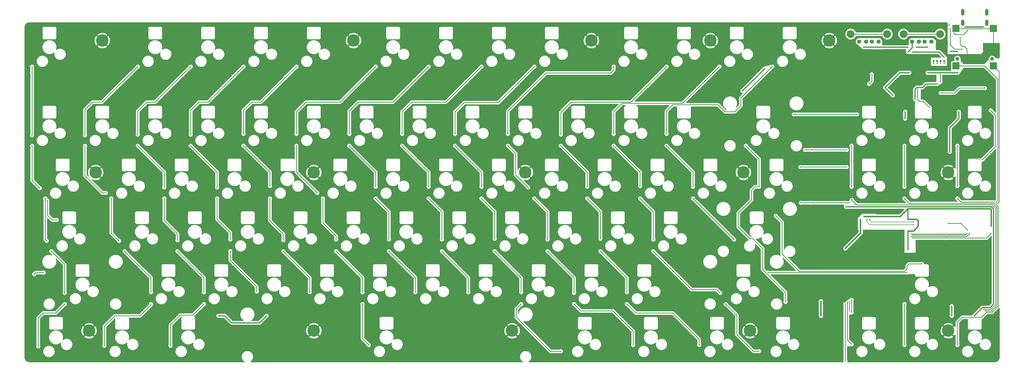
<source format=gtl>
G04 #@! TF.GenerationSoftware,KiCad,Pcbnew,5.1.10-88a1d61d58~90~ubuntu21.04.1*
G04 #@! TF.CreationDate,2021-09-24T17:47:48+02:00*
G04 #@! TF.ProjectId,Keyboard_80_with_USB_HUB_V3,4b657962-6f61-4726-945f-3830255f7769,rev?*
G04 #@! TF.SameCoordinates,Original*
G04 #@! TF.FileFunction,Copper,L1,Top*
G04 #@! TF.FilePolarity,Positive*
%FSLAX46Y46*%
G04 Gerber Fmt 4.6, Leading zero omitted, Abs format (unit mm)*
G04 Created by KiCad (PCBNEW 5.1.10-88a1d61d58~90~ubuntu21.04.1) date 2021-09-24 17:47:48*
%MOMM*%
%LPD*%
G01*
G04 APERTURE LIST*
G04 #@! TA.AperFunction,EtchedComponent*
%ADD10C,0.050000*%
G04 #@! TD*
G04 #@! TA.AperFunction,WasherPad*
%ADD11C,0.100000*%
G04 #@! TD*
G04 #@! TA.AperFunction,SMDPad,CuDef*
%ADD12R,2.500000X2.500000*%
G04 #@! TD*
G04 #@! TA.AperFunction,ComponentPad*
%ADD13C,4.500000*%
G04 #@! TD*
G04 #@! TA.AperFunction,ComponentPad*
%ADD14C,2.819400*%
G04 #@! TD*
G04 #@! TA.AperFunction,ComponentPad*
%ADD15C,1.498600*%
G04 #@! TD*
G04 #@! TA.AperFunction,ComponentPad*
%ADD16O,1.200000X2.400000*%
G04 #@! TD*
G04 #@! TA.AperFunction,ComponentPad*
%ADD17O,1.158000X2.316000*%
G04 #@! TD*
G04 #@! TA.AperFunction,SMDPad,CuDef*
%ADD18C,0.750000*%
G04 #@! TD*
G04 #@! TA.AperFunction,ViaPad*
%ADD19C,0.450000*%
G04 #@! TD*
G04 #@! TA.AperFunction,Conductor*
%ADD20C,0.254000*%
G04 #@! TD*
G04 #@! TA.AperFunction,Conductor*
%ADD21C,0.381000*%
G04 #@! TD*
G04 #@! TA.AperFunction,Conductor*
%ADD22C,0.406400*%
G04 #@! TD*
G04 #@! TA.AperFunction,Conductor*
%ADD23C,0.508000*%
G04 #@! TD*
G04 #@! TA.AperFunction,Conductor*
%ADD24C,0.127000*%
G04 #@! TD*
G04 #@! TA.AperFunction,Conductor*
%ADD25C,0.100000*%
G04 #@! TD*
G04 APERTURE END LIST*
D10*
G36*
X338250000Y6500000D02*
G01*
X326750000Y6500000D01*
X326750000Y6750000D01*
X338250000Y6750000D01*
X338250000Y6500000D01*
G37*
X338250000Y6500000D02*
X326750000Y6500000D01*
X326750000Y6750000D01*
X338250000Y6750000D01*
X338250000Y6500000D01*
G04 #@! TA.AperFunction,WasherPad*
D11*
G36*
X338845375Y-3557035D02*
G01*
X338907937Y-3569480D01*
X338968978Y-3587996D01*
X339027911Y-3612407D01*
X339084167Y-3642476D01*
X339137205Y-3677915D01*
X339186513Y-3718382D01*
X339231618Y-3763487D01*
X339272085Y-3812795D01*
X339307524Y-3865833D01*
X339337593Y-3922089D01*
X339362004Y-3981022D01*
X339380520Y-4042063D01*
X339392965Y-4104625D01*
X339399217Y-4168106D01*
X339399217Y-4231894D01*
X339392965Y-4295375D01*
X339380520Y-4357937D01*
X339362004Y-4418978D01*
X339337593Y-4477911D01*
X339307524Y-4534167D01*
X339272085Y-4587205D01*
X339231618Y-4636513D01*
X339186513Y-4681618D01*
X339137205Y-4722085D01*
X339084167Y-4757524D01*
X339027911Y-4787593D01*
X338968978Y-4812004D01*
X338907937Y-4830520D01*
X338845375Y-4842965D01*
X338781894Y-4849217D01*
X338718106Y-4849217D01*
X338654625Y-4842965D01*
X338592063Y-4830520D01*
X338531022Y-4812004D01*
X338472089Y-4787593D01*
X338415833Y-4757524D01*
X338362795Y-4722085D01*
X338313487Y-4681618D01*
X338268382Y-4636513D01*
X338227915Y-4587205D01*
X338192476Y-4534167D01*
X338162407Y-4477911D01*
X338137996Y-4418978D01*
X338119480Y-4357937D01*
X338107035Y-4295375D01*
X338100783Y-4231894D01*
X338100783Y-4168106D01*
X338107035Y-4104625D01*
X338119480Y-4042063D01*
X338137996Y-3981022D01*
X338162407Y-3922089D01*
X338192476Y-3865833D01*
X338227915Y-3812795D01*
X338268382Y-3763487D01*
X338313487Y-3718382D01*
X338362795Y-3677915D01*
X338415833Y-3642476D01*
X338472089Y-3612407D01*
X338531022Y-3587996D01*
X338592063Y-3569480D01*
X338654625Y-3557035D01*
X338718106Y-3550783D01*
X338781894Y-3550783D01*
X338845375Y-3557035D01*
G37*
G04 #@! TD.AperFunction*
G04 #@! TA.AperFunction,WasherPad*
G36*
X326345375Y-3557035D02*
G01*
X326407937Y-3569480D01*
X326468978Y-3587996D01*
X326527911Y-3612407D01*
X326584167Y-3642476D01*
X326637205Y-3677915D01*
X326686513Y-3718382D01*
X326731618Y-3763487D01*
X326772085Y-3812795D01*
X326807524Y-3865833D01*
X326837593Y-3922089D01*
X326862004Y-3981022D01*
X326880520Y-4042063D01*
X326892965Y-4104625D01*
X326899217Y-4168106D01*
X326899217Y-4231894D01*
X326892965Y-4295375D01*
X326880520Y-4357937D01*
X326862004Y-4418978D01*
X326837593Y-4477911D01*
X326807524Y-4534167D01*
X326772085Y-4587205D01*
X326731618Y-4636513D01*
X326686513Y-4681618D01*
X326637205Y-4722085D01*
X326584167Y-4757524D01*
X326527911Y-4787593D01*
X326468978Y-4812004D01*
X326407937Y-4830520D01*
X326345375Y-4842965D01*
X326281894Y-4849217D01*
X326218106Y-4849217D01*
X326154625Y-4842965D01*
X326092063Y-4830520D01*
X326031022Y-4812004D01*
X325972089Y-4787593D01*
X325915833Y-4757524D01*
X325862795Y-4722085D01*
X325813487Y-4681618D01*
X325768382Y-4636513D01*
X325727915Y-4587205D01*
X325692476Y-4534167D01*
X325662407Y-4477911D01*
X325637996Y-4418978D01*
X325619480Y-4357937D01*
X325607035Y-4295375D01*
X325600783Y-4231894D01*
X325600783Y-4168106D01*
X325607035Y-4104625D01*
X325619480Y-4042063D01*
X325637996Y-3981022D01*
X325662407Y-3922089D01*
X325692476Y-3865833D01*
X325727915Y-3812795D01*
X325768382Y-3763487D01*
X325813487Y-3718382D01*
X325862795Y-3677915D01*
X325915833Y-3642476D01*
X325972089Y-3612407D01*
X326031022Y-3587996D01*
X326092063Y-3569480D01*
X326154625Y-3557035D01*
X326218106Y-3550783D01*
X326281894Y-3550783D01*
X326345375Y-3557035D01*
G37*
G04 #@! TD.AperFunction*
D12*
X325750000Y6750000D03*
X325750000Y-6750000D03*
X339250000Y6750000D03*
X339250000Y-6750000D03*
D13*
X19000000Y2375000D03*
X16625000Y-45125000D03*
X14250000Y-102125000D03*
X109250000Y2375000D03*
X95000000Y-45125000D03*
X95000000Y-102125000D03*
X194750000Y2375000D03*
X171000000Y-45125000D03*
X166250000Y-102125000D03*
X237500000Y2375000D03*
X249375000Y-45125000D03*
X251750000Y-102125000D03*
X280250000Y2375000D03*
X323000000Y-45125000D03*
X323000000Y-102125000D03*
D14*
X301070000Y4710000D03*
X287930000Y4710000D03*
D15*
X298000000Y2000000D03*
X295500000Y2000000D03*
X293500000Y2000000D03*
X291000000Y2000000D03*
D14*
X320070000Y4710000D03*
X306930000Y4710000D03*
D15*
X317000000Y2000000D03*
X314500000Y2000000D03*
X312500000Y2000000D03*
X310000000Y2000000D03*
D16*
X336820000Y12575000D03*
X328180000Y12575000D03*
D17*
X336820000Y8750000D03*
X328180000Y8750000D03*
D18*
X319000000Y-5000000D03*
X317750000Y-5000000D03*
X320250000Y-5000000D03*
X321500000Y-5000000D03*
D19*
X271500000Y-37000000D03*
X286500000Y-37000000D03*
X274000000Y-37000000D03*
X270000000Y-56000000D03*
X287650000Y-56000000D03*
X273500000Y-56000000D03*
X286000000Y-113000000D03*
X286000000Y-92500000D03*
X323750000Y6750000D03*
X328000000Y-750000D03*
X290200000Y-24175000D03*
X267475000Y-24175000D03*
X335250000Y-40500000D03*
X338250000Y-22750000D03*
X269900000Y-43175000D03*
X286475000Y-43175000D03*
X2575000Y-62175000D03*
X-750000Y-55250000D03*
X313500000Y-78000000D03*
X261000000Y-60750000D03*
X258170000Y-81170000D03*
X308170000Y-81170000D03*
X-2025000Y-81175000D03*
X-5500000Y-81750000D03*
X-6250000Y-7000000D03*
X-6250000Y-31750000D03*
X-6250000Y-35500000D03*
X-3500000Y-50750000D03*
X-1500000Y-54500000D03*
X-1000000Y-69750000D03*
X750000Y-73500000D03*
X5500000Y-88500000D03*
X5500000Y-92500000D03*
X-4000000Y-107750000D03*
X-6250000Y-9000000D03*
X31750000Y-7000000D03*
X12750000Y-31750000D03*
X12750000Y-35500000D03*
X20250000Y-52500000D03*
X22250000Y-54500000D03*
X25000000Y-69750000D03*
X27000000Y-73500000D03*
X36500000Y-88250000D03*
X36500000Y-92500000D03*
X19750000Y-107500000D03*
X29250000Y-9500000D03*
X50750000Y-7000000D03*
X31750000Y-31500000D03*
X31750000Y-35500000D03*
X41250000Y-50500000D03*
X41250000Y-54500000D03*
X46000000Y-69500000D03*
X46000000Y-73500000D03*
X55500000Y-88250000D03*
X55500000Y-92500000D03*
X43500000Y-107500000D03*
X47750000Y-10000000D03*
X69750000Y-7000000D03*
X50750000Y-31500000D03*
X50750000Y-35500000D03*
X60250000Y-50500000D03*
X60250000Y-54500000D03*
X65000000Y-69250000D03*
X65000000Y-73500000D03*
X74500000Y-88000000D03*
X66250000Y-10500000D03*
X88750000Y-7000000D03*
X69750000Y-31250000D03*
X69750000Y-35500000D03*
X79250000Y-50000000D03*
X79250000Y-54500000D03*
X84000000Y-69500000D03*
X84000000Y-73500000D03*
X93500000Y-88250000D03*
X84750000Y-11000000D03*
X117250000Y-7000000D03*
X88750000Y-31250000D03*
X88750000Y-35500000D03*
X96250000Y-52500000D03*
X98250000Y-54500000D03*
X103000000Y-69250000D03*
X103000000Y-73500000D03*
X112500000Y-88250000D03*
X112500000Y-92500000D03*
X114750000Y-107250000D03*
X112750000Y-11500000D03*
X136250000Y-7000000D03*
X107750000Y-31250000D03*
X107750000Y-35500000D03*
X117250000Y-50250000D03*
X117250000Y-54500000D03*
X122000000Y-69250000D03*
X122000000Y-73500000D03*
X131500000Y-88250000D03*
X131250000Y-12000000D03*
X155250000Y-7000000D03*
X126750000Y-31250000D03*
X126750000Y-35500000D03*
X136250000Y-50250000D03*
X136250000Y-54500000D03*
X141000000Y-69250000D03*
X141000000Y-73500000D03*
X150500000Y-88250000D03*
X149750000Y-12500000D03*
X174250000Y-7000000D03*
X145750000Y-31250000D03*
X145750000Y-35500000D03*
X155250000Y-50250000D03*
X155250000Y-54500000D03*
X160000000Y-69000000D03*
X160000000Y-73500000D03*
X169500000Y-88250000D03*
X169500000Y-92500000D03*
X183750000Y-109500000D03*
X168250000Y-13000000D03*
X202750000Y-7000000D03*
X164750000Y-31250000D03*
X164750000Y-35500000D03*
X172000000Y-50500000D03*
X174250000Y-54500000D03*
X179000000Y-69250000D03*
X179000000Y-73500000D03*
X188500000Y-88500000D03*
X188500000Y-92500000D03*
X209750000Y-107250000D03*
X174250000Y-13500000D03*
X221750000Y-7000000D03*
X183750000Y-31500000D03*
X183750000Y-35500000D03*
X193250000Y-50250000D03*
X193250000Y-54500000D03*
X198000000Y-69000000D03*
X198000000Y-73500000D03*
X207500000Y-88250000D03*
X207500000Y-92500000D03*
X233500000Y-107250000D03*
X214750000Y-14000000D03*
X240750000Y-7000000D03*
X202750000Y-31250000D03*
X202750000Y-35500000D03*
X212250000Y-50000000D03*
X212250000Y-54500000D03*
X217000000Y-69250000D03*
X217000000Y-73500000D03*
X241000000Y-88500000D03*
X243000000Y-92500000D03*
X255000000Y-109500000D03*
X233250000Y-14500000D03*
X259750000Y-7000000D03*
X221750000Y-31250000D03*
X221750000Y-35500000D03*
X231250000Y-50250000D03*
X231250000Y-54500000D03*
X246000000Y-69250000D03*
X251750000Y-15000000D03*
X250250000Y-35500000D03*
X255000000Y-50250000D03*
X264500000Y-91750000D03*
X288250000Y-35500000D03*
X288250000Y-50250000D03*
X288250000Y-55000000D03*
X288250000Y-107000000D03*
X286750000Y-92000000D03*
X286750000Y-94500000D03*
X335750000Y-94500000D03*
X307250000Y-35500000D03*
X307250000Y-50250000D03*
X307250000Y-54500000D03*
X307250000Y-107250000D03*
X307250000Y-92500000D03*
X336250000Y-95000000D03*
X307250000Y-95000000D03*
X287500000Y-91500000D03*
X287500000Y-95000000D03*
X288250000Y-91000000D03*
X288250000Y-95500000D03*
X336750000Y-95500000D03*
X326250000Y-35500000D03*
X326250000Y-50000000D03*
X326250000Y-54500000D03*
X326250000Y-107250000D03*
X60750000Y-96750000D03*
X78000000Y-96750000D03*
X324250000Y-93250000D03*
X324250000Y-96750000D03*
X326750000Y-23250000D03*
X326750000Y-25750000D03*
X307500000Y-23250000D03*
X307500000Y-25750000D03*
X257000000Y-7750000D03*
X249000000Y-15750000D03*
X286250000Y-57500000D03*
X332250000Y-96750000D03*
X277250000Y-91500000D03*
X277250000Y-96750000D03*
X323500000Y-37750000D03*
X291500000Y-62000000D03*
X286000000Y-72500000D03*
X298250000Y-66500000D03*
X303750000Y-66500000D03*
X305500000Y-13000000D03*
X305500000Y-16000000D03*
X308500000Y-16000000D03*
X308500000Y-13000000D03*
X307000000Y-14500000D03*
X298250000Y-69250000D03*
X303750000Y-69250000D03*
X301000000Y-66500000D03*
X233250000Y-98500000D03*
X257250000Y-98500000D03*
X288250000Y-98500000D03*
X305500000Y-98500000D03*
X209500000Y-98500000D03*
X114500000Y-98500000D03*
X42000000Y-98500000D03*
X19750000Y-98500000D03*
X19000000Y-81250000D03*
X50500000Y-81250000D03*
X68500000Y-81750000D03*
X88250000Y-81250000D03*
X107500000Y-81250000D03*
X126500000Y-81250000D03*
X145500000Y-81250000D03*
X164500000Y-81250000D03*
X183250000Y-81250000D03*
X202500000Y-81250000D03*
X221500000Y-81250000D03*
X254000000Y-83000000D03*
X26750000Y-60500000D03*
X46000000Y-60500000D03*
X65000000Y-60500000D03*
X84000000Y-60500000D03*
X103000000Y-60500000D03*
X120250000Y-60500000D03*
X139250000Y-60500000D03*
X158500000Y-60500000D03*
X177250000Y-60500000D03*
X196250000Y-60500000D03*
X215250000Y-60500000D03*
X36250000Y-43250000D03*
X55250000Y-43250000D03*
X74000000Y-43250000D03*
X112250000Y-43250000D03*
X131250000Y-43250000D03*
X150250000Y-43250000D03*
X188250000Y-43250000D03*
X207000000Y-43250000D03*
X226250000Y-43250000D03*
X250000000Y-22500000D03*
X220500000Y-22500000D03*
X201250000Y-22500000D03*
X182250000Y-22500000D03*
X163000000Y-22500000D03*
X144000000Y-22250000D03*
X125250000Y-22500000D03*
X106250000Y-22500000D03*
X87250000Y-22500000D03*
X68250000Y-22500000D03*
X49000000Y-22500000D03*
X30000000Y-22500000D03*
X11000000Y-22500000D03*
X45500000Y4250000D03*
X64750000Y4250000D03*
X83750000Y4250000D03*
X131000000Y4250000D03*
X150250000Y4250000D03*
X169250000Y4250000D03*
X216750000Y4250000D03*
X254500000Y4250000D03*
X186000000Y-98500000D03*
X268250000Y-43250000D03*
X302000000Y-43250000D03*
X320500000Y-24250000D03*
X301250000Y-24250000D03*
X328500000Y-39750000D03*
X299000000Y-27750000D03*
X247000000Y-57000000D03*
X258750000Y-63500000D03*
X133000000Y-63750000D03*
X57250000Y-63250000D03*
X11000000Y-64000000D03*
X326250000Y-96750000D03*
X305000000Y-75500000D03*
X303500000Y-73750000D03*
X299500000Y-58750000D03*
X295500000Y-58750000D03*
X-4500000Y-20000000D03*
X46250000Y-19000000D03*
X107750000Y-19000000D03*
X216750000Y-19000000D03*
X269750000Y8000000D03*
X175250000Y5750000D03*
X-5250000Y5750000D03*
X326950000Y-21650000D03*
X326050000Y-18900000D03*
X332500000Y-16650000D03*
X338250000Y-19000000D03*
X316000000Y-14250000D03*
X329000000Y7250000D03*
X335600000Y7250000D03*
X328000000Y250000D03*
X327250000Y3500000D03*
X273750000Y4250000D03*
X317000000Y-17750000D03*
X339750000Y-750000D03*
X337900000Y650000D03*
X330250000Y-3000000D03*
X334750000Y-3250000D03*
X336000000Y-3250000D03*
X329000000Y-12250000D03*
X331000000Y-12250000D03*
X337500000Y-24250000D03*
X314000000Y-18250000D03*
X302500000Y-9000000D03*
X309000000Y-7000000D03*
X301790000Y-59710000D03*
X312500000Y-70250000D03*
X317250000Y-70250000D03*
X312500000Y-73750000D03*
X317250000Y-74000000D03*
X337750000Y-44750000D03*
X322900000Y-4020000D03*
X320500000Y1500000D03*
X298000000Y-3500000D03*
X298000000Y-9250000D03*
X312000000Y-4250000D03*
X290000000Y-19750000D03*
X323500000Y8000000D03*
X322000000Y-12250000D03*
X340750000Y-56250000D03*
X340250000Y-55750000D03*
X308500000Y-1750000D03*
X310150000Y-1750000D03*
X321450000Y-3500000D03*
X315500000Y0D03*
X311500000Y0D03*
X292500000Y0D03*
X308500000Y0D03*
X308500000Y-62000000D03*
X308500000Y-58250000D03*
X308500000Y-66250000D03*
X308500000Y-73000000D03*
X338500000Y-64500000D03*
X308500000Y-72000000D03*
X292750000Y-61000000D03*
X323000000Y-63500000D03*
X329850000Y-65850000D03*
X327500000Y-63500000D03*
X338350000Y-67150000D03*
X310250000Y-68750000D03*
X322250000Y-68750000D03*
X330700000Y-67150000D03*
X309750000Y-68250000D03*
X323500000Y-68250000D03*
X329200000Y-67750000D03*
X310250000Y-67750000D03*
X329850000Y-67250000D03*
X309750000Y-67250000D03*
X327750000Y-67250000D03*
X320250000Y-16500000D03*
X336150000Y-14750000D03*
X322400000Y-9200000D03*
X326400000Y-9200000D03*
X315600000Y-9200000D03*
X304525000Y-10275000D03*
X309000000Y-9200000D03*
X300250000Y-14500000D03*
X303055200Y-17344800D03*
X311050000Y-18750000D03*
X311750000Y-14500000D03*
X319010000Y-13240000D03*
X317750000Y-6000000D03*
X319000000Y-6000000D03*
X321500000Y-6000000D03*
X320150000Y-12450000D03*
X320150000Y-9900000D03*
X320250000Y-6000000D03*
X316250000Y-21750000D03*
X312000000Y-15250000D03*
X326250000Y-1500000D03*
X323750000Y-1500000D03*
X295500000Y-9750000D03*
X294500000Y-13250000D03*
X294750000Y-62000000D03*
X310500000Y-63000000D03*
X293750000Y-62000000D03*
X310500000Y-64000000D03*
X330000000Y6000000D03*
X325000000Y5000000D03*
D20*
X286250000Y-37000000D02*
X286500000Y-37000000D01*
X278500000Y-37000000D02*
X286250000Y-37000000D01*
X271500000Y-37000000D02*
X274000000Y-37000000D01*
X274000000Y-37000000D02*
X278500000Y-37000000D01*
X270000000Y-56000000D02*
X273500000Y-56000000D01*
X278000000Y-56000000D02*
X287650000Y-56000000D01*
X273500000Y-56000000D02*
X278000000Y-56000000D01*
X286000000Y-107250000D02*
X286000000Y-113000000D01*
X286000000Y-107250000D02*
X286000000Y-92500000D01*
X323750000Y6750000D02*
X323750000Y750000D01*
X323750000Y750000D02*
X325250000Y-750000D01*
X325250000Y-750000D02*
X328000000Y-750000D01*
X290200000Y-24175000D02*
X267475000Y-24175000D01*
X335250000Y-40500000D02*
X340000000Y-35750000D01*
X340000000Y-24500000D02*
X338250000Y-22750000D01*
X340000000Y-35750000D02*
X340000000Y-24500000D01*
X269900000Y-43175000D02*
X286475000Y-43175000D01*
X2575000Y-62175000D02*
X925000Y-62175000D01*
X925000Y-62175000D02*
X-750000Y-60500000D01*
X-750000Y-60500000D02*
X-750000Y-55250000D01*
X313500000Y-78000000D02*
X309000000Y-78000000D01*
X309000000Y-78000000D02*
X308250000Y-78750000D01*
X308250000Y-78750000D02*
X308250000Y-79750000D01*
X308250000Y-79750000D02*
X307250000Y-80750000D01*
X307250000Y-80750000D02*
X269500000Y-80750000D01*
X269500000Y-80750000D02*
X263250000Y-74500000D01*
X263250000Y-74500000D02*
X263250000Y-63000000D01*
X263250000Y-63000000D02*
X261250000Y-61000000D01*
X261250000Y-61000000D02*
X261000000Y-60750000D01*
X258170000Y-81170000D02*
X308170000Y-81170000D01*
X-4925000Y-81175000D02*
X-5500000Y-81750000D01*
X-2025000Y-81175000D02*
X-4925000Y-81175000D01*
X-6250000Y-7000000D02*
X-6250000Y-9000000D01*
X-6250000Y-18000000D02*
X-6250000Y-31750000D01*
X-6250000Y-35500000D02*
X-6250000Y-39250000D01*
X-6250000Y-48000000D02*
X-3500000Y-50750000D01*
X-6250000Y-39250000D02*
X-6250000Y-48000000D01*
X-1500000Y-54500000D02*
X-1500000Y-67250000D01*
X-1500000Y-69250000D02*
X-1000000Y-69750000D01*
X-1500000Y-67250000D02*
X-1500000Y-69250000D01*
X750000Y-73500000D02*
X2000000Y-74750000D01*
X2000000Y-74750000D02*
X5500000Y-78250000D01*
X5500000Y-78250000D02*
X5500000Y-88500000D01*
X5500000Y-92500000D02*
X2250000Y-95750000D01*
X2250000Y-95750000D02*
X-2250000Y-95750000D01*
X-4000000Y-97500000D02*
X-4000000Y-107750000D01*
X-2250000Y-95750000D02*
X-4000000Y-97500000D01*
X-6250000Y-9000000D02*
X-6250000Y-18000000D01*
X12750000Y-35500000D02*
X12750000Y-40750000D01*
X12750000Y-40750000D02*
X12750000Y-46250000D01*
X19000000Y-52500000D02*
X20250000Y-52500000D01*
X12750000Y-46250000D02*
X19000000Y-52500000D01*
X22250000Y-54500000D02*
X22250000Y-67000000D01*
X22250000Y-67000000D02*
X24250000Y-69000000D01*
X24250000Y-69000000D02*
X25000000Y-69750000D01*
X27000000Y-73500000D02*
X36500000Y-83000000D01*
X36500000Y-83000000D02*
X36500000Y-88250000D01*
X36500000Y-92818198D02*
X32568198Y-96750000D01*
X36500000Y-92500000D02*
X36500000Y-92818198D01*
X32568198Y-96750000D02*
X23500000Y-96750000D01*
X19750000Y-100500000D02*
X19750000Y-107500000D01*
X23500000Y-96750000D02*
X19750000Y-100500000D01*
X31750000Y-7000000D02*
X29250000Y-9500000D01*
X25915726Y-12750000D02*
X18915726Y-19750000D01*
X26000000Y-12750000D02*
X25915726Y-12750000D01*
X18915726Y-19750000D02*
X15500000Y-19750000D01*
X12750000Y-22500000D02*
X12750000Y-31750000D01*
X15500000Y-19750000D02*
X12750000Y-22500000D01*
X29250000Y-9500000D02*
X26000000Y-12750000D01*
X50750000Y-7000000D02*
X47750000Y-10000000D01*
X38000000Y-19750000D02*
X35000000Y-19750000D01*
X31750000Y-23000000D02*
X31750000Y-31500000D01*
X35000000Y-19750000D02*
X31750000Y-23000000D01*
X41250000Y-45000000D02*
X41250000Y-50500000D01*
X31750000Y-35500000D02*
X41250000Y-45000000D01*
X41250000Y-54500000D02*
X41250000Y-57750000D01*
X41250000Y-57750000D02*
X41250000Y-62500000D01*
X46000000Y-67250000D02*
X46000000Y-69500000D01*
X41250000Y-62500000D02*
X46000000Y-67250000D01*
X55500000Y-83000000D02*
X55500000Y-88250000D01*
X46000000Y-73500000D02*
X55500000Y-83000000D01*
X55500000Y-92500000D02*
X51500000Y-96500000D01*
X51500000Y-96500000D02*
X47000000Y-96500000D01*
X43500000Y-100000000D02*
X43500000Y-107500000D01*
X47000000Y-96500000D02*
X43500000Y-100000000D01*
X47750000Y-10000000D02*
X38000000Y-19750000D01*
X69750000Y-7000000D02*
X66250000Y-10500000D01*
X57000000Y-19750000D02*
X53750000Y-19750000D01*
X50750000Y-22750000D02*
X50750000Y-31500000D01*
X53750000Y-19750000D02*
X50750000Y-22750000D01*
X60250000Y-45000000D02*
X60250000Y-50500000D01*
X50750000Y-35500000D02*
X60250000Y-45000000D01*
X60250000Y-54500000D02*
X60250000Y-58500000D01*
X60250000Y-58500000D02*
X60250000Y-62000000D01*
X65000000Y-66750000D02*
X65000000Y-69250000D01*
X60250000Y-62000000D02*
X65000000Y-66750000D01*
X65000000Y-73500000D02*
X65000000Y-75750000D01*
X65000000Y-75750000D02*
X65000000Y-76750000D01*
X74500000Y-86250000D02*
X74500000Y-88000000D01*
X65000000Y-76750000D02*
X74500000Y-86250000D01*
X66250000Y-10500000D02*
X57000000Y-19750000D01*
X88750000Y-7000000D02*
X84750000Y-11000000D01*
X76000000Y-19750000D02*
X75915726Y-19750000D01*
X75915726Y-19750000D02*
X72750000Y-19750000D01*
X72750000Y-19750000D02*
X69750000Y-22750000D01*
X69750000Y-22750000D02*
X69750000Y-31250000D01*
X69750000Y-35500000D02*
X79250000Y-45000000D01*
X79250000Y-45000000D02*
X79250000Y-50000000D01*
X79250000Y-54500000D02*
X79250000Y-59000000D01*
X79250000Y-59000000D02*
X79250000Y-62500000D01*
X84000000Y-67250000D02*
X84000000Y-69500000D01*
X79250000Y-62500000D02*
X84000000Y-67250000D01*
X84000000Y-73500000D02*
X93500000Y-83000000D01*
X93500000Y-83000000D02*
X93500000Y-88250000D01*
X84750000Y-11000000D02*
X76000000Y-19750000D01*
X117250000Y-7000000D02*
X112750000Y-11500000D01*
X104500000Y-19750000D02*
X92250000Y-19750000D01*
X88750000Y-23250000D02*
X88750000Y-31250000D01*
X92250000Y-19750000D02*
X88750000Y-23250000D01*
X88750000Y-35500000D02*
X88750000Y-39250000D01*
X88750000Y-39250000D02*
X88750000Y-42500000D01*
X88750000Y-42500000D02*
X88750000Y-45000000D01*
X88750000Y-45000000D02*
X96250000Y-52500000D01*
X98250000Y-54500000D02*
X98250000Y-57500000D01*
X98250000Y-57500000D02*
X98250000Y-63250000D01*
X98250000Y-63250000D02*
X103000000Y-68000000D01*
X103000000Y-68000000D02*
X103000000Y-69250000D01*
X103000000Y-73500000D02*
X112500000Y-83000000D01*
X112500000Y-83000000D02*
X112500000Y-88250000D01*
X112500000Y-92500000D02*
X112500000Y-101750000D01*
X112500000Y-105000000D02*
X114750000Y-107250000D01*
X112500000Y-101750000D02*
X112500000Y-105000000D01*
X112750000Y-11500000D02*
X104500000Y-19750000D01*
X136250000Y-7000000D02*
X131250000Y-12000000D01*
X123500000Y-19750000D02*
X111000000Y-19750000D01*
X107750000Y-23000000D02*
X107750000Y-31250000D01*
X111000000Y-19750000D02*
X107750000Y-23000000D01*
X107750000Y-35500000D02*
X117250000Y-45000000D01*
X117250000Y-45000000D02*
X117250000Y-50250000D01*
X122000000Y-59250000D02*
X122000000Y-69250000D01*
X117250000Y-54500000D02*
X122000000Y-59250000D01*
X131500000Y-83000000D02*
X131500000Y-88250000D01*
X122000000Y-73500000D02*
X131500000Y-83000000D01*
X131250000Y-12000000D02*
X123500000Y-19750000D01*
X155250000Y-7000000D02*
X149750000Y-12500000D01*
X142500000Y-19750000D02*
X130250000Y-19750000D01*
X126750000Y-23250000D02*
X126750000Y-31250000D01*
X130250000Y-19750000D02*
X126750000Y-23250000D01*
X126750000Y-35500000D02*
X136250000Y-45000000D01*
X136250000Y-45000000D02*
X136250000Y-50250000D01*
X141000000Y-59250000D02*
X141000000Y-69250000D01*
X136250000Y-54500000D02*
X141000000Y-59250000D01*
X150500000Y-83000000D02*
X150500000Y-88250000D01*
X141000000Y-73500000D02*
X150500000Y-83000000D01*
X149750000Y-12500000D02*
X142500000Y-19750000D01*
X174250000Y-7000000D02*
X168250000Y-13000000D01*
X161250000Y-20000000D02*
X149000000Y-20000000D01*
X145750000Y-23250000D02*
X145750000Y-31250000D01*
X149000000Y-20000000D02*
X145750000Y-23250000D01*
X145750000Y-35500000D02*
X155250000Y-45000000D01*
X155250000Y-45000000D02*
X155250000Y-50250000D01*
X160000000Y-59250000D02*
X160000000Y-69000000D01*
X155250000Y-54500000D02*
X160000000Y-59250000D01*
X169500000Y-83000000D02*
X169500000Y-88250000D01*
X160000000Y-73500000D02*
X169500000Y-83000000D01*
X168250000Y-13000000D02*
X161250000Y-20000000D01*
X167750000Y-94250000D02*
X169500000Y-92500000D01*
X167750000Y-97250000D02*
X167750000Y-94250000D01*
X180000000Y-109500000D02*
X167750000Y-97250000D01*
X183750000Y-109500000D02*
X180000000Y-109500000D01*
X164750000Y-35500000D02*
X167500000Y-38250000D01*
X167500000Y-46000000D02*
X172000000Y-50500000D01*
X167500000Y-38250000D02*
X167500000Y-46000000D01*
X179000000Y-59250000D02*
X179000000Y-69250000D01*
X174250000Y-54500000D02*
X179000000Y-59250000D01*
X188500000Y-83000000D02*
X188500000Y-88500000D01*
X179000000Y-73500000D02*
X188500000Y-83000000D01*
X188500000Y-92500000D02*
X191000000Y-95000000D01*
X191000000Y-95000000D02*
X202500000Y-95000000D01*
X209750000Y-102250000D02*
X209750000Y-107250000D01*
X202500000Y-95000000D02*
X209750000Y-102250000D01*
X202750000Y-8250000D02*
X202750000Y-7000000D01*
X201750000Y-9250000D02*
X202750000Y-8250000D01*
X178500000Y-9250000D02*
X201750000Y-9250000D01*
X164750000Y-23000000D02*
X174250000Y-13500000D01*
X164750000Y-31250000D02*
X164750000Y-23000000D01*
X174250000Y-13500000D02*
X178500000Y-9250000D01*
X221750000Y-7000000D02*
X214750000Y-14000000D01*
X209000000Y-19750000D02*
X194250000Y-19750000D01*
X194250000Y-19750000D02*
X187500000Y-19750000D01*
X183750000Y-23500000D02*
X183750000Y-31500000D01*
X187500000Y-19750000D02*
X183750000Y-23500000D01*
X183750000Y-35500000D02*
X193250000Y-45000000D01*
X193250000Y-45000000D02*
X193250000Y-50250000D01*
X198000000Y-59250000D02*
X198000000Y-69000000D01*
X193250000Y-54500000D02*
X198000000Y-59250000D01*
X198000000Y-73500000D02*
X207500000Y-83000000D01*
X207500000Y-83000000D02*
X207500000Y-88250000D01*
X207500000Y-92500000D02*
X210750000Y-95750000D01*
X210750000Y-95750000D02*
X224000000Y-95750000D01*
X233500000Y-105250000D02*
X233500000Y-107250000D01*
X224000000Y-95750000D02*
X233500000Y-105250000D01*
X214750000Y-14000000D02*
X209000000Y-19750000D01*
X240750000Y-7000000D02*
X233250000Y-14500000D01*
X227500000Y-20250000D02*
X205750000Y-20250000D01*
X202750000Y-23250000D02*
X202750000Y-31250000D01*
X205750000Y-20250000D02*
X202750000Y-23250000D01*
X212250000Y-45000000D02*
X212250000Y-50000000D01*
X202750000Y-35500000D02*
X212250000Y-45000000D01*
X217000000Y-59250000D02*
X217000000Y-69250000D01*
X212250000Y-54500000D02*
X217000000Y-59250000D01*
X217000000Y-73500000D02*
X230750000Y-87250000D01*
X230750000Y-87250000D02*
X239750000Y-87250000D01*
X239750000Y-87250000D02*
X241000000Y-88500000D01*
X243000000Y-92500000D02*
X247000000Y-96500000D01*
X247000000Y-96500000D02*
X247000000Y-103500000D01*
X253000000Y-109500000D02*
X255000000Y-109500000D01*
X247000000Y-103500000D02*
X253000000Y-109500000D01*
X233250000Y-14500000D02*
X227500000Y-20250000D01*
X259750000Y-7000000D02*
X251750000Y-15000000D01*
X248500000Y-18250000D02*
X248500000Y-21000000D01*
X248500000Y-21000000D02*
X246250000Y-23250000D01*
X246250000Y-23250000D02*
X242750000Y-23250000D01*
X242750000Y-23250000D02*
X240250000Y-20750000D01*
X240250000Y-20750000D02*
X224000000Y-20750000D01*
X221750000Y-23000000D02*
X221750000Y-31250000D01*
X224000000Y-20750000D02*
X221750000Y-23000000D01*
X221750000Y-35500000D02*
X231250000Y-45000000D01*
X231250000Y-45000000D02*
X231250000Y-50250000D01*
X231250000Y-54500000D02*
X246000000Y-69250000D01*
X251750000Y-15000000D02*
X248500000Y-18250000D01*
X255000000Y-40250000D02*
X255000000Y-50250000D01*
X250250000Y-35500000D02*
X255000000Y-40250000D01*
X255000000Y-50250000D02*
X253500000Y-50250000D01*
X253500000Y-50250000D02*
X252250000Y-51500000D01*
X252250000Y-51500000D02*
X252250000Y-55000000D01*
X252250000Y-55000000D02*
X247500000Y-59750000D01*
X247500000Y-59750000D02*
X247500000Y-64750000D01*
X247500000Y-64750000D02*
X251750000Y-69000000D01*
X251750000Y-69000000D02*
X252750000Y-69000000D01*
X252750000Y-69000000D02*
X256250000Y-72500000D01*
X256250000Y-72500000D02*
X256250000Y-80000000D01*
X256250000Y-80000000D02*
X264500000Y-88250000D01*
X264500000Y-88250000D02*
X264500000Y-91750000D01*
X288250000Y-35500000D02*
X288250000Y-45000000D01*
X288250000Y-45000000D02*
X288250000Y-50250000D01*
X286750000Y-92000000D02*
X286750000Y-94500000D01*
X340000000Y-58000000D02*
X340000000Y-92750000D01*
X338750000Y-56750000D02*
X340000000Y-58000000D01*
X290000000Y-56750000D02*
X338750000Y-56750000D01*
X340000000Y-92750000D02*
X338250000Y-94500000D01*
X288250000Y-55000000D02*
X290000000Y-56750000D01*
X338250000Y-94500000D02*
X335750000Y-94500000D01*
X286750000Y-105500000D02*
X288250000Y-107000000D01*
X286750000Y-94500000D02*
X286750000Y-105500000D01*
X307250000Y-35500000D02*
X307250000Y-39500000D01*
X307250000Y-39500000D02*
X307250000Y-50250000D01*
X307250000Y-54500000D02*
X309000000Y-56250000D01*
X309000000Y-56250000D02*
X320250000Y-56250000D01*
X320250000Y-56250000D02*
X331500000Y-56250000D01*
X331500000Y-56250000D02*
X335500000Y-56250000D01*
X335500000Y-56250000D02*
X339000000Y-56250000D01*
X339000000Y-56250000D02*
X340500000Y-57750000D01*
X340500000Y-57750000D02*
X340500000Y-59750000D01*
X307250000Y-99000000D02*
X307250000Y-107250000D01*
X307250000Y-92500000D02*
X307250000Y-99000000D01*
X340500000Y-59750000D02*
X340500000Y-60250000D01*
X340500000Y-60250000D02*
X340500000Y-68500000D01*
X340500000Y-68500000D02*
X340500000Y-68750000D01*
X340500000Y-68750000D02*
X340500000Y-75250000D01*
X340500000Y-75250000D02*
X340500000Y-88000000D01*
X340500000Y-88000000D02*
X340500000Y-92250000D01*
X340500000Y-92250000D02*
X340500000Y-93000000D01*
X340500000Y-93000000D02*
X339750000Y-93750000D01*
X339750000Y-93750000D02*
X339000000Y-94500000D01*
X338500000Y-95000000D02*
X336250000Y-95000000D01*
X339000000Y-94500000D02*
X338500000Y-95000000D01*
X287500000Y-91500000D02*
X287500000Y-95000000D01*
X288250000Y-91000000D02*
X288250000Y-95500000D01*
X326250000Y-35500000D02*
X326250000Y-39500000D01*
X326250000Y-39500000D02*
X326250000Y-50000000D01*
X326250000Y-54500000D02*
X327500000Y-55750000D01*
X327500000Y-55750000D02*
X335500000Y-55750000D01*
X335500000Y-55750000D02*
X339250000Y-55750000D01*
X339250000Y-55750000D02*
X341000000Y-57500000D01*
X341000000Y-57500000D02*
X341000000Y-59750000D01*
X326250000Y-99000000D02*
X326250000Y-107250000D01*
X328000000Y-97250000D02*
X326250000Y-99000000D01*
X338750000Y-95500000D02*
X336750000Y-95500000D01*
X341000000Y-93250000D02*
X338750000Y-95500000D01*
X341000000Y-59750000D02*
X341000000Y-93250000D01*
X335000000Y-97250000D02*
X336750000Y-95500000D01*
X328000000Y-97250000D02*
X335000000Y-97250000D01*
D21*
X324250000Y-93250000D02*
X324250000Y-96750000D01*
D22*
X326750000Y-23250000D02*
X326750000Y-25750000D01*
X307500000Y-23250000D02*
X307500000Y-25750000D01*
X257000000Y-7750000D02*
X252750000Y-12000000D01*
X252750000Y-12000000D02*
X249000000Y-15750000D01*
D21*
X286250000Y-57500000D02*
X328000000Y-57500000D01*
X328000000Y-57500000D02*
X338500000Y-57500000D01*
X338500000Y-57500000D02*
X339250000Y-58250000D01*
X339250000Y-58250000D02*
X339250000Y-91750000D01*
X339250000Y-91750000D02*
X339250000Y-92500000D01*
X339250000Y-92500000D02*
X338000000Y-93750000D01*
X338000000Y-93750000D02*
X335250000Y-93750000D01*
X335250000Y-93750000D02*
X332750000Y-96250000D01*
X332750000Y-96250000D02*
X332250000Y-96750000D01*
D23*
X277250000Y-91500000D02*
X277250000Y-96750000D01*
D21*
X323500000Y-29000000D02*
X326750000Y-25750000D01*
X323500000Y-37750000D02*
X323500000Y-29000000D01*
D23*
X291500000Y-67000000D02*
X286000000Y-72500000D01*
X291500000Y-62000000D02*
X291500000Y-67000000D01*
D21*
X75500000Y-99250000D02*
X78000000Y-96750000D01*
X65500000Y-99250000D02*
X75500000Y-99250000D01*
X63000000Y-96750000D02*
X65500000Y-99250000D01*
X60750000Y-96750000D02*
X63000000Y-96750000D01*
D23*
X329000000Y7250000D02*
X335600000Y7250000D01*
D20*
X328000000Y250000D02*
X328750000Y250000D01*
X328750000Y250000D02*
X329750000Y-750000D01*
X329750000Y-750000D02*
X329750000Y-3000000D01*
X339250000Y6750000D02*
X339250000Y1000000D01*
X327250000Y1000000D02*
X328000000Y250000D01*
X327250000Y3500000D02*
X327250000Y1000000D01*
X323500000Y8000000D02*
X322250000Y8000000D01*
X339250000Y-6750000D02*
X341250000Y-8750000D01*
X341250000Y-8750000D02*
X341250000Y-13250000D01*
X341250000Y-13250000D02*
X341250000Y-22500000D01*
X341250000Y-22500000D02*
X341250000Y-26250000D01*
X341250000Y-26250000D02*
X341250000Y-54000000D01*
X341250000Y-54000000D02*
X341250000Y-54250000D01*
X341250000Y-55750000D02*
X340750000Y-56250000D01*
X341250000Y-54250000D02*
X341250000Y-55750000D01*
X325750000Y-6750000D02*
X336000000Y-6750000D01*
X336000000Y-6750000D02*
X340750000Y-11500000D01*
X340750000Y-11500000D02*
X340750000Y-18000000D01*
X340750000Y-18000000D02*
X340750000Y-18250000D01*
X340750000Y-18250000D02*
X340750000Y-24250000D01*
X340750000Y-24250000D02*
X340750000Y-54250000D01*
X340750000Y-55250000D02*
X340250000Y-55750000D01*
X340750000Y-54250000D02*
X340750000Y-55250000D01*
D21*
X310000000Y2000000D02*
X310000000Y-250000D01*
X310000000Y-250000D02*
X308500000Y-1750000D01*
X319700000Y-1750000D02*
X321450000Y-3500000D01*
X310150000Y-1750000D02*
X319700000Y-1750000D01*
D20*
X306930000Y4710000D02*
X320070000Y4710000D01*
X287930000Y4710000D02*
X301070000Y4710000D01*
D21*
X315500000Y0D02*
X311500000Y0D01*
X296500000Y0D02*
X292500000Y0D01*
X296500000Y0D02*
X302500000Y0D01*
X302500000Y0D02*
X308500000Y0D01*
D23*
X305750000Y-61000000D02*
X308500000Y-58250000D01*
X308500000Y-58250000D02*
X318500000Y-58250000D01*
X318500000Y-58250000D02*
X326000000Y-58250000D01*
X326000000Y-58250000D02*
X338250000Y-58250000D01*
X338250000Y-58250000D02*
X338500000Y-58500000D01*
X338500000Y-58500000D02*
X338500000Y-64500000D01*
D21*
X308500000Y-58250000D02*
X308500000Y-62000000D01*
X308500000Y-72000000D02*
X308500000Y-73000000D01*
X308500000Y-66250000D02*
X308500000Y-72000000D01*
D23*
X292750000Y-61000000D02*
X305750000Y-61000000D01*
X308500000Y-62000000D02*
X311750000Y-62000000D01*
X311750000Y-62000000D02*
X312250000Y-62500000D01*
X312250000Y-62500000D02*
X312250000Y-64500000D01*
X310500000Y-66250000D02*
X308500000Y-66250000D01*
X312250000Y-64500000D02*
X310500000Y-66250000D01*
D20*
X327500000Y-63500000D02*
X329850000Y-65850000D01*
X323000000Y-63500000D02*
X327500000Y-63500000D01*
X336750000Y-68750000D02*
X338350000Y-67150000D01*
X322250000Y-68750000D02*
X336750000Y-68750000D01*
X310250000Y-68750000D02*
X322250000Y-68750000D01*
X329600000Y-68250000D02*
X330700000Y-67150000D01*
X323500000Y-68250000D02*
X329600000Y-68250000D01*
X309750000Y-68250000D02*
X323500000Y-68250000D01*
X327500000Y-67750000D02*
X329200000Y-67750000D01*
X310250000Y-67750000D02*
X327500000Y-67750000D01*
X309750000Y-67250000D02*
X327500000Y-67250000D01*
X327750000Y-67250000D02*
X329850000Y-67250000D01*
X327500000Y-67250000D02*
X327750000Y-67250000D01*
X320250000Y-16500000D02*
X325250000Y-16500000D01*
X325250000Y-16500000D02*
X327000000Y-14750000D01*
X327000000Y-14750000D02*
X334750000Y-14750000D01*
X334750000Y-14750000D02*
X336150000Y-14750000D01*
D21*
X322400000Y-9200000D02*
X326400000Y-9200000D01*
X322400000Y-9200000D02*
X315600000Y-9200000D01*
X304475000Y-10275000D02*
X304525000Y-10275000D01*
X300250000Y-14500000D02*
X304475000Y-10275000D01*
X305600000Y-9200000D02*
X304525000Y-10275000D01*
X309000000Y-9200000D02*
X305600000Y-9200000D01*
X303055200Y-17305200D02*
X303055200Y-17344800D01*
X300250000Y-14500000D02*
X303055200Y-17305200D01*
X311050000Y-15200000D02*
X311750000Y-14500000D01*
X311050000Y-18750000D02*
X311050000Y-15200000D01*
X311750000Y-14500000D02*
X313700000Y-14500000D01*
X314960000Y-13240000D02*
X319010000Y-13240000D01*
X313700000Y-14500000D02*
X314960000Y-13240000D01*
D20*
X317750000Y-6000000D02*
X317750000Y-5000000D01*
X319000000Y-6000000D02*
X319000000Y-5000000D01*
X321500000Y-6000000D02*
X321500000Y-5500000D01*
X321500000Y-5500000D02*
X321500000Y-5000000D01*
X320150000Y-12450000D02*
X320150000Y-9900000D01*
X320250000Y-6000000D02*
X320250000Y-5000000D01*
X316250000Y-21750000D02*
X314000000Y-19500000D01*
X314000000Y-19500000D02*
X312750000Y-19500000D01*
X312000000Y-18750000D02*
X312000000Y-15250000D01*
X312750000Y-19500000D02*
X312000000Y-18750000D01*
D21*
X326250000Y-1500000D02*
X323750000Y-1500000D01*
D20*
X295500000Y-12250000D02*
X294500000Y-13250000D01*
X295500000Y-9750000D02*
X295500000Y-12250000D01*
D24*
X294750000Y-62500000D02*
X294750000Y-62000000D01*
X295250000Y-63000000D02*
X294750000Y-62500000D01*
X310500000Y-63000000D02*
X295250000Y-63000000D01*
X293750000Y-63000000D02*
X293750000Y-62000000D01*
X294750000Y-64000000D02*
X293750000Y-63000000D01*
X294750000Y-64000000D02*
X310500000Y-64000000D01*
D20*
X330000000Y6000000D02*
X328500000Y4500000D01*
X325500000Y4500000D02*
X325000000Y5000000D01*
X328500000Y4500000D02*
X325500000Y4500000D01*
X322623000Y-2500000D02*
X322625440Y-2524776D01*
X322632667Y-2548601D01*
X322644403Y-2570557D01*
X322660197Y-2589803D01*
X322679443Y-2605597D01*
X322701399Y-2617333D01*
X322725224Y-2624560D01*
X322750000Y-2627000D01*
X334750000Y-2627000D01*
X334774776Y-2624560D01*
X334798601Y-2617333D01*
X334820557Y-2605597D01*
X334839803Y-2589803D01*
X335589803Y-1839803D01*
X335605597Y-1820557D01*
X335617333Y-1798601D01*
X335624560Y-1774776D01*
X335627000Y-1750000D01*
X335627000Y1373000D01*
X341340001Y1373000D01*
X341340001Y-3873000D01*
X339993627Y-3873000D01*
X339961513Y-3767137D01*
X339912751Y-3649414D01*
X339853787Y-3539099D01*
X339782995Y-3433151D01*
X339703642Y-3336459D01*
X339613541Y-3246358D01*
X339516849Y-3167005D01*
X339410901Y-3096213D01*
X339300586Y-3037249D01*
X339182863Y-2988487D01*
X339063167Y-2952177D01*
X338938193Y-2927318D01*
X338813711Y-2915058D01*
X338686289Y-2915058D01*
X338561807Y-2927318D01*
X338436833Y-2952177D01*
X338317137Y-2988487D01*
X338199414Y-3037249D01*
X338089099Y-3096213D01*
X337983151Y-3167005D01*
X337886459Y-3246358D01*
X337796358Y-3336459D01*
X337717005Y-3433151D01*
X337646213Y-3539099D01*
X337587249Y-3649414D01*
X337538487Y-3767137D01*
X337502177Y-3886833D01*
X337477318Y-4011807D01*
X337465058Y-4136289D01*
X337465058Y-4263711D01*
X337473273Y-4347121D01*
X335832394Y-5988000D01*
X328517606Y-5988000D01*
X327527000Y-4997394D01*
X327527000Y-4344350D01*
X327534942Y-4263711D01*
X327534942Y-4136289D01*
X327527000Y-4055650D01*
X327527000Y-4000000D01*
X327524560Y-3975224D01*
X327517333Y-3951399D01*
X327506715Y-3931534D01*
X327497823Y-3886833D01*
X327461513Y-3767137D01*
X327412751Y-3649414D01*
X327353787Y-3539099D01*
X327282995Y-3433151D01*
X327203642Y-3336459D01*
X327113541Y-3246358D01*
X327016849Y-3167005D01*
X326910901Y-3096213D01*
X326800586Y-3037249D01*
X326682863Y-2988487D01*
X326563167Y-2952177D01*
X326438193Y-2927318D01*
X326313711Y-2915058D01*
X326186289Y-2915058D01*
X326061807Y-2927318D01*
X325936833Y-2952177D01*
X325817137Y-2988487D01*
X325699414Y-3037249D01*
X325589099Y-3096213D01*
X325483151Y-3167005D01*
X325386459Y-3246358D01*
X325296358Y-3336459D01*
X325217005Y-3433151D01*
X325146213Y-3539099D01*
X325087249Y-3649414D01*
X325038487Y-3767137D01*
X325002177Y-3886833D01*
X324993285Y-3931534D01*
X324982667Y-3951399D01*
X324975440Y-3975224D01*
X324973000Y-4000000D01*
X324973000Y-4055650D01*
X324965058Y-4136289D01*
X324965058Y-4263711D01*
X324973000Y-4344350D01*
X324973000Y-4861928D01*
X324500000Y-4861928D01*
X324375518Y-4874188D01*
X324255820Y-4910498D01*
X324145506Y-4969463D01*
X324048815Y-5048815D01*
X323969463Y-5145506D01*
X323910498Y-5255820D01*
X323874188Y-5375518D01*
X323861928Y-5500000D01*
X323861928Y-8000000D01*
X323873000Y-8112420D01*
X323873000Y-8323000D01*
X315600000Y-8323000D01*
X315575224Y-8325440D01*
X315551399Y-8332667D01*
X315537680Y-8340000D01*
X315515297Y-8340000D01*
X315349147Y-8373049D01*
X315192637Y-8437878D01*
X315051782Y-8531995D01*
X314931995Y-8651782D01*
X314837878Y-8792637D01*
X314773049Y-8949147D01*
X314740000Y-9115297D01*
X314740000Y-9284703D01*
X314773049Y-9450853D01*
X314837878Y-9607363D01*
X314931995Y-9748218D01*
X315051782Y-9868005D01*
X315192637Y-9962122D01*
X315349147Y-10026951D01*
X315515297Y-10060000D01*
X315684703Y-10060000D01*
X315850853Y-10026951D01*
X315854356Y-10025500D01*
X318573000Y-10025500D01*
X318573000Y-12414500D01*
X315000550Y-12414500D01*
X314959999Y-12410506D01*
X314919449Y-12414500D01*
X314919447Y-12414500D01*
X314798174Y-12426444D01*
X314692239Y-12458579D01*
X314642566Y-12473647D01*
X314499157Y-12550301D01*
X314457239Y-12584703D01*
X314373459Y-12653459D01*
X314347606Y-12684961D01*
X313358068Y-13674500D01*
X312004356Y-13674500D01*
X312000853Y-13673049D01*
X311834703Y-13640000D01*
X311665297Y-13640000D01*
X311499147Y-13673049D01*
X311342637Y-13737878D01*
X311201782Y-13831995D01*
X311081995Y-13951782D01*
X310987878Y-14092637D01*
X310986427Y-14096140D01*
X310494961Y-14587607D01*
X310463460Y-14613459D01*
X310423766Y-14661826D01*
X310360301Y-14739158D01*
X310283647Y-14882567D01*
X310236445Y-15038174D01*
X310220506Y-15200000D01*
X310224501Y-15240560D01*
X310224500Y-18495644D01*
X310223049Y-18499147D01*
X310190000Y-18665297D01*
X310190000Y-18834703D01*
X310223049Y-19000853D01*
X310287878Y-19157363D01*
X310381995Y-19298218D01*
X310501782Y-19418005D01*
X310642637Y-19512122D01*
X310799147Y-19576951D01*
X310873000Y-19591641D01*
X310873000Y-21500000D01*
X310875440Y-21524776D01*
X310882667Y-21548601D01*
X310894403Y-21570557D01*
X310910197Y-21589803D01*
X310912320Y-21591545D01*
X310901638Y-21700000D01*
X310905000Y-21734135D01*
X310905001Y-25065855D01*
X310901638Y-25100000D01*
X310915057Y-25236244D01*
X310954798Y-25367252D01*
X311019333Y-25487989D01*
X311106183Y-25593817D01*
X311212011Y-25680667D01*
X311332748Y-25745202D01*
X311463756Y-25784943D01*
X311565865Y-25795000D01*
X311565866Y-25795000D01*
X311600000Y-25798362D01*
X311634135Y-25795000D01*
X315365866Y-25795000D01*
X315400000Y-25798362D01*
X315536244Y-25784943D01*
X315572848Y-25773839D01*
X315575224Y-25774560D01*
X315600000Y-25777000D01*
X316800000Y-25777000D01*
X316824776Y-25774560D01*
X316848601Y-25767333D01*
X316870557Y-25755597D01*
X316889803Y-25739803D01*
X317089803Y-25539803D01*
X317105597Y-25520557D01*
X317117333Y-25498601D01*
X317124560Y-25474776D01*
X317127000Y-25450000D01*
X317127000Y-21750000D01*
X317123208Y-21719198D01*
X317118409Y-21700000D01*
X329901638Y-21700000D01*
X329905000Y-21734135D01*
X329905001Y-25065855D01*
X329901638Y-25100000D01*
X329915057Y-25236244D01*
X329954798Y-25367252D01*
X330019333Y-25487989D01*
X330106183Y-25593817D01*
X330212011Y-25680667D01*
X330332748Y-25745202D01*
X330463756Y-25784943D01*
X330565865Y-25795000D01*
X330565866Y-25795000D01*
X330600000Y-25798362D01*
X330634135Y-25795000D01*
X334365866Y-25795000D01*
X334400000Y-25798362D01*
X334536244Y-25784943D01*
X334667252Y-25745202D01*
X334787989Y-25680667D01*
X334893817Y-25593817D01*
X334980667Y-25487989D01*
X335045202Y-25367252D01*
X335084943Y-25236244D01*
X335095000Y-25134135D01*
X335098362Y-25100000D01*
X335095000Y-25065865D01*
X335095000Y-21734135D01*
X335098362Y-21700000D01*
X335084943Y-21563756D01*
X335045202Y-21432748D01*
X334980667Y-21312011D01*
X334893817Y-21206183D01*
X334787989Y-21119333D01*
X334667252Y-21054798D01*
X334536244Y-21015057D01*
X334434135Y-21005000D01*
X334434134Y-21005000D01*
X334400000Y-21001638D01*
X334365865Y-21005000D01*
X330634134Y-21005000D01*
X330600000Y-21001638D01*
X330565865Y-21005000D01*
X330463756Y-21015057D01*
X330332748Y-21054798D01*
X330212011Y-21119333D01*
X330106183Y-21206183D01*
X330019333Y-21312011D01*
X329954798Y-21432748D01*
X329915057Y-21563756D01*
X329901638Y-21700000D01*
X317118409Y-21700000D01*
X317110000Y-21666366D01*
X317110000Y-21665297D01*
X317076951Y-21499147D01*
X317012122Y-21342637D01*
X316918005Y-21201782D01*
X316798218Y-21081995D01*
X316657363Y-20987878D01*
X316500853Y-20923049D01*
X316500636Y-20923006D01*
X314565284Y-18987654D01*
X314541422Y-18958578D01*
X314425392Y-18863355D01*
X314293015Y-18792598D01*
X314149378Y-18749026D01*
X314037426Y-18738000D01*
X314037423Y-18738000D01*
X314000000Y-18734314D01*
X313962577Y-18738000D01*
X313227000Y-18738000D01*
X313227000Y-16415297D01*
X319390000Y-16415297D01*
X319390000Y-16584703D01*
X319423049Y-16750853D01*
X319487878Y-16907363D01*
X319581995Y-17048218D01*
X319701782Y-17168005D01*
X319842637Y-17262122D01*
X319999147Y-17326951D01*
X320165297Y-17360000D01*
X320334703Y-17360000D01*
X320500853Y-17326951D01*
X320657363Y-17262122D01*
X320657546Y-17262000D01*
X325212577Y-17262000D01*
X325250000Y-17265686D01*
X325287423Y-17262000D01*
X325287426Y-17262000D01*
X325399378Y-17250974D01*
X325543015Y-17207402D01*
X325675392Y-17136645D01*
X325791422Y-17041422D01*
X325815284Y-17012346D01*
X327315631Y-15512000D01*
X335742454Y-15512000D01*
X335742637Y-15512122D01*
X335899147Y-15576951D01*
X336065297Y-15610000D01*
X336234703Y-15610000D01*
X336400853Y-15576951D01*
X336557363Y-15512122D01*
X336698218Y-15418005D01*
X336818005Y-15298218D01*
X336912122Y-15157363D01*
X336976951Y-15000853D01*
X337010000Y-14834703D01*
X337010000Y-14665297D01*
X336976951Y-14499147D01*
X336912122Y-14342637D01*
X336818005Y-14201782D01*
X336698218Y-14081995D01*
X336557363Y-13987878D01*
X336400853Y-13923049D01*
X336234703Y-13890000D01*
X336065297Y-13890000D01*
X335899147Y-13923049D01*
X335742637Y-13987878D01*
X335742454Y-13988000D01*
X327037423Y-13988000D01*
X327000000Y-13984314D01*
X326962577Y-13988000D01*
X326962574Y-13988000D01*
X326850622Y-13999026D01*
X326706985Y-14042598D01*
X326661424Y-14066951D01*
X326574607Y-14113355D01*
X326501870Y-14173049D01*
X326458578Y-14208578D01*
X326434721Y-14237648D01*
X324934370Y-15738000D01*
X320657546Y-15738000D01*
X320657363Y-15737878D01*
X320500853Y-15673049D01*
X320334703Y-15640000D01*
X320165297Y-15640000D01*
X319999147Y-15673049D01*
X319842637Y-15737878D01*
X319701782Y-15831995D01*
X319581995Y-15951782D01*
X319487878Y-16092637D01*
X319423049Y-16249147D01*
X319390000Y-16415297D01*
X313227000Y-16415297D01*
X313227000Y-15325500D01*
X313659450Y-15325500D01*
X313700000Y-15329494D01*
X313740550Y-15325500D01*
X313740553Y-15325500D01*
X313861826Y-15313556D01*
X314017434Y-15266353D01*
X314160842Y-15189699D01*
X314286541Y-15086541D01*
X314312398Y-15055034D01*
X315301933Y-14065500D01*
X318755644Y-14065500D01*
X318759147Y-14066951D01*
X318925297Y-14100000D01*
X319094703Y-14100000D01*
X319260853Y-14066951D01*
X319417363Y-14002122D01*
X319540865Y-13919600D01*
X319552237Y-13915759D01*
X319573817Y-13903344D01*
X320519669Y-13227736D01*
X320557363Y-13212122D01*
X320698218Y-13118005D01*
X320818005Y-12998218D01*
X320912122Y-12857363D01*
X320976951Y-12700853D01*
X321010000Y-12534703D01*
X321010000Y-12365297D01*
X320976951Y-12199147D01*
X320912122Y-12042637D01*
X320912000Y-12042454D01*
X320912000Y-10307546D01*
X320912122Y-10307363D01*
X320976951Y-10150853D01*
X321001885Y-10025500D01*
X322145644Y-10025500D01*
X322149147Y-10026951D01*
X322315297Y-10060000D01*
X322484703Y-10060000D01*
X322650853Y-10026951D01*
X322654356Y-10025500D01*
X326134769Y-10025500D01*
X326149036Y-10026905D01*
X326149147Y-10026951D01*
X326315297Y-10060000D01*
X326484703Y-10060000D01*
X326650607Y-10027000D01*
X326800000Y-10027000D01*
X326824907Y-10024534D01*
X326848724Y-10017282D01*
X326870668Y-10005523D01*
X326889896Y-9989709D01*
X326905670Y-9970447D01*
X327025458Y-9790765D01*
X327068005Y-9748218D01*
X327162122Y-9607363D01*
X327185743Y-9550338D01*
X328544635Y-7512000D01*
X335684370Y-7512000D01*
X339988000Y-11815631D01*
X339988001Y-17962565D01*
X339988000Y-17962575D01*
X339988000Y-18212575D01*
X339988001Y-23410370D01*
X339076994Y-22499364D01*
X339076951Y-22499147D01*
X339012122Y-22342637D01*
X338918005Y-22201782D01*
X338798218Y-22081995D01*
X338657363Y-21987878D01*
X338500853Y-21923049D01*
X338334703Y-21890000D01*
X338165297Y-21890000D01*
X337999147Y-21923049D01*
X337842637Y-21987878D01*
X337701782Y-22081995D01*
X337581995Y-22201782D01*
X337487878Y-22342637D01*
X337423049Y-22499147D01*
X337390000Y-22665297D01*
X337390000Y-22834703D01*
X337423049Y-23000853D01*
X337487878Y-23157363D01*
X337581995Y-23298218D01*
X337701782Y-23418005D01*
X337842637Y-23512122D01*
X337999147Y-23576951D01*
X337999364Y-23576994D01*
X339238001Y-24815632D01*
X339238000Y-35434369D01*
X334999364Y-39673006D01*
X334999147Y-39673049D01*
X334842637Y-39737878D01*
X334701782Y-39831995D01*
X334581995Y-39951782D01*
X334539131Y-40015933D01*
X334536244Y-40015057D01*
X334434135Y-40005000D01*
X334400000Y-40001638D01*
X334365866Y-40005000D01*
X330634135Y-40005000D01*
X330600000Y-40001638D01*
X330565866Y-40005000D01*
X330565865Y-40005000D01*
X330463756Y-40015057D01*
X330332748Y-40054798D01*
X330212011Y-40119333D01*
X330106183Y-40206183D01*
X330019333Y-40312011D01*
X329954798Y-40432748D01*
X329915057Y-40563756D01*
X329901638Y-40700000D01*
X329905001Y-40734145D01*
X329905000Y-44065865D01*
X329901638Y-44100000D01*
X329915057Y-44236244D01*
X329954798Y-44367252D01*
X330019333Y-44487989D01*
X330106183Y-44593817D01*
X330212011Y-44680667D01*
X330332748Y-44745202D01*
X330463756Y-44784943D01*
X330600000Y-44798362D01*
X330634134Y-44795000D01*
X334365865Y-44795000D01*
X334400000Y-44798362D01*
X334434134Y-44795000D01*
X334434135Y-44795000D01*
X334536244Y-44784943D01*
X334667252Y-44745202D01*
X334787989Y-44680667D01*
X334893817Y-44593817D01*
X334980667Y-44487989D01*
X335045202Y-44367252D01*
X335084943Y-44236244D01*
X335098362Y-44100000D01*
X335095000Y-44065865D01*
X335095000Y-41346017D01*
X335165297Y-41360000D01*
X335334703Y-41360000D01*
X335500853Y-41326951D01*
X335657363Y-41262122D01*
X335798218Y-41168005D01*
X335918005Y-41048218D01*
X336012122Y-40907363D01*
X336076951Y-40750853D01*
X336076994Y-40750636D01*
X339988000Y-36839630D01*
X339988001Y-54212565D01*
X339988000Y-54212575D01*
X339988001Y-54927666D01*
X339842637Y-54987878D01*
X339701782Y-55081995D01*
X339672153Y-55111624D01*
X339543015Y-55042598D01*
X339399378Y-54999026D01*
X339287426Y-54988000D01*
X339287423Y-54988000D01*
X339250000Y-54984314D01*
X339212577Y-54988000D01*
X327815631Y-54988000D01*
X327076994Y-54249364D01*
X327076951Y-54249147D01*
X327012122Y-54092637D01*
X326918005Y-53951782D01*
X326798218Y-53831995D01*
X326657363Y-53737878D01*
X326500853Y-53673049D01*
X326334703Y-53640000D01*
X326165297Y-53640000D01*
X325999147Y-53673049D01*
X325842637Y-53737878D01*
X325701782Y-53831995D01*
X325581995Y-53951782D01*
X325487878Y-54092637D01*
X325423049Y-54249147D01*
X325390000Y-54415297D01*
X325390000Y-54584703D01*
X325423049Y-54750853D01*
X325487878Y-54907363D01*
X325581995Y-55048218D01*
X325701782Y-55168005D01*
X325842637Y-55262122D01*
X325999147Y-55326951D01*
X325999364Y-55326994D01*
X326160370Y-55488000D01*
X309315631Y-55488000D01*
X308076994Y-54249364D01*
X308076951Y-54249147D01*
X308012122Y-54092637D01*
X307918005Y-53951782D01*
X307798218Y-53831995D01*
X307657363Y-53737878D01*
X307500853Y-53673049D01*
X307334703Y-53640000D01*
X307165297Y-53640000D01*
X306999147Y-53673049D01*
X306842637Y-53737878D01*
X306701782Y-53831995D01*
X306581995Y-53951782D01*
X306487878Y-54092637D01*
X306423049Y-54249147D01*
X306390000Y-54415297D01*
X306390000Y-54584703D01*
X306423049Y-54750853D01*
X306487878Y-54907363D01*
X306581995Y-55048218D01*
X306701782Y-55168005D01*
X306842637Y-55262122D01*
X306999147Y-55326951D01*
X306999364Y-55326994D01*
X307660369Y-55988000D01*
X290315631Y-55988000D01*
X289076994Y-54749364D01*
X289076951Y-54749147D01*
X289012122Y-54592637D01*
X288918005Y-54451782D01*
X288798218Y-54331995D01*
X288657363Y-54237878D01*
X288500853Y-54173049D01*
X288334703Y-54140000D01*
X288165297Y-54140000D01*
X287999147Y-54173049D01*
X287842637Y-54237878D01*
X287701782Y-54331995D01*
X287581995Y-54451782D01*
X287487878Y-54592637D01*
X287423049Y-54749147D01*
X287390000Y-54915297D01*
X287390000Y-55084703D01*
X287407252Y-55171437D01*
X287399147Y-55173049D01*
X287242637Y-55237878D01*
X287242454Y-55238000D01*
X273907546Y-55238000D01*
X273907363Y-55237878D01*
X273750853Y-55173049D01*
X273584703Y-55140000D01*
X273415297Y-55140000D01*
X273249147Y-55173049D01*
X273092637Y-55237878D01*
X273092454Y-55238000D01*
X270407546Y-55238000D01*
X270407363Y-55237878D01*
X270250853Y-55173049D01*
X270084703Y-55140000D01*
X269915297Y-55140000D01*
X269749147Y-55173049D01*
X269592637Y-55237878D01*
X269451782Y-55331995D01*
X269331995Y-55451782D01*
X269237878Y-55592637D01*
X269173049Y-55749147D01*
X269140000Y-55915297D01*
X269140000Y-56084703D01*
X269173049Y-56250853D01*
X269237878Y-56407363D01*
X269331995Y-56548218D01*
X269451782Y-56668005D01*
X269592637Y-56762122D01*
X269749147Y-56826951D01*
X269915297Y-56860000D01*
X270084703Y-56860000D01*
X270250853Y-56826951D01*
X270407363Y-56762122D01*
X270407546Y-56762000D01*
X273092454Y-56762000D01*
X273092637Y-56762122D01*
X273249147Y-56826951D01*
X273415297Y-56860000D01*
X273584703Y-56860000D01*
X273750853Y-56826951D01*
X273907363Y-56762122D01*
X273907546Y-56762000D01*
X285373000Y-56762000D01*
X285373000Y-57500000D01*
X285375440Y-57524776D01*
X285382667Y-57548601D01*
X285390000Y-57562320D01*
X285390000Y-57584703D01*
X285423049Y-57750853D01*
X285487878Y-57907363D01*
X285581995Y-58048218D01*
X285701782Y-58168005D01*
X285842637Y-58262122D01*
X285999147Y-58326951D01*
X286165297Y-58360000D01*
X286334703Y-58360000D01*
X286500853Y-58326951D01*
X286504356Y-58325500D01*
X307167265Y-58325500D01*
X305381765Y-60111000D01*
X297127000Y-60111000D01*
X297127000Y-60000000D01*
X297124560Y-59975224D01*
X297117333Y-59951399D01*
X297105597Y-59929443D01*
X297089803Y-59910197D01*
X297070557Y-59894403D01*
X297048601Y-59882667D01*
X297024776Y-59875440D01*
X297000000Y-59873000D01*
X292000000Y-59873000D01*
X291975224Y-59875440D01*
X291951399Y-59882667D01*
X291929443Y-59894403D01*
X291910197Y-59910197D01*
X290410197Y-61410197D01*
X290394403Y-61429443D01*
X290382667Y-61451399D01*
X290375440Y-61475224D01*
X290373000Y-61500000D01*
X290373000Y-65750000D01*
X290375440Y-65774776D01*
X290382667Y-65798601D01*
X290394403Y-65820557D01*
X290410197Y-65839803D01*
X290429443Y-65855597D01*
X290451399Y-65867333D01*
X290475224Y-65874560D01*
X290500000Y-65877000D01*
X290611001Y-65877000D01*
X290611001Y-66631763D01*
X285340505Y-71902260D01*
X285257248Y-72003709D01*
X285174698Y-72158148D01*
X285123864Y-72325726D01*
X285106700Y-72500000D01*
X285123864Y-72674274D01*
X285174698Y-72841852D01*
X285257248Y-72996291D01*
X285368341Y-73131659D01*
X285503709Y-73242752D01*
X285658148Y-73325302D01*
X285825726Y-73376136D01*
X286000000Y-73393300D01*
X286174274Y-73376136D01*
X286341852Y-73325302D01*
X286496291Y-73242752D01*
X286597740Y-73159495D01*
X292097742Y-67659494D01*
X292131659Y-67631659D01*
X292177836Y-67575393D01*
X292229573Y-67512351D01*
X292242753Y-67496291D01*
X292325303Y-67341851D01*
X292376136Y-67174274D01*
X292389000Y-67043667D01*
X292393301Y-67000000D01*
X292389000Y-66956332D01*
X292389000Y-65877000D01*
X307123000Y-65877000D01*
X307123000Y-74000000D01*
X307125440Y-74024776D01*
X307132667Y-74048601D01*
X307144403Y-74070557D01*
X307160197Y-74089803D01*
X307179443Y-74105597D01*
X307201399Y-74117333D01*
X307225224Y-74124560D01*
X307250000Y-74127000D01*
X311250000Y-74127000D01*
X311274776Y-74124560D01*
X311298601Y-74117333D01*
X311320557Y-74105597D01*
X311339803Y-74089803D01*
X311355597Y-74070557D01*
X311367333Y-74048601D01*
X311374560Y-74024776D01*
X311377000Y-74000000D01*
X311377000Y-69512000D01*
X321842454Y-69512000D01*
X321842637Y-69512122D01*
X321999147Y-69576951D01*
X322165297Y-69610000D01*
X322334703Y-69610000D01*
X322500853Y-69576951D01*
X322657363Y-69512122D01*
X322657546Y-69512000D01*
X336712577Y-69512000D01*
X336750000Y-69515686D01*
X336787423Y-69512000D01*
X336787426Y-69512000D01*
X336899378Y-69500974D01*
X337043015Y-69457402D01*
X337175392Y-69386645D01*
X337291422Y-69291422D01*
X337315284Y-69262346D01*
X338424500Y-68153130D01*
X338424501Y-91709438D01*
X338424500Y-91709448D01*
X338424500Y-92158067D01*
X337658068Y-92924500D01*
X335290550Y-92924500D01*
X335250000Y-92920506D01*
X335209449Y-92924500D01*
X335209447Y-92924500D01*
X335088174Y-92936444D01*
X334932566Y-92983647D01*
X334789157Y-93060301D01*
X334694958Y-93137608D01*
X334694955Y-93137611D01*
X334663459Y-93163459D01*
X334637611Y-93194955D01*
X332194964Y-95637604D01*
X332194959Y-95637608D01*
X331846141Y-95986427D01*
X331842637Y-95987878D01*
X331701782Y-96081995D01*
X331581995Y-96201782D01*
X331487878Y-96342637D01*
X331427666Y-96488000D01*
X328037423Y-96488000D01*
X328000000Y-96484314D01*
X327962577Y-96488000D01*
X327962574Y-96488000D01*
X327850622Y-96499026D01*
X327706985Y-96542598D01*
X327660522Y-96567433D01*
X327574607Y-96613355D01*
X327530712Y-96649379D01*
X327458578Y-96708578D01*
X327434721Y-96737648D01*
X325737654Y-98434716D01*
X325708578Y-98458578D01*
X325652983Y-98526322D01*
X325613355Y-98574608D01*
X325575535Y-98645365D01*
X325542598Y-98706986D01*
X325499026Y-98850623D01*
X325488000Y-98962574D01*
X325484314Y-99000000D01*
X325488000Y-99037423D01*
X325488000Y-100656931D01*
X325417704Y-100525416D01*
X325025340Y-100279265D01*
X323179605Y-102125000D01*
X325025340Y-103970735D01*
X325417704Y-103724584D01*
X325488001Y-103591616D01*
X325488001Y-106842453D01*
X325487878Y-106842637D01*
X325423049Y-106999147D01*
X325390000Y-107165297D01*
X325390000Y-107334703D01*
X325423049Y-107500853D01*
X325487878Y-107657363D01*
X325581995Y-107798218D01*
X325701782Y-107918005D01*
X325842637Y-108012122D01*
X325999147Y-108076951D01*
X326165297Y-108110000D01*
X326334703Y-108110000D01*
X326500853Y-108076951D01*
X326657363Y-108012122D01*
X326798218Y-107918005D01*
X326918005Y-107798218D01*
X327012122Y-107657363D01*
X327076951Y-107500853D01*
X327110000Y-107334703D01*
X327110000Y-107165297D01*
X327076951Y-106999147D01*
X327012122Y-106842637D01*
X327012000Y-106842454D01*
X327012000Y-104241076D01*
X329871100Y-104241076D01*
X329871100Y-104758924D01*
X329972127Y-105266822D01*
X330170299Y-105745251D01*
X330458000Y-106175826D01*
X330824174Y-106542000D01*
X331254749Y-106829701D01*
X331733178Y-107027873D01*
X332241076Y-107128900D01*
X332758924Y-107128900D01*
X333266822Y-107027873D01*
X333745251Y-106829701D01*
X334175826Y-106542000D01*
X334246237Y-106471589D01*
X334175000Y-106829721D01*
X334175000Y-107250279D01*
X334257047Y-107662756D01*
X334417988Y-108051302D01*
X334651637Y-108400983D01*
X334949017Y-108698363D01*
X335298698Y-108932012D01*
X335687244Y-109092953D01*
X336099721Y-109175000D01*
X336520279Y-109175000D01*
X336932756Y-109092953D01*
X337321302Y-108932012D01*
X337670983Y-108698363D01*
X337968363Y-108400983D01*
X338202012Y-108051302D01*
X338362953Y-107662756D01*
X338445000Y-107250279D01*
X338445000Y-106829721D01*
X338362953Y-106417244D01*
X338202012Y-106028698D01*
X337968363Y-105679017D01*
X337670983Y-105381637D01*
X337321302Y-105147988D01*
X336932756Y-104987047D01*
X336520279Y-104905000D01*
X336099721Y-104905000D01*
X335687244Y-104987047D01*
X335298698Y-105147988D01*
X334992292Y-105352721D01*
X335027873Y-105266822D01*
X335128900Y-104758924D01*
X335128900Y-104241076D01*
X335027873Y-103733178D01*
X334829701Y-103254749D01*
X334542000Y-102824174D01*
X334175826Y-102458000D01*
X333745251Y-102170299D01*
X333266822Y-101972127D01*
X332758924Y-101871100D01*
X332241076Y-101871100D01*
X331733178Y-101972127D01*
X331254749Y-102170299D01*
X330824174Y-102458000D01*
X330458000Y-102824174D01*
X330170299Y-103254749D01*
X329972127Y-103733178D01*
X329871100Y-104241076D01*
X327012000Y-104241076D01*
X327012000Y-99315630D01*
X328315631Y-98012000D01*
X329905000Y-98012000D01*
X329905001Y-101065855D01*
X329901638Y-101100000D01*
X329915057Y-101236244D01*
X329954798Y-101367252D01*
X330019333Y-101487989D01*
X330106183Y-101593817D01*
X330212011Y-101680667D01*
X330332748Y-101745202D01*
X330463756Y-101784943D01*
X330565865Y-101795000D01*
X330565866Y-101795000D01*
X330600000Y-101798362D01*
X330634135Y-101795000D01*
X334365866Y-101795000D01*
X334400000Y-101798362D01*
X334536244Y-101784943D01*
X334667252Y-101745202D01*
X334787989Y-101680667D01*
X334893817Y-101593817D01*
X334980667Y-101487989D01*
X335045202Y-101367252D01*
X335084943Y-101236244D01*
X335095000Y-101134135D01*
X335098362Y-101100000D01*
X335095000Y-101065865D01*
X335095000Y-98006330D01*
X335149378Y-98000974D01*
X335293015Y-97957402D01*
X335425392Y-97886645D01*
X335541422Y-97791422D01*
X335565284Y-97762346D01*
X337000637Y-96326994D01*
X337000853Y-96326951D01*
X337157363Y-96262122D01*
X337157546Y-96262000D01*
X338712577Y-96262000D01*
X338750000Y-96265686D01*
X338787423Y-96262000D01*
X338787426Y-96262000D01*
X338899378Y-96250974D01*
X339043015Y-96207402D01*
X339175392Y-96136645D01*
X339291422Y-96041422D01*
X339315284Y-96012346D01*
X341340000Y-93987630D01*
X341340000Y-109282418D01*
X341340001Y-109282428D01*
X341340000Y-111592721D01*
X341304233Y-111957498D01*
X341207670Y-112277331D01*
X341050826Y-112572312D01*
X340839668Y-112831216D01*
X340582246Y-113044175D01*
X340288362Y-113203078D01*
X339969209Y-113301872D01*
X339606443Y-113340000D01*
X286790025Y-113340000D01*
X286826951Y-113250853D01*
X286860000Y-113084703D01*
X286860000Y-112915297D01*
X286826951Y-112749147D01*
X286762122Y-112592637D01*
X286762000Y-112592454D01*
X286762000Y-109369721D01*
X289825000Y-109369721D01*
X289825000Y-109790279D01*
X289907047Y-110202756D01*
X290067988Y-110591302D01*
X290301637Y-110940983D01*
X290599017Y-111238363D01*
X290948698Y-111472012D01*
X291337244Y-111632953D01*
X291749721Y-111715000D01*
X292170279Y-111715000D01*
X292582756Y-111632953D01*
X292971302Y-111472012D01*
X293320983Y-111238363D01*
X293618363Y-110940983D01*
X293852012Y-110591302D01*
X294012953Y-110202756D01*
X294095000Y-109790279D01*
X294095000Y-109369721D01*
X308825000Y-109369721D01*
X308825000Y-109790279D01*
X308907047Y-110202756D01*
X309067988Y-110591302D01*
X309301637Y-110940983D01*
X309599017Y-111238363D01*
X309948698Y-111472012D01*
X310337244Y-111632953D01*
X310749721Y-111715000D01*
X311170279Y-111715000D01*
X311582756Y-111632953D01*
X311971302Y-111472012D01*
X312320983Y-111238363D01*
X312618363Y-110940983D01*
X312852012Y-110591302D01*
X313012953Y-110202756D01*
X313095000Y-109790279D01*
X313095000Y-109369721D01*
X327825000Y-109369721D01*
X327825000Y-109790279D01*
X327907047Y-110202756D01*
X328067988Y-110591302D01*
X328301637Y-110940983D01*
X328599017Y-111238363D01*
X328948698Y-111472012D01*
X329337244Y-111632953D01*
X329749721Y-111715000D01*
X330170279Y-111715000D01*
X330582756Y-111632953D01*
X330971302Y-111472012D01*
X331320983Y-111238363D01*
X331618363Y-110940983D01*
X331852012Y-110591302D01*
X332012953Y-110202756D01*
X332095000Y-109790279D01*
X332095000Y-109369721D01*
X332012953Y-108957244D01*
X331852012Y-108568698D01*
X331618363Y-108219017D01*
X331320983Y-107921637D01*
X330971302Y-107687988D01*
X330582756Y-107527047D01*
X330170279Y-107445000D01*
X329749721Y-107445000D01*
X329337244Y-107527047D01*
X328948698Y-107687988D01*
X328599017Y-107921637D01*
X328301637Y-108219017D01*
X328067988Y-108568698D01*
X327907047Y-108957244D01*
X327825000Y-109369721D01*
X313095000Y-109369721D01*
X313012953Y-108957244D01*
X312852012Y-108568698D01*
X312618363Y-108219017D01*
X312320983Y-107921637D01*
X311971302Y-107687988D01*
X311582756Y-107527047D01*
X311170279Y-107445000D01*
X310749721Y-107445000D01*
X310337244Y-107527047D01*
X309948698Y-107687988D01*
X309599017Y-107921637D01*
X309301637Y-108219017D01*
X309067988Y-108568698D01*
X308907047Y-108957244D01*
X308825000Y-109369721D01*
X294095000Y-109369721D01*
X294012953Y-108957244D01*
X293852012Y-108568698D01*
X293618363Y-108219017D01*
X293320983Y-107921637D01*
X292971302Y-107687988D01*
X292582756Y-107527047D01*
X292170279Y-107445000D01*
X291749721Y-107445000D01*
X291337244Y-107527047D01*
X290948698Y-107687988D01*
X290599017Y-107921637D01*
X290301637Y-108219017D01*
X290067988Y-108568698D01*
X289907047Y-108957244D01*
X289825000Y-109369721D01*
X286762000Y-109369721D01*
X286762000Y-107877000D01*
X288250000Y-107877000D01*
X288270879Y-107875272D01*
X288294917Y-107868792D01*
X288312676Y-107860000D01*
X288334703Y-107860000D01*
X288500853Y-107826951D01*
X288657363Y-107762122D01*
X288798218Y-107668005D01*
X288918005Y-107548218D01*
X289012122Y-107407363D01*
X289076951Y-107250853D01*
X289110000Y-107084703D01*
X289110000Y-106915297D01*
X289076951Y-106749147D01*
X289012122Y-106592637D01*
X288918005Y-106451782D01*
X288798218Y-106331995D01*
X288657363Y-106237878D01*
X288500853Y-106173049D01*
X288500637Y-106173006D01*
X287512000Y-105184370D01*
X287512000Y-104241076D01*
X291871100Y-104241076D01*
X291871100Y-104758924D01*
X291972127Y-105266822D01*
X292170299Y-105745251D01*
X292458000Y-106175826D01*
X292824174Y-106542000D01*
X293254749Y-106829701D01*
X293733178Y-107027873D01*
X294241076Y-107128900D01*
X294758924Y-107128900D01*
X295266822Y-107027873D01*
X295745251Y-106829701D01*
X296175826Y-106542000D01*
X296246237Y-106471589D01*
X296175000Y-106829721D01*
X296175000Y-107250279D01*
X296257047Y-107662756D01*
X296417988Y-108051302D01*
X296651637Y-108400983D01*
X296949017Y-108698363D01*
X297298698Y-108932012D01*
X297687244Y-109092953D01*
X298099721Y-109175000D01*
X298520279Y-109175000D01*
X298932756Y-109092953D01*
X299321302Y-108932012D01*
X299670983Y-108698363D01*
X299968363Y-108400983D01*
X300202012Y-108051302D01*
X300362953Y-107662756D01*
X300445000Y-107250279D01*
X300445000Y-106829721D01*
X300362953Y-106417244D01*
X300202012Y-106028698D01*
X299968363Y-105679017D01*
X299670983Y-105381637D01*
X299321302Y-105147988D01*
X298932756Y-104987047D01*
X298520279Y-104905000D01*
X298099721Y-104905000D01*
X297687244Y-104987047D01*
X297298698Y-105147988D01*
X296992292Y-105352721D01*
X297027873Y-105266822D01*
X297128900Y-104758924D01*
X297128900Y-104241076D01*
X297027873Y-103733178D01*
X296829701Y-103254749D01*
X296542000Y-102824174D01*
X296175826Y-102458000D01*
X295745251Y-102170299D01*
X295266822Y-101972127D01*
X294758924Y-101871100D01*
X294241076Y-101871100D01*
X293733178Y-101972127D01*
X293254749Y-102170299D01*
X292824174Y-102458000D01*
X292458000Y-102824174D01*
X292170299Y-103254749D01*
X291972127Y-103733178D01*
X291871100Y-104241076D01*
X287512000Y-104241076D01*
X287512000Y-97700000D01*
X291901638Y-97700000D01*
X291905000Y-97734135D01*
X291905001Y-101065855D01*
X291901638Y-101100000D01*
X291915057Y-101236244D01*
X291954798Y-101367252D01*
X292019333Y-101487989D01*
X292106183Y-101593817D01*
X292212011Y-101680667D01*
X292332748Y-101745202D01*
X292463756Y-101784943D01*
X292565865Y-101795000D01*
X292565866Y-101795000D01*
X292600000Y-101798362D01*
X292634135Y-101795000D01*
X296365866Y-101795000D01*
X296400000Y-101798362D01*
X296536244Y-101784943D01*
X296667252Y-101745202D01*
X296787989Y-101680667D01*
X296893817Y-101593817D01*
X296980667Y-101487989D01*
X297045202Y-101367252D01*
X297084943Y-101236244D01*
X297095000Y-101134135D01*
X297098362Y-101100000D01*
X297095000Y-101065865D01*
X297095000Y-97734135D01*
X297098362Y-97700000D01*
X297084943Y-97563756D01*
X297045202Y-97432748D01*
X296980667Y-97312011D01*
X296893817Y-97206183D01*
X296787989Y-97119333D01*
X296667252Y-97054798D01*
X296536244Y-97015057D01*
X296434135Y-97005000D01*
X296434134Y-97005000D01*
X296400000Y-97001638D01*
X296365865Y-97005000D01*
X292634134Y-97005000D01*
X292600000Y-97001638D01*
X292565865Y-97005000D01*
X292463756Y-97015057D01*
X292332748Y-97054798D01*
X292212011Y-97119333D01*
X292106183Y-97206183D01*
X292019333Y-97312011D01*
X291954798Y-97432748D01*
X291915057Y-97563756D01*
X291901638Y-97700000D01*
X287512000Y-97700000D01*
X287512000Y-96377000D01*
X288250000Y-96377000D01*
X288274776Y-96374560D01*
X288298601Y-96367333D01*
X288312320Y-96360000D01*
X288334703Y-96360000D01*
X288500853Y-96326951D01*
X288657363Y-96262122D01*
X288798218Y-96168005D01*
X288918005Y-96048218D01*
X289012122Y-95907363D01*
X289076951Y-95750853D01*
X289110000Y-95584703D01*
X289110000Y-95415297D01*
X289076951Y-95249147D01*
X289012122Y-95092637D01*
X289012000Y-95092454D01*
X289012000Y-92415297D01*
X306390000Y-92415297D01*
X306390000Y-92584703D01*
X306423049Y-92750853D01*
X306487878Y-92907363D01*
X306488000Y-92907546D01*
X306488000Y-94592454D01*
X306487878Y-94592637D01*
X306423049Y-94749147D01*
X306390000Y-94915297D01*
X306390000Y-95084703D01*
X306423049Y-95250853D01*
X306487878Y-95407363D01*
X306488000Y-95407546D01*
X306488001Y-98962565D01*
X306488000Y-98962575D01*
X306488001Y-106842453D01*
X306487878Y-106842637D01*
X306423049Y-106999147D01*
X306390000Y-107165297D01*
X306390000Y-107334703D01*
X306423049Y-107500853D01*
X306487878Y-107657363D01*
X306581995Y-107798218D01*
X306701782Y-107918005D01*
X306842637Y-108012122D01*
X306999147Y-108076951D01*
X307165297Y-108110000D01*
X307334703Y-108110000D01*
X307500853Y-108076951D01*
X307657363Y-108012122D01*
X307798218Y-107918005D01*
X307918005Y-107798218D01*
X308012122Y-107657363D01*
X308076951Y-107500853D01*
X308110000Y-107334703D01*
X308110000Y-107165297D01*
X308076951Y-106999147D01*
X308012122Y-106842637D01*
X308012000Y-106842454D01*
X308012000Y-104241076D01*
X310871100Y-104241076D01*
X310871100Y-104758924D01*
X310972127Y-105266822D01*
X311170299Y-105745251D01*
X311458000Y-106175826D01*
X311824174Y-106542000D01*
X312254749Y-106829701D01*
X312733178Y-107027873D01*
X313241076Y-107128900D01*
X313758924Y-107128900D01*
X314266822Y-107027873D01*
X314745251Y-106829701D01*
X315175826Y-106542000D01*
X315246237Y-106471589D01*
X315175000Y-106829721D01*
X315175000Y-107250279D01*
X315257047Y-107662756D01*
X315417988Y-108051302D01*
X315651637Y-108400983D01*
X315949017Y-108698363D01*
X316298698Y-108932012D01*
X316687244Y-109092953D01*
X317099721Y-109175000D01*
X317520279Y-109175000D01*
X317932756Y-109092953D01*
X318321302Y-108932012D01*
X318670983Y-108698363D01*
X318968363Y-108400983D01*
X319202012Y-108051302D01*
X319362953Y-107662756D01*
X319445000Y-107250279D01*
X319445000Y-106829721D01*
X319362953Y-106417244D01*
X319202012Y-106028698D01*
X318968363Y-105679017D01*
X318670983Y-105381637D01*
X318321302Y-105147988D01*
X317932756Y-104987047D01*
X317520279Y-104905000D01*
X317099721Y-104905000D01*
X316687244Y-104987047D01*
X316298698Y-105147988D01*
X315992292Y-105352721D01*
X316027873Y-105266822D01*
X316128900Y-104758924D01*
X316128900Y-104241076D01*
X316110852Y-104150340D01*
X321154265Y-104150340D01*
X321400416Y-104542704D01*
X321902822Y-104808312D01*
X322447393Y-104970801D01*
X323013199Y-105023928D01*
X323578498Y-104965652D01*
X324121566Y-104798210D01*
X324599584Y-104542704D01*
X324845735Y-104150340D01*
X323000000Y-102304605D01*
X321154265Y-104150340D01*
X316110852Y-104150340D01*
X316027873Y-103733178D01*
X315829701Y-103254749D01*
X315542000Y-102824174D01*
X315175826Y-102458000D01*
X314745251Y-102170299D01*
X314667755Y-102138199D01*
X320101072Y-102138199D01*
X320159348Y-102703498D01*
X320326790Y-103246566D01*
X320582296Y-103724584D01*
X320974660Y-103970735D01*
X322820395Y-102125000D01*
X320974660Y-100279265D01*
X320582296Y-100525416D01*
X320316688Y-101027822D01*
X320154199Y-101572393D01*
X320101072Y-102138199D01*
X314667755Y-102138199D01*
X314266822Y-101972127D01*
X313758924Y-101871100D01*
X313241076Y-101871100D01*
X312733178Y-101972127D01*
X312254749Y-102170299D01*
X311824174Y-102458000D01*
X311458000Y-102824174D01*
X311170299Y-103254749D01*
X310972127Y-103733178D01*
X310871100Y-104241076D01*
X308012000Y-104241076D01*
X308012000Y-97700000D01*
X310901638Y-97700000D01*
X310905000Y-97734135D01*
X310905001Y-101065855D01*
X310901638Y-101100000D01*
X310915057Y-101236244D01*
X310954798Y-101367252D01*
X311019333Y-101487989D01*
X311106183Y-101593817D01*
X311212011Y-101680667D01*
X311332748Y-101745202D01*
X311463756Y-101784943D01*
X311565865Y-101795000D01*
X311565866Y-101795000D01*
X311600000Y-101798362D01*
X311634135Y-101795000D01*
X315365866Y-101795000D01*
X315400000Y-101798362D01*
X315536244Y-101784943D01*
X315667252Y-101745202D01*
X315787989Y-101680667D01*
X315893817Y-101593817D01*
X315980667Y-101487989D01*
X316045202Y-101367252D01*
X316084943Y-101236244D01*
X316095000Y-101134135D01*
X316098362Y-101100000D01*
X316095000Y-101065865D01*
X316095000Y-100099660D01*
X321154265Y-100099660D01*
X323000000Y-101945395D01*
X324845735Y-100099660D01*
X324599584Y-99707296D01*
X324097178Y-99441688D01*
X323552607Y-99279199D01*
X322986801Y-99226072D01*
X322421502Y-99284348D01*
X321878434Y-99451790D01*
X321400416Y-99707296D01*
X321154265Y-100099660D01*
X316095000Y-100099660D01*
X316095000Y-97734135D01*
X316098362Y-97700000D01*
X316084943Y-97563756D01*
X316045202Y-97432748D01*
X315980667Y-97312011D01*
X315893817Y-97206183D01*
X315787989Y-97119333D01*
X315667252Y-97054798D01*
X315536244Y-97015057D01*
X315434135Y-97005000D01*
X315434134Y-97005000D01*
X315400000Y-97001638D01*
X315365865Y-97005000D01*
X311634134Y-97005000D01*
X311600000Y-97001638D01*
X311565865Y-97005000D01*
X311463756Y-97015057D01*
X311332748Y-97054798D01*
X311212011Y-97119333D01*
X311106183Y-97206183D01*
X311019333Y-97312011D01*
X310954798Y-97432748D01*
X310915057Y-97563756D01*
X310901638Y-97700000D01*
X308012000Y-97700000D01*
X308012000Y-95407546D01*
X308012122Y-95407363D01*
X308076951Y-95250853D01*
X308110000Y-95084703D01*
X308110000Y-94915297D01*
X308076951Y-94749147D01*
X308012122Y-94592637D01*
X308012000Y-94592454D01*
X308012000Y-93165297D01*
X323390000Y-93165297D01*
X323390000Y-93334703D01*
X323423049Y-93500853D01*
X323424500Y-93504356D01*
X323424501Y-96495642D01*
X323423049Y-96499147D01*
X323390000Y-96665297D01*
X323390000Y-96834703D01*
X323423049Y-97000853D01*
X323487878Y-97157363D01*
X323581995Y-97298218D01*
X323701782Y-97418005D01*
X323842637Y-97512122D01*
X323999147Y-97576951D01*
X324165297Y-97610000D01*
X324334703Y-97610000D01*
X324500853Y-97576951D01*
X324657363Y-97512122D01*
X324798218Y-97418005D01*
X324918005Y-97298218D01*
X325012122Y-97157363D01*
X325076951Y-97000853D01*
X325110000Y-96834703D01*
X325110000Y-96665297D01*
X325076951Y-96499147D01*
X325075500Y-96495644D01*
X325075500Y-93504356D01*
X325076951Y-93500853D01*
X325110000Y-93334703D01*
X325110000Y-93165297D01*
X325076951Y-92999147D01*
X325012122Y-92842637D01*
X324918005Y-92701782D01*
X324798218Y-92581995D01*
X324657363Y-92487878D01*
X324500853Y-92423049D01*
X324334703Y-92390000D01*
X324165297Y-92390000D01*
X323999147Y-92423049D01*
X323842637Y-92487878D01*
X323701782Y-92581995D01*
X323581995Y-92701782D01*
X323487878Y-92842637D01*
X323423049Y-92999147D01*
X323390000Y-93165297D01*
X308012000Y-93165297D01*
X308012000Y-92907546D01*
X308012122Y-92907363D01*
X308076951Y-92750853D01*
X308110000Y-92584703D01*
X308110000Y-92415297D01*
X308076951Y-92249147D01*
X308012122Y-92092637D01*
X307918005Y-91951782D01*
X307798218Y-91831995D01*
X307657363Y-91737878D01*
X307500853Y-91673049D01*
X307334703Y-91640000D01*
X307165297Y-91640000D01*
X306999147Y-91673049D01*
X306842637Y-91737878D01*
X306701782Y-91831995D01*
X306581995Y-91951782D01*
X306487878Y-92092637D01*
X306423049Y-92249147D01*
X306390000Y-92415297D01*
X289012000Y-92415297D01*
X289012000Y-91407546D01*
X289012122Y-91407363D01*
X289076951Y-91250853D01*
X289110000Y-91084703D01*
X289110000Y-90915297D01*
X289076951Y-90749147D01*
X289012122Y-90592637D01*
X288918005Y-90451782D01*
X288835944Y-90369721D01*
X308825000Y-90369721D01*
X308825000Y-90790279D01*
X308907047Y-91202756D01*
X309067988Y-91591302D01*
X309301637Y-91940983D01*
X309599017Y-92238363D01*
X309948698Y-92472012D01*
X310337244Y-92632953D01*
X310749721Y-92715000D01*
X311170279Y-92715000D01*
X311582756Y-92632953D01*
X311971302Y-92472012D01*
X312320983Y-92238363D01*
X312618363Y-91940983D01*
X312852012Y-91591302D01*
X313012953Y-91202756D01*
X313095000Y-90790279D01*
X313095000Y-90369721D01*
X313012953Y-89957244D01*
X312852012Y-89568698D01*
X312618363Y-89219017D01*
X312320983Y-88921637D01*
X311971302Y-88687988D01*
X311582756Y-88527047D01*
X311170279Y-88445000D01*
X310749721Y-88445000D01*
X310337244Y-88527047D01*
X309948698Y-88687988D01*
X309599017Y-88921637D01*
X309301637Y-89219017D01*
X309067988Y-89568698D01*
X308907047Y-89957244D01*
X308825000Y-90369721D01*
X288835944Y-90369721D01*
X288798218Y-90331995D01*
X288657363Y-90237878D01*
X288500853Y-90173049D01*
X288334703Y-90140000D01*
X288165297Y-90140000D01*
X287999147Y-90173049D01*
X287842637Y-90237878D01*
X287701782Y-90331995D01*
X287581995Y-90451782D01*
X287487878Y-90592637D01*
X287468259Y-90640000D01*
X287415297Y-90640000D01*
X287249147Y-90673049D01*
X287092637Y-90737878D01*
X286951782Y-90831995D01*
X286831995Y-90951782D01*
X286737878Y-91092637D01*
X286718259Y-91140000D01*
X286665297Y-91140000D01*
X286499147Y-91173049D01*
X286342637Y-91237878D01*
X286201782Y-91331995D01*
X286081995Y-91451782D01*
X285987878Y-91592637D01*
X285968259Y-91640000D01*
X285915297Y-91640000D01*
X285749147Y-91673049D01*
X285592637Y-91737878D01*
X285451782Y-91831995D01*
X285331995Y-91951782D01*
X285237878Y-92092637D01*
X285173049Y-92249147D01*
X285140000Y-92415297D01*
X285140000Y-92584703D01*
X285173049Y-92750853D01*
X285237878Y-92907363D01*
X285238001Y-92907547D01*
X285238000Y-107212574D01*
X285238000Y-107212575D01*
X285238001Y-112592453D01*
X285237878Y-112592637D01*
X285173049Y-112749147D01*
X285140000Y-112915297D01*
X285140000Y-113084703D01*
X285173049Y-113250853D01*
X285209975Y-113340000D01*
X172234893Y-113340000D01*
X172501282Y-113162004D01*
X172802004Y-112861282D01*
X173038281Y-112507670D01*
X173201030Y-112114757D01*
X173284000Y-111697643D01*
X173284000Y-111272357D01*
X173201030Y-110855243D01*
X173038281Y-110462330D01*
X172802004Y-110108718D01*
X172501282Y-109807996D01*
X172147670Y-109571719D01*
X171754757Y-109408970D01*
X171337643Y-109326000D01*
X170912357Y-109326000D01*
X170495243Y-109408970D01*
X170102330Y-109571719D01*
X169748718Y-109807996D01*
X169447996Y-110108718D01*
X169211719Y-110462330D01*
X169048970Y-110855243D01*
X168966000Y-111272357D01*
X168966000Y-111697643D01*
X169048970Y-112114757D01*
X169211719Y-112507670D01*
X169447996Y-112861282D01*
X169748718Y-113162004D01*
X170015107Y-113340000D01*
X72234893Y-113340000D01*
X72501282Y-113162004D01*
X72802004Y-112861282D01*
X73038281Y-112507670D01*
X73201030Y-112114757D01*
X73284000Y-111697643D01*
X73284000Y-111272357D01*
X73201030Y-110855243D01*
X73038281Y-110462330D01*
X72802004Y-110108718D01*
X72501282Y-109807996D01*
X72147670Y-109571719D01*
X71754757Y-109408970D01*
X71557442Y-109369721D01*
X116450000Y-109369721D01*
X116450000Y-109790279D01*
X116532047Y-110202756D01*
X116692988Y-110591302D01*
X116926637Y-110940983D01*
X117224017Y-111238363D01*
X117573698Y-111472012D01*
X117962244Y-111632953D01*
X118374721Y-111715000D01*
X118795279Y-111715000D01*
X119207756Y-111632953D01*
X119596302Y-111472012D01*
X119945983Y-111238363D01*
X120243363Y-110940983D01*
X120477012Y-110591302D01*
X120637953Y-110202756D01*
X120720000Y-109790279D01*
X120720000Y-109369721D01*
X120637953Y-108957244D01*
X120477012Y-108568698D01*
X120243363Y-108219017D01*
X119945983Y-107921637D01*
X119596302Y-107687988D01*
X119207756Y-107527047D01*
X118795279Y-107445000D01*
X118374721Y-107445000D01*
X117962244Y-107527047D01*
X117573698Y-107687988D01*
X117224017Y-107921637D01*
X116926637Y-108219017D01*
X116692988Y-108568698D01*
X116532047Y-108957244D01*
X116450000Y-109369721D01*
X71557442Y-109369721D01*
X71337643Y-109326000D01*
X70912357Y-109326000D01*
X70495243Y-109408970D01*
X70102330Y-109571719D01*
X69748718Y-109807996D01*
X69447996Y-110108718D01*
X69211719Y-110462330D01*
X69048970Y-110855243D01*
X68966000Y-111272357D01*
X68966000Y-111697643D01*
X69048970Y-112114757D01*
X69211719Y-112507670D01*
X69447996Y-112861282D01*
X69748718Y-113162004D01*
X70015107Y-113340000D01*
X-7092721Y-113340000D01*
X-7457498Y-113304233D01*
X-7777331Y-113207670D01*
X-8072312Y-113050826D01*
X-8331216Y-112839668D01*
X-8544175Y-112582246D01*
X-8703078Y-112288362D01*
X-8801872Y-111969209D01*
X-8840000Y-111606443D01*
X-8840000Y-109369721D01*
X-2300000Y-109369721D01*
X-2300000Y-109790279D01*
X-2217953Y-110202756D01*
X-2057012Y-110591302D01*
X-1823363Y-110940983D01*
X-1525983Y-111238363D01*
X-1176302Y-111472012D01*
X-787756Y-111632953D01*
X-375279Y-111715000D01*
X45279Y-111715000D01*
X457756Y-111632953D01*
X846302Y-111472012D01*
X1195983Y-111238363D01*
X1493363Y-110940983D01*
X1727012Y-110591302D01*
X1887953Y-110202756D01*
X1970000Y-109790279D01*
X1970000Y-109369721D01*
X21450000Y-109369721D01*
X21450000Y-109790279D01*
X21532047Y-110202756D01*
X21692988Y-110591302D01*
X21926637Y-110940983D01*
X22224017Y-111238363D01*
X22573698Y-111472012D01*
X22962244Y-111632953D01*
X23374721Y-111715000D01*
X23795279Y-111715000D01*
X24207756Y-111632953D01*
X24596302Y-111472012D01*
X24945983Y-111238363D01*
X25243363Y-110940983D01*
X25477012Y-110591302D01*
X25637953Y-110202756D01*
X25720000Y-109790279D01*
X25720000Y-109369721D01*
X45200000Y-109369721D01*
X45200000Y-109790279D01*
X45282047Y-110202756D01*
X45442988Y-110591302D01*
X45676637Y-110940983D01*
X45974017Y-111238363D01*
X46323698Y-111472012D01*
X46712244Y-111632953D01*
X47124721Y-111715000D01*
X47545279Y-111715000D01*
X47957756Y-111632953D01*
X48346302Y-111472012D01*
X48695983Y-111238363D01*
X48993363Y-110940983D01*
X49227012Y-110591302D01*
X49387953Y-110202756D01*
X49470000Y-109790279D01*
X49470000Y-109369721D01*
X49387953Y-108957244D01*
X49227012Y-108568698D01*
X48993363Y-108219017D01*
X48695983Y-107921637D01*
X48346302Y-107687988D01*
X47957756Y-107527047D01*
X47545279Y-107445000D01*
X47124721Y-107445000D01*
X46712244Y-107527047D01*
X46323698Y-107687988D01*
X45974017Y-107921637D01*
X45676637Y-108219017D01*
X45442988Y-108568698D01*
X45282047Y-108957244D01*
X45200000Y-109369721D01*
X25720000Y-109369721D01*
X25637953Y-108957244D01*
X25477012Y-108568698D01*
X25243363Y-108219017D01*
X24945983Y-107921637D01*
X24596302Y-107687988D01*
X24207756Y-107527047D01*
X23795279Y-107445000D01*
X23374721Y-107445000D01*
X22962244Y-107527047D01*
X22573698Y-107687988D01*
X22224017Y-107921637D01*
X21926637Y-108219017D01*
X21692988Y-108568698D01*
X21532047Y-108957244D01*
X21450000Y-109369721D01*
X1970000Y-109369721D01*
X1887953Y-108957244D01*
X1727012Y-108568698D01*
X1493363Y-108219017D01*
X1195983Y-107921637D01*
X846302Y-107687988D01*
X457756Y-107527047D01*
X45279Y-107445000D01*
X-375279Y-107445000D01*
X-787756Y-107527047D01*
X-1176302Y-107687988D01*
X-1525983Y-107921637D01*
X-1823363Y-108219017D01*
X-2057012Y-108568698D01*
X-2217953Y-108957244D01*
X-2300000Y-109369721D01*
X-8840000Y-109369721D01*
X-8840000Y-107665297D01*
X-4860000Y-107665297D01*
X-4860000Y-107834703D01*
X-4826951Y-108000853D01*
X-4762122Y-108157363D01*
X-4668005Y-108298218D01*
X-4548218Y-108418005D01*
X-4407363Y-108512122D01*
X-4250853Y-108576951D01*
X-4084703Y-108610000D01*
X-3915297Y-108610000D01*
X-3749147Y-108576951D01*
X-3592637Y-108512122D01*
X-3451782Y-108418005D01*
X-3331995Y-108298218D01*
X-3237878Y-108157363D01*
X-3173049Y-108000853D01*
X-3140000Y-107834703D01*
X-3140000Y-107665297D01*
X-3173049Y-107499147D01*
X-3237878Y-107342637D01*
X-3238000Y-107342454D01*
X-3238000Y-104241076D01*
X-253900Y-104241076D01*
X-253900Y-104758924D01*
X-152873Y-105266822D01*
X45299Y-105745251D01*
X333000Y-106175826D01*
X699174Y-106542000D01*
X1129749Y-106829701D01*
X1608178Y-107027873D01*
X2116076Y-107128900D01*
X2633924Y-107128900D01*
X3141822Y-107027873D01*
X3620251Y-106829701D01*
X4050826Y-106542000D01*
X4121237Y-106471589D01*
X4050000Y-106829721D01*
X4050000Y-107250279D01*
X4132047Y-107662756D01*
X4292988Y-108051302D01*
X4526637Y-108400983D01*
X4824017Y-108698363D01*
X5173698Y-108932012D01*
X5562244Y-109092953D01*
X5974721Y-109175000D01*
X6395279Y-109175000D01*
X6807756Y-109092953D01*
X7196302Y-108932012D01*
X7545983Y-108698363D01*
X7843363Y-108400983D01*
X8077012Y-108051302D01*
X8237953Y-107662756D01*
X8287175Y-107415297D01*
X18890000Y-107415297D01*
X18890000Y-107584703D01*
X18923049Y-107750853D01*
X18987878Y-107907363D01*
X19081995Y-108048218D01*
X19201782Y-108168005D01*
X19342637Y-108262122D01*
X19499147Y-108326951D01*
X19665297Y-108360000D01*
X19834703Y-108360000D01*
X20000853Y-108326951D01*
X20157363Y-108262122D01*
X20298218Y-108168005D01*
X20418005Y-108048218D01*
X20512122Y-107907363D01*
X20576951Y-107750853D01*
X20610000Y-107584703D01*
X20610000Y-107415297D01*
X20576951Y-107249147D01*
X20512122Y-107092637D01*
X20512000Y-107092454D01*
X20512000Y-104241076D01*
X23496100Y-104241076D01*
X23496100Y-104758924D01*
X23597127Y-105266822D01*
X23795299Y-105745251D01*
X24083000Y-106175826D01*
X24449174Y-106542000D01*
X24879749Y-106829701D01*
X25358178Y-107027873D01*
X25866076Y-107128900D01*
X26383924Y-107128900D01*
X26891822Y-107027873D01*
X27370251Y-106829701D01*
X27800826Y-106542000D01*
X27871237Y-106471589D01*
X27800000Y-106829721D01*
X27800000Y-107250279D01*
X27882047Y-107662756D01*
X28042988Y-108051302D01*
X28276637Y-108400983D01*
X28574017Y-108698363D01*
X28923698Y-108932012D01*
X29312244Y-109092953D01*
X29724721Y-109175000D01*
X30145279Y-109175000D01*
X30557756Y-109092953D01*
X30946302Y-108932012D01*
X31295983Y-108698363D01*
X31593363Y-108400983D01*
X31827012Y-108051302D01*
X31987953Y-107662756D01*
X32037175Y-107415297D01*
X42640000Y-107415297D01*
X42640000Y-107584703D01*
X42673049Y-107750853D01*
X42737878Y-107907363D01*
X42831995Y-108048218D01*
X42951782Y-108168005D01*
X43092637Y-108262122D01*
X43249147Y-108326951D01*
X43415297Y-108360000D01*
X43584703Y-108360000D01*
X43750853Y-108326951D01*
X43907363Y-108262122D01*
X44048218Y-108168005D01*
X44168005Y-108048218D01*
X44262122Y-107907363D01*
X44326951Y-107750853D01*
X44360000Y-107584703D01*
X44360000Y-107415297D01*
X44326951Y-107249147D01*
X44262122Y-107092637D01*
X44262000Y-107092454D01*
X44262000Y-104241076D01*
X47246100Y-104241076D01*
X47246100Y-104758924D01*
X47347127Y-105266822D01*
X47545299Y-105745251D01*
X47833000Y-106175826D01*
X48199174Y-106542000D01*
X48629749Y-106829701D01*
X49108178Y-107027873D01*
X49616076Y-107128900D01*
X50133924Y-107128900D01*
X50641822Y-107027873D01*
X51120251Y-106829701D01*
X51550826Y-106542000D01*
X51621237Y-106471589D01*
X51550000Y-106829721D01*
X51550000Y-107250279D01*
X51632047Y-107662756D01*
X51792988Y-108051302D01*
X52026637Y-108400983D01*
X52324017Y-108698363D01*
X52673698Y-108932012D01*
X53062244Y-109092953D01*
X53474721Y-109175000D01*
X53895279Y-109175000D01*
X54307756Y-109092953D01*
X54696302Y-108932012D01*
X55045983Y-108698363D01*
X55343363Y-108400983D01*
X55577012Y-108051302D01*
X55737953Y-107662756D01*
X55820000Y-107250279D01*
X55820000Y-106829721D01*
X55737953Y-106417244D01*
X55577012Y-106028698D01*
X55343363Y-105679017D01*
X55045983Y-105381637D01*
X54696302Y-105147988D01*
X54307756Y-104987047D01*
X53895279Y-104905000D01*
X53474721Y-104905000D01*
X53062244Y-104987047D01*
X52673698Y-105147988D01*
X52367292Y-105352721D01*
X52402873Y-105266822D01*
X52503900Y-104758924D01*
X52503900Y-104241076D01*
X52485852Y-104150340D01*
X93154265Y-104150340D01*
X93400416Y-104542704D01*
X93902822Y-104808312D01*
X94447393Y-104970801D01*
X95013199Y-105023928D01*
X95578498Y-104965652D01*
X96121566Y-104798210D01*
X96599584Y-104542704D01*
X96845735Y-104150340D01*
X95000000Y-102304605D01*
X93154265Y-104150340D01*
X52485852Y-104150340D01*
X52402873Y-103733178D01*
X52204701Y-103254749D01*
X51917000Y-102824174D01*
X51550826Y-102458000D01*
X51120251Y-102170299D01*
X51042755Y-102138199D01*
X92101072Y-102138199D01*
X92159348Y-102703498D01*
X92326790Y-103246566D01*
X92582296Y-103724584D01*
X92974660Y-103970735D01*
X94820395Y-102125000D01*
X95179605Y-102125000D01*
X97025340Y-103970735D01*
X97417704Y-103724584D01*
X97683312Y-103222178D01*
X97845801Y-102677607D01*
X97898928Y-102111801D01*
X97840652Y-101546502D01*
X97673210Y-101003434D01*
X97417704Y-100525416D01*
X97025340Y-100279265D01*
X95179605Y-102125000D01*
X94820395Y-102125000D01*
X92974660Y-100279265D01*
X92582296Y-100525416D01*
X92316688Y-101027822D01*
X92154199Y-101572393D01*
X92101072Y-102138199D01*
X51042755Y-102138199D01*
X50641822Y-101972127D01*
X50133924Y-101871100D01*
X49616076Y-101871100D01*
X49108178Y-101972127D01*
X48629749Y-102170299D01*
X48199174Y-102458000D01*
X47833000Y-102824174D01*
X47545299Y-103254749D01*
X47347127Y-103733178D01*
X47246100Y-104241076D01*
X44262000Y-104241076D01*
X44262000Y-100315630D01*
X47315631Y-97262000D01*
X47435376Y-97262000D01*
X47394333Y-97312011D01*
X47329798Y-97432748D01*
X47290057Y-97563756D01*
X47276638Y-97700000D01*
X47280000Y-97734135D01*
X47280001Y-101065855D01*
X47276638Y-101100000D01*
X47290057Y-101236244D01*
X47329798Y-101367252D01*
X47394333Y-101487989D01*
X47481183Y-101593817D01*
X47587011Y-101680667D01*
X47707748Y-101745202D01*
X47838756Y-101784943D01*
X47940865Y-101795000D01*
X47940866Y-101795000D01*
X47975000Y-101798362D01*
X48009135Y-101795000D01*
X51740866Y-101795000D01*
X51775000Y-101798362D01*
X51911244Y-101784943D01*
X52042252Y-101745202D01*
X52162989Y-101680667D01*
X52268817Y-101593817D01*
X52355667Y-101487989D01*
X52420202Y-101367252D01*
X52459943Y-101236244D01*
X52470000Y-101134135D01*
X52473362Y-101100000D01*
X52470000Y-101065865D01*
X52470000Y-100099660D01*
X93154265Y-100099660D01*
X95000000Y-101945395D01*
X96845735Y-100099660D01*
X96599584Y-99707296D01*
X96097178Y-99441688D01*
X95552607Y-99279199D01*
X94986801Y-99226072D01*
X94421502Y-99284348D01*
X93878434Y-99451790D01*
X93400416Y-99707296D01*
X93154265Y-100099660D01*
X52470000Y-100099660D01*
X52470000Y-97734135D01*
X52473362Y-97700000D01*
X52459943Y-97563756D01*
X52420202Y-97432748D01*
X52355667Y-97312011D01*
X52268817Y-97206183D01*
X52162989Y-97119333D01*
X52042252Y-97054798D01*
X52029746Y-97051004D01*
X52041422Y-97041422D01*
X52065284Y-97012346D01*
X52412333Y-96665297D01*
X59890000Y-96665297D01*
X59890000Y-96834703D01*
X59923049Y-97000853D01*
X59987878Y-97157363D01*
X60081995Y-97298218D01*
X60201782Y-97418005D01*
X60342637Y-97512122D01*
X60499147Y-97576951D01*
X60665297Y-97610000D01*
X60834703Y-97610000D01*
X61000853Y-97576951D01*
X61004356Y-97575500D01*
X62658068Y-97575500D01*
X64887611Y-99805045D01*
X64913459Y-99836541D01*
X64944955Y-99862389D01*
X64944958Y-99862392D01*
X65039157Y-99939699D01*
X65128865Y-99987649D01*
X65182566Y-100016353D01*
X65338174Y-100063556D01*
X65459447Y-100075500D01*
X65459449Y-100075500D01*
X65500000Y-100079494D01*
X65540550Y-100075500D01*
X75459450Y-100075500D01*
X75500000Y-100079494D01*
X75540550Y-100075500D01*
X75540553Y-100075500D01*
X75661826Y-100063556D01*
X75817434Y-100016353D01*
X75960842Y-99939699D01*
X76086541Y-99836541D01*
X76112398Y-99805034D01*
X78403861Y-97513572D01*
X78407363Y-97512122D01*
X78548218Y-97418005D01*
X78668005Y-97298218D01*
X78762122Y-97157363D01*
X78826951Y-97000853D01*
X78860000Y-96834703D01*
X78860000Y-96665297D01*
X78826951Y-96499147D01*
X78762122Y-96342637D01*
X78668005Y-96201782D01*
X78548218Y-96081995D01*
X78407363Y-95987878D01*
X78250853Y-95923049D01*
X78084703Y-95890000D01*
X77915297Y-95890000D01*
X77749147Y-95923049D01*
X77592637Y-95987878D01*
X77451782Y-96081995D01*
X77331995Y-96201782D01*
X77237878Y-96342637D01*
X77236428Y-96346139D01*
X75158068Y-98424500D01*
X72595043Y-98424500D01*
X72800826Y-98287000D01*
X73167000Y-97920826D01*
X73454701Y-97490251D01*
X73652873Y-97011822D01*
X73753900Y-96503924D01*
X73753900Y-95986076D01*
X73652873Y-95478178D01*
X73454701Y-94999749D01*
X73167000Y-94569174D01*
X72800826Y-94203000D01*
X72370251Y-93915299D01*
X71891822Y-93717127D01*
X71383924Y-93616100D01*
X70866076Y-93616100D01*
X70358178Y-93717127D01*
X69879749Y-93915299D01*
X69449174Y-94203000D01*
X69083000Y-94569174D01*
X68795299Y-94999749D01*
X68597127Y-95478178D01*
X68496100Y-95986076D01*
X68496100Y-96503924D01*
X68597127Y-97011822D01*
X68795299Y-97490251D01*
X69083000Y-97920826D01*
X69449174Y-98287000D01*
X69654957Y-98424500D01*
X65841934Y-98424500D01*
X63612398Y-96194966D01*
X63586541Y-96163459D01*
X63460842Y-96060301D01*
X63317434Y-95983647D01*
X63161826Y-95936444D01*
X63040553Y-95924500D01*
X63040550Y-95924500D01*
X63000000Y-95920506D01*
X62959450Y-95924500D01*
X61004356Y-95924500D01*
X61000853Y-95923049D01*
X60834703Y-95890000D01*
X60665297Y-95890000D01*
X60499147Y-95923049D01*
X60342637Y-95987878D01*
X60201782Y-96081995D01*
X60081995Y-96201782D01*
X59987878Y-96342637D01*
X59923049Y-96499147D01*
X59890000Y-96665297D01*
X52412333Y-96665297D01*
X55750637Y-93326994D01*
X55750853Y-93326951D01*
X55907363Y-93262122D01*
X56048218Y-93168005D01*
X56168005Y-93048218D01*
X56262122Y-92907363D01*
X56326951Y-92750853D01*
X56360000Y-92584703D01*
X56360000Y-92415297D01*
X56326951Y-92249147D01*
X56262122Y-92092637D01*
X56168005Y-91951782D01*
X56048218Y-91831995D01*
X55907363Y-91737878D01*
X55750853Y-91673049D01*
X55584703Y-91640000D01*
X55415297Y-91640000D01*
X55249147Y-91673049D01*
X55092637Y-91737878D01*
X54951782Y-91831995D01*
X54831995Y-91951782D01*
X54737878Y-92092637D01*
X54673049Y-92249147D01*
X54673006Y-92249363D01*
X51184370Y-95738000D01*
X47037422Y-95738000D01*
X46999999Y-95734314D01*
X46962576Y-95738000D01*
X46962574Y-95738000D01*
X46850622Y-95749026D01*
X46706985Y-95792598D01*
X46574608Y-95863355D01*
X46458578Y-95958578D01*
X46434721Y-95987648D01*
X42987654Y-99434716D01*
X42958578Y-99458578D01*
X42902983Y-99526322D01*
X42863355Y-99574608D01*
X42830196Y-99636645D01*
X42792598Y-99706986D01*
X42749026Y-99850623D01*
X42740253Y-99939699D01*
X42734314Y-100000000D01*
X42738000Y-100037423D01*
X42738001Y-107092453D01*
X42737878Y-107092637D01*
X42673049Y-107249147D01*
X42640000Y-107415297D01*
X32037175Y-107415297D01*
X32070000Y-107250279D01*
X32070000Y-106829721D01*
X31987953Y-106417244D01*
X31827012Y-106028698D01*
X31593363Y-105679017D01*
X31295983Y-105381637D01*
X30946302Y-105147988D01*
X30557756Y-104987047D01*
X30145279Y-104905000D01*
X29724721Y-104905000D01*
X29312244Y-104987047D01*
X28923698Y-105147988D01*
X28617292Y-105352721D01*
X28652873Y-105266822D01*
X28753900Y-104758924D01*
X28753900Y-104241076D01*
X28652873Y-103733178D01*
X28454701Y-103254749D01*
X28167000Y-102824174D01*
X27800826Y-102458000D01*
X27370251Y-102170299D01*
X26891822Y-101972127D01*
X26383924Y-101871100D01*
X25866076Y-101871100D01*
X25358178Y-101972127D01*
X24879749Y-102170299D01*
X24449174Y-102458000D01*
X24083000Y-102824174D01*
X23795299Y-103254749D01*
X23597127Y-103733178D01*
X23496100Y-104241076D01*
X20512000Y-104241076D01*
X20512000Y-100815630D01*
X23530000Y-97797631D01*
X23530001Y-101065855D01*
X23526638Y-101100000D01*
X23540057Y-101236244D01*
X23579798Y-101367252D01*
X23644333Y-101487989D01*
X23731183Y-101593817D01*
X23837011Y-101680667D01*
X23957748Y-101745202D01*
X24088756Y-101784943D01*
X24190865Y-101795000D01*
X24190866Y-101795000D01*
X24225000Y-101798362D01*
X24259135Y-101795000D01*
X27990866Y-101795000D01*
X28025000Y-101798362D01*
X28161244Y-101784943D01*
X28292252Y-101745202D01*
X28412989Y-101680667D01*
X28518817Y-101593817D01*
X28605667Y-101487989D01*
X28670202Y-101367252D01*
X28709943Y-101236244D01*
X28720000Y-101134135D01*
X28723362Y-101100000D01*
X28720000Y-101065865D01*
X28720000Y-97734135D01*
X28723362Y-97700000D01*
X28709943Y-97563756D01*
X28694243Y-97512000D01*
X32530775Y-97512000D01*
X32568198Y-97515686D01*
X32605621Y-97512000D01*
X32605624Y-97512000D01*
X32717576Y-97500974D01*
X32861213Y-97457402D01*
X32993590Y-97386645D01*
X33109620Y-97291422D01*
X33133482Y-97262346D01*
X37012346Y-93383482D01*
X37041422Y-93359620D01*
X37117964Y-93266353D01*
X37136645Y-93243591D01*
X37187002Y-93149378D01*
X37207402Y-93111213D01*
X37250974Y-92967575D01*
X37256002Y-92916522D01*
X37262122Y-92907363D01*
X37326951Y-92750853D01*
X37360000Y-92584703D01*
X37360000Y-92415297D01*
X37326951Y-92249147D01*
X37262122Y-92092637D01*
X37168005Y-91951782D01*
X37048218Y-91831995D01*
X36907363Y-91737878D01*
X36750853Y-91673049D01*
X36584703Y-91640000D01*
X36415297Y-91640000D01*
X36249147Y-91673049D01*
X36092637Y-91737878D01*
X35951782Y-91831995D01*
X35831995Y-91951782D01*
X35737878Y-92092637D01*
X35673049Y-92249147D01*
X35640000Y-92415297D01*
X35640000Y-92584703D01*
X35642632Y-92597936D01*
X32252568Y-95988000D01*
X23537423Y-95988000D01*
X23500000Y-95984314D01*
X23462577Y-95988000D01*
X23462574Y-95988000D01*
X23350622Y-95999026D01*
X23206985Y-96042598D01*
X23196471Y-96048218D01*
X23074607Y-96113355D01*
X22999015Y-96175392D01*
X22958578Y-96208578D01*
X22934721Y-96237648D01*
X19237654Y-99934716D01*
X19208578Y-99958578D01*
X19161164Y-100016353D01*
X19113355Y-100074608D01*
X19099965Y-100099660D01*
X19042598Y-100206986D01*
X18999026Y-100350623D01*
X18988766Y-100454798D01*
X18984314Y-100500000D01*
X18988000Y-100537423D01*
X18988001Y-107092453D01*
X18987878Y-107092637D01*
X18923049Y-107249147D01*
X18890000Y-107415297D01*
X8287175Y-107415297D01*
X8320000Y-107250279D01*
X8320000Y-106829721D01*
X8237953Y-106417244D01*
X8077012Y-106028698D01*
X7843363Y-105679017D01*
X7545983Y-105381637D01*
X7196302Y-105147988D01*
X6807756Y-104987047D01*
X6395279Y-104905000D01*
X5974721Y-104905000D01*
X5562244Y-104987047D01*
X5173698Y-105147988D01*
X4867292Y-105352721D01*
X4902873Y-105266822D01*
X5003900Y-104758924D01*
X5003900Y-104241076D01*
X4985852Y-104150340D01*
X12404265Y-104150340D01*
X12650416Y-104542704D01*
X13152822Y-104808312D01*
X13697393Y-104970801D01*
X14263199Y-105023928D01*
X14828498Y-104965652D01*
X15371566Y-104798210D01*
X15849584Y-104542704D01*
X16095735Y-104150340D01*
X14250000Y-102304605D01*
X12404265Y-104150340D01*
X4985852Y-104150340D01*
X4902873Y-103733178D01*
X4704701Y-103254749D01*
X4417000Y-102824174D01*
X4050826Y-102458000D01*
X3620251Y-102170299D01*
X3542755Y-102138199D01*
X11351072Y-102138199D01*
X11409348Y-102703498D01*
X11576790Y-103246566D01*
X11832296Y-103724584D01*
X12224660Y-103970735D01*
X14070395Y-102125000D01*
X14429605Y-102125000D01*
X16275340Y-103970735D01*
X16667704Y-103724584D01*
X16933312Y-103222178D01*
X17095801Y-102677607D01*
X17148928Y-102111801D01*
X17090652Y-101546502D01*
X16923210Y-101003434D01*
X16667704Y-100525416D01*
X16275340Y-100279265D01*
X14429605Y-102125000D01*
X14070395Y-102125000D01*
X12224660Y-100279265D01*
X11832296Y-100525416D01*
X11566688Y-101027822D01*
X11404199Y-101572393D01*
X11351072Y-102138199D01*
X3542755Y-102138199D01*
X3141822Y-101972127D01*
X2633924Y-101871100D01*
X2116076Y-101871100D01*
X1608178Y-101972127D01*
X1129749Y-102170299D01*
X699174Y-102458000D01*
X333000Y-102824174D01*
X45299Y-103254749D01*
X-152873Y-103733178D01*
X-253900Y-104241076D01*
X-3238000Y-104241076D01*
X-3238000Y-97815630D01*
X-3122370Y-97700000D01*
X-223362Y-97700000D01*
X-220000Y-97734135D01*
X-219999Y-101065855D01*
X-223362Y-101100000D01*
X-209943Y-101236244D01*
X-170202Y-101367252D01*
X-105667Y-101487989D01*
X-18817Y-101593817D01*
X87011Y-101680667D01*
X207748Y-101745202D01*
X338756Y-101784943D01*
X440865Y-101795000D01*
X440866Y-101795000D01*
X475000Y-101798362D01*
X509135Y-101795000D01*
X4240866Y-101795000D01*
X4275000Y-101798362D01*
X4411244Y-101784943D01*
X4542252Y-101745202D01*
X4662989Y-101680667D01*
X4768817Y-101593817D01*
X4855667Y-101487989D01*
X4920202Y-101367252D01*
X4959943Y-101236244D01*
X4970000Y-101134135D01*
X4973362Y-101100000D01*
X4970000Y-101065865D01*
X4970000Y-100099660D01*
X12404265Y-100099660D01*
X14250000Y-101945395D01*
X16095735Y-100099660D01*
X15849584Y-99707296D01*
X15347178Y-99441688D01*
X14802607Y-99279199D01*
X14236801Y-99226072D01*
X13671502Y-99284348D01*
X13128434Y-99451790D01*
X12650416Y-99707296D01*
X12404265Y-100099660D01*
X4970000Y-100099660D01*
X4970000Y-97734135D01*
X4973362Y-97700000D01*
X4959943Y-97563756D01*
X4920202Y-97432748D01*
X4855667Y-97312011D01*
X4768817Y-97206183D01*
X4662989Y-97119333D01*
X4542252Y-97054798D01*
X4411244Y-97015057D01*
X4309135Y-97005000D01*
X4309134Y-97005000D01*
X4275000Y-97001638D01*
X4240865Y-97005000D01*
X509134Y-97005000D01*
X475000Y-97001638D01*
X440865Y-97005000D01*
X338756Y-97015057D01*
X207748Y-97054798D01*
X87011Y-97119333D01*
X-18817Y-97206183D01*
X-105667Y-97312011D01*
X-170202Y-97432748D01*
X-209943Y-97563756D01*
X-223362Y-97700000D01*
X-3122370Y-97700000D01*
X-1934369Y-96512000D01*
X2212577Y-96512000D01*
X2250000Y-96515686D01*
X2287423Y-96512000D01*
X2287426Y-96512000D01*
X2399378Y-96500974D01*
X2543015Y-96457402D01*
X2675392Y-96386645D01*
X2791422Y-96291422D01*
X2815284Y-96262346D01*
X5750637Y-93326994D01*
X5750853Y-93326951D01*
X5907363Y-93262122D01*
X6048218Y-93168005D01*
X6168005Y-93048218D01*
X6262122Y-92907363D01*
X6326951Y-92750853D01*
X6360000Y-92584703D01*
X6360000Y-92415297D01*
X6326951Y-92249147D01*
X6262122Y-92092637D01*
X6168005Y-91951782D01*
X6048218Y-91831995D01*
X5907363Y-91737878D01*
X5750853Y-91673049D01*
X5584703Y-91640000D01*
X5415297Y-91640000D01*
X5249147Y-91673049D01*
X5092637Y-91737878D01*
X4951782Y-91831995D01*
X4831995Y-91951782D01*
X4737878Y-92092637D01*
X4673049Y-92249147D01*
X4673006Y-92249363D01*
X1934370Y-94988000D01*
X-2212577Y-94988000D01*
X-2250000Y-94984314D01*
X-2287423Y-94988000D01*
X-2287426Y-94988000D01*
X-2399378Y-94999026D01*
X-2543015Y-95042598D01*
X-2553529Y-95048218D01*
X-2675393Y-95113355D01*
X-2758096Y-95181228D01*
X-2791422Y-95208578D01*
X-2815279Y-95237648D01*
X-4512346Y-96934716D01*
X-4541422Y-96958578D01*
X-4588836Y-97016353D01*
X-4636645Y-97074608D01*
X-4669803Y-97136644D01*
X-4707402Y-97206986D01*
X-4750974Y-97350623D01*
X-4762000Y-97462574D01*
X-4765686Y-97500000D01*
X-4762000Y-97537423D01*
X-4761999Y-107342453D01*
X-4762122Y-107342637D01*
X-4826951Y-107499147D01*
X-4860000Y-107665297D01*
X-8840000Y-107665297D01*
X-8840000Y-92272357D01*
X-2222000Y-92272357D01*
X-2222000Y-92697643D01*
X-2139030Y-93114757D01*
X-1976281Y-93507670D01*
X-1740004Y-93861282D01*
X-1439282Y-94162004D01*
X-1085670Y-94398281D01*
X-692757Y-94561030D01*
X-275643Y-94644000D01*
X149643Y-94644000D01*
X566757Y-94561030D01*
X959670Y-94398281D01*
X1313282Y-94162004D01*
X1614004Y-93861282D01*
X1850281Y-93507670D01*
X2013030Y-93114757D01*
X2096000Y-92697643D01*
X2096000Y-92272357D01*
X2013030Y-91855243D01*
X1850281Y-91462330D01*
X1614004Y-91108718D01*
X1313282Y-90807996D01*
X959670Y-90571719D01*
X566757Y-90408970D01*
X369442Y-90369721D01*
X7200000Y-90369721D01*
X7200000Y-90790279D01*
X7282047Y-91202756D01*
X7442988Y-91591302D01*
X7676637Y-91940983D01*
X7974017Y-92238363D01*
X8323698Y-92472012D01*
X8712244Y-92632953D01*
X9124721Y-92715000D01*
X9545279Y-92715000D01*
X9957756Y-92632953D01*
X10346302Y-92472012D01*
X10645107Y-92272357D01*
X21654000Y-92272357D01*
X21654000Y-92697643D01*
X21736970Y-93114757D01*
X21899719Y-93507670D01*
X22135996Y-93861282D01*
X22436718Y-94162004D01*
X22790330Y-94398281D01*
X23183243Y-94561030D01*
X23600357Y-94644000D01*
X24025643Y-94644000D01*
X24442757Y-94561030D01*
X24835670Y-94398281D01*
X25189282Y-94162004D01*
X25490004Y-93861282D01*
X25726281Y-93507670D01*
X25889030Y-93114757D01*
X25972000Y-92697643D01*
X25972000Y-92272357D01*
X25889030Y-91855243D01*
X25726281Y-91462330D01*
X25490004Y-91108718D01*
X25189282Y-90807996D01*
X24835670Y-90571719D01*
X24442757Y-90408970D01*
X24245442Y-90369721D01*
X38075000Y-90369721D01*
X38075000Y-90790279D01*
X38157047Y-91202756D01*
X38317988Y-91591302D01*
X38551637Y-91940983D01*
X38849017Y-92238363D01*
X39198698Y-92472012D01*
X39587244Y-92632953D01*
X39999721Y-92715000D01*
X40420279Y-92715000D01*
X40832756Y-92632953D01*
X41221302Y-92472012D01*
X41570983Y-92238363D01*
X41868363Y-91940983D01*
X42102012Y-91591302D01*
X42262953Y-91202756D01*
X42345000Y-90790279D01*
X42345000Y-90369721D01*
X57075000Y-90369721D01*
X57075000Y-90790279D01*
X57157047Y-91202756D01*
X57317988Y-91591302D01*
X57551637Y-91940983D01*
X57849017Y-92238363D01*
X58198698Y-92472012D01*
X58587244Y-92632953D01*
X58999721Y-92715000D01*
X59420279Y-92715000D01*
X59832756Y-92632953D01*
X60221302Y-92472012D01*
X60570983Y-92238363D01*
X60868363Y-91940983D01*
X61102012Y-91591302D01*
X61262953Y-91202756D01*
X61345000Y-90790279D01*
X61345000Y-90369721D01*
X76075000Y-90369721D01*
X76075000Y-90790279D01*
X76157047Y-91202756D01*
X76317988Y-91591302D01*
X76551637Y-91940983D01*
X76849017Y-92238363D01*
X77198698Y-92472012D01*
X77587244Y-92632953D01*
X77999721Y-92715000D01*
X78420279Y-92715000D01*
X78832756Y-92632953D01*
X79221302Y-92472012D01*
X79570983Y-92238363D01*
X79868363Y-91940983D01*
X80102012Y-91591302D01*
X80262953Y-91202756D01*
X80345000Y-90790279D01*
X80345000Y-90369721D01*
X95075000Y-90369721D01*
X95075000Y-90790279D01*
X95157047Y-91202756D01*
X95317988Y-91591302D01*
X95551637Y-91940983D01*
X95849017Y-92238363D01*
X96198698Y-92472012D01*
X96587244Y-92632953D01*
X96999721Y-92715000D01*
X97420279Y-92715000D01*
X97832756Y-92632953D01*
X98221302Y-92472012D01*
X98306182Y-92415297D01*
X111640000Y-92415297D01*
X111640000Y-92584703D01*
X111673049Y-92750853D01*
X111737878Y-92907363D01*
X111738000Y-92907546D01*
X111738001Y-101712565D01*
X111738000Y-101712575D01*
X111738001Y-104962567D01*
X111734314Y-105000000D01*
X111749027Y-105149378D01*
X111792599Y-105293015D01*
X111863355Y-105425392D01*
X111924585Y-105500000D01*
X111958579Y-105541422D01*
X111987649Y-105565279D01*
X113923006Y-107500636D01*
X113923049Y-107500853D01*
X113987878Y-107657363D01*
X114081995Y-107798218D01*
X114201782Y-107918005D01*
X114342637Y-108012122D01*
X114499147Y-108076951D01*
X114665297Y-108110000D01*
X114834703Y-108110000D01*
X115000853Y-108076951D01*
X115157363Y-108012122D01*
X115298218Y-107918005D01*
X115418005Y-107798218D01*
X115512122Y-107657363D01*
X115576951Y-107500853D01*
X115610000Y-107334703D01*
X115610000Y-107165297D01*
X115576951Y-106999147D01*
X115512122Y-106842637D01*
X115418005Y-106701782D01*
X115298218Y-106581995D01*
X115157363Y-106487878D01*
X115000853Y-106423049D01*
X115000636Y-106423006D01*
X113262000Y-104684370D01*
X113262000Y-104241076D01*
X118496100Y-104241076D01*
X118496100Y-104758924D01*
X118597127Y-105266822D01*
X118795299Y-105745251D01*
X119083000Y-106175826D01*
X119449174Y-106542000D01*
X119879749Y-106829701D01*
X120358178Y-107027873D01*
X120866076Y-107128900D01*
X121383924Y-107128900D01*
X121891822Y-107027873D01*
X122370251Y-106829701D01*
X122800826Y-106542000D01*
X122871237Y-106471589D01*
X122800000Y-106829721D01*
X122800000Y-107250279D01*
X122882047Y-107662756D01*
X123042988Y-108051302D01*
X123276637Y-108400983D01*
X123574017Y-108698363D01*
X123923698Y-108932012D01*
X124312244Y-109092953D01*
X124724721Y-109175000D01*
X125145279Y-109175000D01*
X125557756Y-109092953D01*
X125946302Y-108932012D01*
X126295983Y-108698363D01*
X126593363Y-108400983D01*
X126827012Y-108051302D01*
X126987953Y-107662756D01*
X127070000Y-107250279D01*
X127070000Y-106829721D01*
X126987953Y-106417244D01*
X126827012Y-106028698D01*
X126593363Y-105679017D01*
X126295983Y-105381637D01*
X125946302Y-105147988D01*
X125557756Y-104987047D01*
X125145279Y-104905000D01*
X124724721Y-104905000D01*
X124312244Y-104987047D01*
X123923698Y-105147988D01*
X123617292Y-105352721D01*
X123652873Y-105266822D01*
X123753900Y-104758924D01*
X123753900Y-104241076D01*
X123735852Y-104150340D01*
X164404265Y-104150340D01*
X164650416Y-104542704D01*
X165152822Y-104808312D01*
X165697393Y-104970801D01*
X166263199Y-105023928D01*
X166828498Y-104965652D01*
X167371566Y-104798210D01*
X167849584Y-104542704D01*
X168095735Y-104150340D01*
X166250000Y-102304605D01*
X164404265Y-104150340D01*
X123735852Y-104150340D01*
X123652873Y-103733178D01*
X123454701Y-103254749D01*
X123167000Y-102824174D01*
X122800826Y-102458000D01*
X122370251Y-102170299D01*
X122292755Y-102138199D01*
X163351072Y-102138199D01*
X163409348Y-102703498D01*
X163576790Y-103246566D01*
X163832296Y-103724584D01*
X164224660Y-103970735D01*
X166070395Y-102125000D01*
X166429605Y-102125000D01*
X168275340Y-103970735D01*
X168667704Y-103724584D01*
X168933312Y-103222178D01*
X169095801Y-102677607D01*
X169148928Y-102111801D01*
X169090652Y-101546502D01*
X168923210Y-101003434D01*
X168667704Y-100525416D01*
X168275340Y-100279265D01*
X166429605Y-102125000D01*
X166070395Y-102125000D01*
X164224660Y-100279265D01*
X163832296Y-100525416D01*
X163566688Y-101027822D01*
X163404199Y-101572393D01*
X163351072Y-102138199D01*
X122292755Y-102138199D01*
X121891822Y-101972127D01*
X121383924Y-101871100D01*
X120866076Y-101871100D01*
X120358178Y-101972127D01*
X119879749Y-102170299D01*
X119449174Y-102458000D01*
X119083000Y-102824174D01*
X118795299Y-103254749D01*
X118597127Y-103733178D01*
X118496100Y-104241076D01*
X113262000Y-104241076D01*
X113262000Y-97700000D01*
X118526638Y-97700000D01*
X118530000Y-97734135D01*
X118530001Y-101065855D01*
X118526638Y-101100000D01*
X118540057Y-101236244D01*
X118579798Y-101367252D01*
X118644333Y-101487989D01*
X118731183Y-101593817D01*
X118837011Y-101680667D01*
X118957748Y-101745202D01*
X119088756Y-101784943D01*
X119190865Y-101795000D01*
X119190866Y-101795000D01*
X119225000Y-101798362D01*
X119259135Y-101795000D01*
X122990866Y-101795000D01*
X123025000Y-101798362D01*
X123161244Y-101784943D01*
X123292252Y-101745202D01*
X123412989Y-101680667D01*
X123518817Y-101593817D01*
X123605667Y-101487989D01*
X123670202Y-101367252D01*
X123709943Y-101236244D01*
X123720000Y-101134135D01*
X123723362Y-101100000D01*
X123720000Y-101065865D01*
X123720000Y-100099660D01*
X164404265Y-100099660D01*
X166250000Y-101945395D01*
X168095735Y-100099660D01*
X167849584Y-99707296D01*
X167347178Y-99441688D01*
X166802607Y-99279199D01*
X166236801Y-99226072D01*
X165671502Y-99284348D01*
X165128434Y-99451790D01*
X164650416Y-99707296D01*
X164404265Y-100099660D01*
X123720000Y-100099660D01*
X123720000Y-97734135D01*
X123723362Y-97700000D01*
X123709943Y-97563756D01*
X123670202Y-97432748D01*
X123605667Y-97312011D01*
X123518817Y-97206183D01*
X123412989Y-97119333D01*
X123292252Y-97054798D01*
X123161244Y-97015057D01*
X123059135Y-97005000D01*
X123059134Y-97005000D01*
X123025000Y-97001638D01*
X122990865Y-97005000D01*
X119259134Y-97005000D01*
X119225000Y-97001638D01*
X119190865Y-97005000D01*
X119088756Y-97015057D01*
X118957748Y-97054798D01*
X118837011Y-97119333D01*
X118731183Y-97206183D01*
X118644333Y-97312011D01*
X118579798Y-97432748D01*
X118540057Y-97563756D01*
X118526638Y-97700000D01*
X113262000Y-97700000D01*
X113262000Y-94250000D01*
X166984314Y-94250000D01*
X166988001Y-94287433D01*
X166988000Y-97212577D01*
X166984314Y-97250000D01*
X166988000Y-97287423D01*
X166988000Y-97287425D01*
X166999026Y-97399377D01*
X167042598Y-97543014D01*
X167059857Y-97575303D01*
X167113355Y-97675392D01*
X167152983Y-97723678D01*
X167208578Y-97791422D01*
X167237654Y-97815284D01*
X179434721Y-110012352D01*
X179458578Y-110041422D01*
X179574608Y-110136645D01*
X179706985Y-110207402D01*
X179850622Y-110250974D01*
X179962574Y-110262000D01*
X179962576Y-110262000D01*
X179999999Y-110265686D01*
X180037422Y-110262000D01*
X183342454Y-110262000D01*
X183342637Y-110262122D01*
X183499147Y-110326951D01*
X183665297Y-110360000D01*
X183834703Y-110360000D01*
X184000853Y-110326951D01*
X184157363Y-110262122D01*
X184298218Y-110168005D01*
X184418005Y-110048218D01*
X184512122Y-109907363D01*
X184576951Y-109750853D01*
X184610000Y-109584703D01*
X184610000Y-109415297D01*
X184600935Y-109369721D01*
X187700000Y-109369721D01*
X187700000Y-109790279D01*
X187782047Y-110202756D01*
X187942988Y-110591302D01*
X188176637Y-110940983D01*
X188474017Y-111238363D01*
X188823698Y-111472012D01*
X189212244Y-111632953D01*
X189624721Y-111715000D01*
X190045279Y-111715000D01*
X190457756Y-111632953D01*
X190846302Y-111472012D01*
X191195983Y-111238363D01*
X191493363Y-110940983D01*
X191727012Y-110591302D01*
X191887953Y-110202756D01*
X191970000Y-109790279D01*
X191970000Y-109369721D01*
X211450000Y-109369721D01*
X211450000Y-109790279D01*
X211532047Y-110202756D01*
X211692988Y-110591302D01*
X211926637Y-110940983D01*
X212224017Y-111238363D01*
X212573698Y-111472012D01*
X212962244Y-111632953D01*
X213374721Y-111715000D01*
X213795279Y-111715000D01*
X214207756Y-111632953D01*
X214596302Y-111472012D01*
X214945983Y-111238363D01*
X215243363Y-110940983D01*
X215477012Y-110591302D01*
X215637953Y-110202756D01*
X215720000Y-109790279D01*
X215720000Y-109369721D01*
X235200000Y-109369721D01*
X235200000Y-109790279D01*
X235282047Y-110202756D01*
X235442988Y-110591302D01*
X235676637Y-110940983D01*
X235974017Y-111238363D01*
X236323698Y-111472012D01*
X236712244Y-111632953D01*
X237124721Y-111715000D01*
X237545279Y-111715000D01*
X237957756Y-111632953D01*
X238346302Y-111472012D01*
X238695983Y-111238363D01*
X238993363Y-110940983D01*
X239227012Y-110591302D01*
X239387953Y-110202756D01*
X239470000Y-109790279D01*
X239470000Y-109369721D01*
X239387953Y-108957244D01*
X239227012Y-108568698D01*
X238993363Y-108219017D01*
X238695983Y-107921637D01*
X238346302Y-107687988D01*
X237957756Y-107527047D01*
X237545279Y-107445000D01*
X237124721Y-107445000D01*
X236712244Y-107527047D01*
X236323698Y-107687988D01*
X235974017Y-107921637D01*
X235676637Y-108219017D01*
X235442988Y-108568698D01*
X235282047Y-108957244D01*
X235200000Y-109369721D01*
X215720000Y-109369721D01*
X215637953Y-108957244D01*
X215477012Y-108568698D01*
X215243363Y-108219017D01*
X214945983Y-107921637D01*
X214596302Y-107687988D01*
X214207756Y-107527047D01*
X213795279Y-107445000D01*
X213374721Y-107445000D01*
X212962244Y-107527047D01*
X212573698Y-107687988D01*
X212224017Y-107921637D01*
X211926637Y-108219017D01*
X211692988Y-108568698D01*
X211532047Y-108957244D01*
X211450000Y-109369721D01*
X191970000Y-109369721D01*
X191887953Y-108957244D01*
X191727012Y-108568698D01*
X191493363Y-108219017D01*
X191195983Y-107921637D01*
X190846302Y-107687988D01*
X190457756Y-107527047D01*
X190045279Y-107445000D01*
X189624721Y-107445000D01*
X189212244Y-107527047D01*
X188823698Y-107687988D01*
X188474017Y-107921637D01*
X188176637Y-108219017D01*
X187942988Y-108568698D01*
X187782047Y-108957244D01*
X187700000Y-109369721D01*
X184600935Y-109369721D01*
X184576951Y-109249147D01*
X184512122Y-109092637D01*
X184418005Y-108951782D01*
X184298218Y-108831995D01*
X184157363Y-108737878D01*
X184000853Y-108673049D01*
X183834703Y-108640000D01*
X183665297Y-108640000D01*
X183499147Y-108673049D01*
X183342637Y-108737878D01*
X183342454Y-108738000D01*
X180315631Y-108738000D01*
X175818707Y-104241076D01*
X189746100Y-104241076D01*
X189746100Y-104758924D01*
X189847127Y-105266822D01*
X190045299Y-105745251D01*
X190333000Y-106175826D01*
X190699174Y-106542000D01*
X191129749Y-106829701D01*
X191608178Y-107027873D01*
X192116076Y-107128900D01*
X192633924Y-107128900D01*
X193141822Y-107027873D01*
X193620251Y-106829701D01*
X194050826Y-106542000D01*
X194121237Y-106471589D01*
X194050000Y-106829721D01*
X194050000Y-107250279D01*
X194132047Y-107662756D01*
X194292988Y-108051302D01*
X194526637Y-108400983D01*
X194824017Y-108698363D01*
X195173698Y-108932012D01*
X195562244Y-109092953D01*
X195974721Y-109175000D01*
X196395279Y-109175000D01*
X196807756Y-109092953D01*
X197196302Y-108932012D01*
X197545983Y-108698363D01*
X197843363Y-108400983D01*
X198077012Y-108051302D01*
X198237953Y-107662756D01*
X198320000Y-107250279D01*
X198320000Y-106829721D01*
X198237953Y-106417244D01*
X198077012Y-106028698D01*
X197843363Y-105679017D01*
X197545983Y-105381637D01*
X197196302Y-105147988D01*
X196807756Y-104987047D01*
X196395279Y-104905000D01*
X195974721Y-104905000D01*
X195562244Y-104987047D01*
X195173698Y-105147988D01*
X194867292Y-105352721D01*
X194902873Y-105266822D01*
X195003900Y-104758924D01*
X195003900Y-104241076D01*
X194902873Y-103733178D01*
X194704701Y-103254749D01*
X194417000Y-102824174D01*
X194050826Y-102458000D01*
X193620251Y-102170299D01*
X193141822Y-101972127D01*
X192633924Y-101871100D01*
X192116076Y-101871100D01*
X191608178Y-101972127D01*
X191129749Y-102170299D01*
X190699174Y-102458000D01*
X190333000Y-102824174D01*
X190045299Y-103254749D01*
X189847127Y-103733178D01*
X189746100Y-104241076D01*
X175818707Y-104241076D01*
X170345076Y-98767446D01*
X170358178Y-98772873D01*
X170866076Y-98873900D01*
X171383924Y-98873900D01*
X171891822Y-98772873D01*
X172370251Y-98574701D01*
X172800826Y-98287000D01*
X173167000Y-97920826D01*
X173314551Y-97700000D01*
X189776638Y-97700000D01*
X189780000Y-97734135D01*
X189780001Y-101065855D01*
X189776638Y-101100000D01*
X189790057Y-101236244D01*
X189829798Y-101367252D01*
X189894333Y-101487989D01*
X189981183Y-101593817D01*
X190087011Y-101680667D01*
X190207748Y-101745202D01*
X190338756Y-101784943D01*
X190440865Y-101795000D01*
X190440866Y-101795000D01*
X190475000Y-101798362D01*
X190509135Y-101795000D01*
X194240866Y-101795000D01*
X194275000Y-101798362D01*
X194411244Y-101784943D01*
X194542252Y-101745202D01*
X194662989Y-101680667D01*
X194768817Y-101593817D01*
X194855667Y-101487989D01*
X194920202Y-101367252D01*
X194959943Y-101236244D01*
X194970000Y-101134135D01*
X194973362Y-101100000D01*
X194970000Y-101065865D01*
X194970000Y-97734135D01*
X194973362Y-97700000D01*
X194959943Y-97563756D01*
X194920202Y-97432748D01*
X194855667Y-97312011D01*
X194768817Y-97206183D01*
X194662989Y-97119333D01*
X194542252Y-97054798D01*
X194411244Y-97015057D01*
X194309135Y-97005000D01*
X194309134Y-97005000D01*
X194275000Y-97001638D01*
X194240865Y-97005000D01*
X190509134Y-97005000D01*
X190475000Y-97001638D01*
X190440865Y-97005000D01*
X190338756Y-97015057D01*
X190207748Y-97054798D01*
X190087011Y-97119333D01*
X189981183Y-97206183D01*
X189894333Y-97312011D01*
X189829798Y-97432748D01*
X189790057Y-97563756D01*
X189776638Y-97700000D01*
X173314551Y-97700000D01*
X173454701Y-97490251D01*
X173652873Y-97011822D01*
X173753900Y-96503924D01*
X173753900Y-95986076D01*
X173652873Y-95478178D01*
X173454701Y-94999749D01*
X173167000Y-94569174D01*
X172800826Y-94203000D01*
X172370251Y-93915299D01*
X171891822Y-93717127D01*
X171383924Y-93616100D01*
X170866076Y-93616100D01*
X170358178Y-93717127D01*
X169879749Y-93915299D01*
X169449174Y-94203000D01*
X169083000Y-94569174D01*
X168795299Y-94999749D01*
X168597127Y-95478178D01*
X168512000Y-95906141D01*
X168512000Y-94565630D01*
X169750637Y-93326994D01*
X169750853Y-93326951D01*
X169907363Y-93262122D01*
X170048218Y-93168005D01*
X170168005Y-93048218D01*
X170262122Y-92907363D01*
X170326951Y-92750853D01*
X170360000Y-92584703D01*
X170360000Y-92415297D01*
X170326951Y-92249147D01*
X170262122Y-92092637D01*
X170168005Y-91951782D01*
X170048218Y-91831995D01*
X169907363Y-91737878D01*
X169750853Y-91673049D01*
X169584703Y-91640000D01*
X169415297Y-91640000D01*
X169249147Y-91673049D01*
X169092637Y-91737878D01*
X168951782Y-91831995D01*
X168831995Y-91951782D01*
X168737878Y-92092637D01*
X168673049Y-92249147D01*
X168673006Y-92249363D01*
X167237649Y-93684721D01*
X167208579Y-93708578D01*
X167184722Y-93737648D01*
X167184721Y-93737649D01*
X167113355Y-93824608D01*
X167042599Y-93956985D01*
X166999027Y-94100622D01*
X166984314Y-94250000D01*
X113262000Y-94250000D01*
X113262000Y-92907546D01*
X113262122Y-92907363D01*
X113326951Y-92750853D01*
X113360000Y-92584703D01*
X113360000Y-92415297D01*
X113326951Y-92249147D01*
X113262122Y-92092637D01*
X113168005Y-91951782D01*
X113048218Y-91831995D01*
X112907363Y-91737878D01*
X112750853Y-91673049D01*
X112584703Y-91640000D01*
X112415297Y-91640000D01*
X112249147Y-91673049D01*
X112092637Y-91737878D01*
X111951782Y-91831995D01*
X111831995Y-91951782D01*
X111737878Y-92092637D01*
X111673049Y-92249147D01*
X111640000Y-92415297D01*
X98306182Y-92415297D01*
X98570983Y-92238363D01*
X98868363Y-91940983D01*
X99102012Y-91591302D01*
X99262953Y-91202756D01*
X99345000Y-90790279D01*
X99345000Y-90369721D01*
X114075000Y-90369721D01*
X114075000Y-90790279D01*
X114157047Y-91202756D01*
X114317988Y-91591302D01*
X114551637Y-91940983D01*
X114849017Y-92238363D01*
X115198698Y-92472012D01*
X115587244Y-92632953D01*
X115999721Y-92715000D01*
X116420279Y-92715000D01*
X116832756Y-92632953D01*
X117221302Y-92472012D01*
X117570983Y-92238363D01*
X117868363Y-91940983D01*
X118102012Y-91591302D01*
X118262953Y-91202756D01*
X118345000Y-90790279D01*
X118345000Y-90369721D01*
X133075000Y-90369721D01*
X133075000Y-90790279D01*
X133157047Y-91202756D01*
X133317988Y-91591302D01*
X133551637Y-91940983D01*
X133849017Y-92238363D01*
X134198698Y-92472012D01*
X134587244Y-92632953D01*
X134999721Y-92715000D01*
X135420279Y-92715000D01*
X135832756Y-92632953D01*
X136221302Y-92472012D01*
X136570983Y-92238363D01*
X136868363Y-91940983D01*
X137102012Y-91591302D01*
X137262953Y-91202756D01*
X137345000Y-90790279D01*
X137345000Y-90369721D01*
X152075000Y-90369721D01*
X152075000Y-90790279D01*
X152157047Y-91202756D01*
X152317988Y-91591302D01*
X152551637Y-91940983D01*
X152849017Y-92238363D01*
X153198698Y-92472012D01*
X153587244Y-92632953D01*
X153999721Y-92715000D01*
X154420279Y-92715000D01*
X154832756Y-92632953D01*
X155221302Y-92472012D01*
X155570983Y-92238363D01*
X155868363Y-91940983D01*
X156102012Y-91591302D01*
X156262953Y-91202756D01*
X156345000Y-90790279D01*
X156345000Y-90369721D01*
X171075000Y-90369721D01*
X171075000Y-90790279D01*
X171157047Y-91202756D01*
X171317988Y-91591302D01*
X171551637Y-91940983D01*
X171849017Y-92238363D01*
X172198698Y-92472012D01*
X172587244Y-92632953D01*
X172999721Y-92715000D01*
X173420279Y-92715000D01*
X173832756Y-92632953D01*
X174221302Y-92472012D01*
X174306182Y-92415297D01*
X187640000Y-92415297D01*
X187640000Y-92584703D01*
X187673049Y-92750853D01*
X187737878Y-92907363D01*
X187831995Y-93048218D01*
X187951782Y-93168005D01*
X188092637Y-93262122D01*
X188249147Y-93326951D01*
X188249364Y-93326994D01*
X190434720Y-95512351D01*
X190458578Y-95541422D01*
X190487648Y-95565279D01*
X190574607Y-95636645D01*
X190624775Y-95663460D01*
X190706985Y-95707402D01*
X190850622Y-95750974D01*
X190962574Y-95762000D01*
X190962577Y-95762000D01*
X191000000Y-95765686D01*
X191037423Y-95762000D01*
X202184370Y-95762000D01*
X208988000Y-102565631D01*
X208988001Y-106842453D01*
X208987878Y-106842637D01*
X208923049Y-106999147D01*
X208890000Y-107165297D01*
X208890000Y-107334703D01*
X208923049Y-107500853D01*
X208987878Y-107657363D01*
X209081995Y-107798218D01*
X209201782Y-107918005D01*
X209342637Y-108012122D01*
X209499147Y-108076951D01*
X209665297Y-108110000D01*
X209834703Y-108110000D01*
X210000853Y-108076951D01*
X210157363Y-108012122D01*
X210298218Y-107918005D01*
X210418005Y-107798218D01*
X210512122Y-107657363D01*
X210576951Y-107500853D01*
X210610000Y-107334703D01*
X210610000Y-107165297D01*
X210576951Y-106999147D01*
X210512122Y-106842637D01*
X210512000Y-106842454D01*
X210512000Y-104241076D01*
X213496100Y-104241076D01*
X213496100Y-104758924D01*
X213597127Y-105266822D01*
X213795299Y-105745251D01*
X214083000Y-106175826D01*
X214449174Y-106542000D01*
X214879749Y-106829701D01*
X215358178Y-107027873D01*
X215866076Y-107128900D01*
X216383924Y-107128900D01*
X216891822Y-107027873D01*
X217370251Y-106829701D01*
X217800826Y-106542000D01*
X217871237Y-106471589D01*
X217800000Y-106829721D01*
X217800000Y-107250279D01*
X217882047Y-107662756D01*
X218042988Y-108051302D01*
X218276637Y-108400983D01*
X218574017Y-108698363D01*
X218923698Y-108932012D01*
X219312244Y-109092953D01*
X219724721Y-109175000D01*
X220145279Y-109175000D01*
X220557756Y-109092953D01*
X220946302Y-108932012D01*
X221295983Y-108698363D01*
X221593363Y-108400983D01*
X221827012Y-108051302D01*
X221987953Y-107662756D01*
X222070000Y-107250279D01*
X222070000Y-106829721D01*
X221987953Y-106417244D01*
X221827012Y-106028698D01*
X221593363Y-105679017D01*
X221295983Y-105381637D01*
X220946302Y-105147988D01*
X220557756Y-104987047D01*
X220145279Y-104905000D01*
X219724721Y-104905000D01*
X219312244Y-104987047D01*
X218923698Y-105147988D01*
X218617292Y-105352721D01*
X218652873Y-105266822D01*
X218753900Y-104758924D01*
X218753900Y-104241076D01*
X218652873Y-103733178D01*
X218454701Y-103254749D01*
X218167000Y-102824174D01*
X217800826Y-102458000D01*
X217370251Y-102170299D01*
X216891822Y-101972127D01*
X216383924Y-101871100D01*
X215866076Y-101871100D01*
X215358178Y-101972127D01*
X214879749Y-102170299D01*
X214449174Y-102458000D01*
X214083000Y-102824174D01*
X213795299Y-103254749D01*
X213597127Y-103733178D01*
X213496100Y-104241076D01*
X210512000Y-104241076D01*
X210512000Y-102287422D01*
X210515686Y-102249999D01*
X210507836Y-102170299D01*
X210500974Y-102100622D01*
X210457402Y-101956985D01*
X210386645Y-101824608D01*
X210291422Y-101708578D01*
X210262353Y-101684722D01*
X206277631Y-97700000D01*
X213526638Y-97700000D01*
X213530000Y-97734135D01*
X213530001Y-101065855D01*
X213526638Y-101100000D01*
X213540057Y-101236244D01*
X213579798Y-101367252D01*
X213644333Y-101487989D01*
X213731183Y-101593817D01*
X213837011Y-101680667D01*
X213957748Y-101745202D01*
X214088756Y-101784943D01*
X214190865Y-101795000D01*
X214190866Y-101795000D01*
X214225000Y-101798362D01*
X214259135Y-101795000D01*
X217990866Y-101795000D01*
X218025000Y-101798362D01*
X218161244Y-101784943D01*
X218292252Y-101745202D01*
X218412989Y-101680667D01*
X218518817Y-101593817D01*
X218605667Y-101487989D01*
X218670202Y-101367252D01*
X218709943Y-101236244D01*
X218720000Y-101134135D01*
X218723362Y-101100000D01*
X218720000Y-101065865D01*
X218720000Y-97734135D01*
X218723362Y-97700000D01*
X218709943Y-97563756D01*
X218670202Y-97432748D01*
X218605667Y-97312011D01*
X218518817Y-97206183D01*
X218412989Y-97119333D01*
X218292252Y-97054798D01*
X218161244Y-97015057D01*
X218059135Y-97005000D01*
X218059134Y-97005000D01*
X218025000Y-97001638D01*
X217990865Y-97005000D01*
X214259134Y-97005000D01*
X214225000Y-97001638D01*
X214190865Y-97005000D01*
X214088756Y-97015057D01*
X213957748Y-97054798D01*
X213837011Y-97119333D01*
X213731183Y-97206183D01*
X213644333Y-97312011D01*
X213579798Y-97432748D01*
X213540057Y-97563756D01*
X213526638Y-97700000D01*
X206277631Y-97700000D01*
X203065284Y-94487654D01*
X203041422Y-94458578D01*
X202925392Y-94363355D01*
X202793015Y-94292598D01*
X202649378Y-94249026D01*
X202537426Y-94238000D01*
X202537423Y-94238000D01*
X202500000Y-94234314D01*
X202462577Y-94238000D01*
X191315631Y-94238000D01*
X189326994Y-92249364D01*
X189326951Y-92249147D01*
X189262122Y-92092637D01*
X189168005Y-91951782D01*
X189048218Y-91831995D01*
X188907363Y-91737878D01*
X188750853Y-91673049D01*
X188584703Y-91640000D01*
X188415297Y-91640000D01*
X188249147Y-91673049D01*
X188092637Y-91737878D01*
X187951782Y-91831995D01*
X187831995Y-91951782D01*
X187737878Y-92092637D01*
X187673049Y-92249147D01*
X187640000Y-92415297D01*
X174306182Y-92415297D01*
X174570983Y-92238363D01*
X174868363Y-91940983D01*
X175102012Y-91591302D01*
X175262953Y-91202756D01*
X175345000Y-90790279D01*
X175345000Y-90369721D01*
X190075000Y-90369721D01*
X190075000Y-90790279D01*
X190157047Y-91202756D01*
X190317988Y-91591302D01*
X190551637Y-91940983D01*
X190849017Y-92238363D01*
X191198698Y-92472012D01*
X191587244Y-92632953D01*
X191999721Y-92715000D01*
X192420279Y-92715000D01*
X192832756Y-92632953D01*
X193221302Y-92472012D01*
X193306182Y-92415297D01*
X206640000Y-92415297D01*
X206640000Y-92584703D01*
X206673049Y-92750853D01*
X206737878Y-92907363D01*
X206831995Y-93048218D01*
X206951782Y-93168005D01*
X207092637Y-93262122D01*
X207249147Y-93326951D01*
X207249364Y-93326994D01*
X210184720Y-96262351D01*
X210208578Y-96291422D01*
X210324608Y-96386645D01*
X210456985Y-96457402D01*
X210600622Y-96500974D01*
X210712574Y-96512000D01*
X210712576Y-96512000D01*
X210749999Y-96515686D01*
X210787422Y-96512000D01*
X223684370Y-96512000D01*
X232738000Y-105565631D01*
X232738001Y-106842453D01*
X232737878Y-106842637D01*
X232673049Y-106999147D01*
X232640000Y-107165297D01*
X232640000Y-107334703D01*
X232673049Y-107500853D01*
X232737878Y-107657363D01*
X232831995Y-107798218D01*
X232951782Y-107918005D01*
X233092637Y-108012122D01*
X233249147Y-108076951D01*
X233415297Y-108110000D01*
X233584703Y-108110000D01*
X233750853Y-108076951D01*
X233907363Y-108012122D01*
X234048218Y-107918005D01*
X234168005Y-107798218D01*
X234262122Y-107657363D01*
X234326951Y-107500853D01*
X234360000Y-107334703D01*
X234360000Y-107165297D01*
X234326951Y-106999147D01*
X234262122Y-106842637D01*
X234262000Y-106842454D01*
X234262000Y-105287423D01*
X234265686Y-105250000D01*
X234262000Y-105212574D01*
X234250974Y-105100622D01*
X234207402Y-104956985D01*
X234136646Y-104824609D01*
X234136645Y-104824607D01*
X234065279Y-104737648D01*
X234041422Y-104708578D01*
X234012353Y-104684722D01*
X233568707Y-104241076D01*
X237246100Y-104241076D01*
X237246100Y-104758924D01*
X237347127Y-105266822D01*
X237545299Y-105745251D01*
X237833000Y-106175826D01*
X238199174Y-106542000D01*
X238629749Y-106829701D01*
X239108178Y-107027873D01*
X239616076Y-107128900D01*
X240133924Y-107128900D01*
X240641822Y-107027873D01*
X241120251Y-106829701D01*
X241550826Y-106542000D01*
X241621237Y-106471589D01*
X241550000Y-106829721D01*
X241550000Y-107250279D01*
X241632047Y-107662756D01*
X241792988Y-108051302D01*
X242026637Y-108400983D01*
X242324017Y-108698363D01*
X242673698Y-108932012D01*
X243062244Y-109092953D01*
X243474721Y-109175000D01*
X243895279Y-109175000D01*
X244307756Y-109092953D01*
X244696302Y-108932012D01*
X245045983Y-108698363D01*
X245343363Y-108400983D01*
X245577012Y-108051302D01*
X245737953Y-107662756D01*
X245820000Y-107250279D01*
X245820000Y-106829721D01*
X245737953Y-106417244D01*
X245577012Y-106028698D01*
X245343363Y-105679017D01*
X245045983Y-105381637D01*
X244696302Y-105147988D01*
X244307756Y-104987047D01*
X243895279Y-104905000D01*
X243474721Y-104905000D01*
X243062244Y-104987047D01*
X242673698Y-105147988D01*
X242367292Y-105352721D01*
X242402873Y-105266822D01*
X242503900Y-104758924D01*
X242503900Y-104241076D01*
X242402873Y-103733178D01*
X242204701Y-103254749D01*
X241917000Y-102824174D01*
X241550826Y-102458000D01*
X241120251Y-102170299D01*
X240641822Y-101972127D01*
X240133924Y-101871100D01*
X239616076Y-101871100D01*
X239108178Y-101972127D01*
X238629749Y-102170299D01*
X238199174Y-102458000D01*
X237833000Y-102824174D01*
X237545299Y-103254749D01*
X237347127Y-103733178D01*
X237246100Y-104241076D01*
X233568707Y-104241076D01*
X227027631Y-97700000D01*
X237276638Y-97700000D01*
X237280000Y-97734135D01*
X237280001Y-101065855D01*
X237276638Y-101100000D01*
X237290057Y-101236244D01*
X237329798Y-101367252D01*
X237394333Y-101487989D01*
X237481183Y-101593817D01*
X237587011Y-101680667D01*
X237707748Y-101745202D01*
X237838756Y-101784943D01*
X237940865Y-101795000D01*
X237940866Y-101795000D01*
X237975000Y-101798362D01*
X238009135Y-101795000D01*
X241740866Y-101795000D01*
X241775000Y-101798362D01*
X241911244Y-101784943D01*
X242042252Y-101745202D01*
X242162989Y-101680667D01*
X242268817Y-101593817D01*
X242355667Y-101487989D01*
X242420202Y-101367252D01*
X242459943Y-101236244D01*
X242470000Y-101134135D01*
X242473362Y-101100000D01*
X242470000Y-101065865D01*
X242470000Y-97734135D01*
X242473362Y-97700000D01*
X242459943Y-97563756D01*
X242420202Y-97432748D01*
X242355667Y-97312011D01*
X242268817Y-97206183D01*
X242162989Y-97119333D01*
X242042252Y-97054798D01*
X241911244Y-97015057D01*
X241809135Y-97005000D01*
X241809134Y-97005000D01*
X241775000Y-97001638D01*
X241740865Y-97005000D01*
X238009134Y-97005000D01*
X237975000Y-97001638D01*
X237940865Y-97005000D01*
X237838756Y-97015057D01*
X237707748Y-97054798D01*
X237587011Y-97119333D01*
X237481183Y-97206183D01*
X237394333Y-97312011D01*
X237329798Y-97432748D01*
X237290057Y-97563756D01*
X237276638Y-97700000D01*
X227027631Y-97700000D01*
X224565284Y-95237654D01*
X224541422Y-95208578D01*
X224425392Y-95113355D01*
X224293015Y-95042598D01*
X224149378Y-94999026D01*
X224037426Y-94988000D01*
X224037423Y-94988000D01*
X224000000Y-94984314D01*
X223962577Y-94988000D01*
X211065631Y-94988000D01*
X208326994Y-92249364D01*
X208326951Y-92249147D01*
X208262122Y-92092637D01*
X208168005Y-91951782D01*
X208048218Y-91831995D01*
X207907363Y-91737878D01*
X207750853Y-91673049D01*
X207584703Y-91640000D01*
X207415297Y-91640000D01*
X207249147Y-91673049D01*
X207092637Y-91737878D01*
X206951782Y-91831995D01*
X206831995Y-91951782D01*
X206737878Y-92092637D01*
X206673049Y-92249147D01*
X206640000Y-92415297D01*
X193306182Y-92415297D01*
X193570983Y-92238363D01*
X193868363Y-91940983D01*
X194102012Y-91591302D01*
X194262953Y-91202756D01*
X194345000Y-90790279D01*
X194345000Y-90369721D01*
X209075000Y-90369721D01*
X209075000Y-90790279D01*
X209157047Y-91202756D01*
X209317988Y-91591302D01*
X209551637Y-91940983D01*
X209849017Y-92238363D01*
X210198698Y-92472012D01*
X210587244Y-92632953D01*
X210999721Y-92715000D01*
X211420279Y-92715000D01*
X211832756Y-92632953D01*
X212221302Y-92472012D01*
X212520107Y-92272357D01*
X235278000Y-92272357D01*
X235278000Y-92697643D01*
X235360970Y-93114757D01*
X235523719Y-93507670D01*
X235759996Y-93861282D01*
X236060718Y-94162004D01*
X236414330Y-94398281D01*
X236807243Y-94561030D01*
X237224357Y-94644000D01*
X237649643Y-94644000D01*
X238066757Y-94561030D01*
X238459670Y-94398281D01*
X238813282Y-94162004D01*
X239114004Y-93861282D01*
X239350281Y-93507670D01*
X239513030Y-93114757D01*
X239596000Y-92697643D01*
X239596000Y-92415297D01*
X242140000Y-92415297D01*
X242140000Y-92584703D01*
X242173049Y-92750853D01*
X242237878Y-92907363D01*
X242331995Y-93048218D01*
X242451782Y-93168005D01*
X242592637Y-93262122D01*
X242749147Y-93326951D01*
X242749364Y-93326994D01*
X246238000Y-96815631D01*
X246238001Y-103462567D01*
X246234314Y-103500000D01*
X246249027Y-103649378D01*
X246292599Y-103793015D01*
X246363355Y-103925392D01*
X246434721Y-104012351D01*
X246458579Y-104041422D01*
X246487649Y-104065279D01*
X252434721Y-110012352D01*
X252458578Y-110041422D01*
X252574608Y-110136645D01*
X252706985Y-110207402D01*
X252850622Y-110250974D01*
X252962574Y-110262000D01*
X252962576Y-110262000D01*
X252999999Y-110265686D01*
X253037422Y-110262000D01*
X254592454Y-110262000D01*
X254592637Y-110262122D01*
X254749147Y-110326951D01*
X254915297Y-110360000D01*
X255084703Y-110360000D01*
X255250853Y-110326951D01*
X255407363Y-110262122D01*
X255548218Y-110168005D01*
X255668005Y-110048218D01*
X255762122Y-109907363D01*
X255826951Y-109750853D01*
X255860000Y-109584703D01*
X255860000Y-109415297D01*
X255850935Y-109369721D01*
X258950000Y-109369721D01*
X258950000Y-109790279D01*
X259032047Y-110202756D01*
X259192988Y-110591302D01*
X259426637Y-110940983D01*
X259724017Y-111238363D01*
X260073698Y-111472012D01*
X260462244Y-111632953D01*
X260874721Y-111715000D01*
X261295279Y-111715000D01*
X261707756Y-111632953D01*
X262096302Y-111472012D01*
X262445983Y-111238363D01*
X262743363Y-110940983D01*
X262977012Y-110591302D01*
X263137953Y-110202756D01*
X263220000Y-109790279D01*
X263220000Y-109369721D01*
X263137953Y-108957244D01*
X262977012Y-108568698D01*
X262743363Y-108219017D01*
X262445983Y-107921637D01*
X262096302Y-107687988D01*
X261707756Y-107527047D01*
X261295279Y-107445000D01*
X260874721Y-107445000D01*
X260462244Y-107527047D01*
X260073698Y-107687988D01*
X259724017Y-107921637D01*
X259426637Y-108219017D01*
X259192988Y-108568698D01*
X259032047Y-108957244D01*
X258950000Y-109369721D01*
X255850935Y-109369721D01*
X255826951Y-109249147D01*
X255762122Y-109092637D01*
X255668005Y-108951782D01*
X255548218Y-108831995D01*
X255407363Y-108737878D01*
X255250853Y-108673049D01*
X255084703Y-108640000D01*
X254915297Y-108640000D01*
X254749147Y-108673049D01*
X254592637Y-108737878D01*
X254592454Y-108738000D01*
X253315631Y-108738000D01*
X248727971Y-104150340D01*
X249904265Y-104150340D01*
X250150416Y-104542704D01*
X250652822Y-104808312D01*
X251197393Y-104970801D01*
X251763199Y-105023928D01*
X252328498Y-104965652D01*
X252871566Y-104798210D01*
X253349584Y-104542704D01*
X253538811Y-104241076D01*
X260996100Y-104241076D01*
X260996100Y-104758924D01*
X261097127Y-105266822D01*
X261295299Y-105745251D01*
X261583000Y-106175826D01*
X261949174Y-106542000D01*
X262379749Y-106829701D01*
X262858178Y-107027873D01*
X263366076Y-107128900D01*
X263883924Y-107128900D01*
X264391822Y-107027873D01*
X264870251Y-106829701D01*
X265300826Y-106542000D01*
X265371237Y-106471589D01*
X265300000Y-106829721D01*
X265300000Y-107250279D01*
X265382047Y-107662756D01*
X265542988Y-108051302D01*
X265776637Y-108400983D01*
X266074017Y-108698363D01*
X266423698Y-108932012D01*
X266812244Y-109092953D01*
X267224721Y-109175000D01*
X267645279Y-109175000D01*
X268057756Y-109092953D01*
X268446302Y-108932012D01*
X268795983Y-108698363D01*
X269093363Y-108400983D01*
X269327012Y-108051302D01*
X269487953Y-107662756D01*
X269570000Y-107250279D01*
X269570000Y-106829721D01*
X269487953Y-106417244D01*
X269327012Y-106028698D01*
X269093363Y-105679017D01*
X268795983Y-105381637D01*
X268446302Y-105147988D01*
X268057756Y-104987047D01*
X267645279Y-104905000D01*
X267224721Y-104905000D01*
X266812244Y-104987047D01*
X266423698Y-105147988D01*
X266117292Y-105352721D01*
X266152873Y-105266822D01*
X266253900Y-104758924D01*
X266253900Y-104241076D01*
X266152873Y-103733178D01*
X265954701Y-103254749D01*
X265667000Y-102824174D01*
X265300826Y-102458000D01*
X264870251Y-102170299D01*
X264391822Y-101972127D01*
X263883924Y-101871100D01*
X263366076Y-101871100D01*
X262858178Y-101972127D01*
X262379749Y-102170299D01*
X261949174Y-102458000D01*
X261583000Y-102824174D01*
X261295299Y-103254749D01*
X261097127Y-103733178D01*
X260996100Y-104241076D01*
X253538811Y-104241076D01*
X253595735Y-104150340D01*
X251750000Y-102304605D01*
X249904265Y-104150340D01*
X248727971Y-104150340D01*
X247762000Y-103184370D01*
X247762000Y-102138199D01*
X248851072Y-102138199D01*
X248909348Y-102703498D01*
X249076790Y-103246566D01*
X249332296Y-103724584D01*
X249724660Y-103970735D01*
X251570395Y-102125000D01*
X251929605Y-102125000D01*
X253775340Y-103970735D01*
X254167704Y-103724584D01*
X254433312Y-103222178D01*
X254595801Y-102677607D01*
X254648928Y-102111801D01*
X254590652Y-101546502D01*
X254423210Y-101003434D01*
X254167704Y-100525416D01*
X253775340Y-100279265D01*
X251929605Y-102125000D01*
X251570395Y-102125000D01*
X249724660Y-100279265D01*
X249332296Y-100525416D01*
X249066688Y-101027822D01*
X248904199Y-101572393D01*
X248851072Y-102138199D01*
X247762000Y-102138199D01*
X247762000Y-100099660D01*
X249904265Y-100099660D01*
X251750000Y-101945395D01*
X253595735Y-100099660D01*
X253349584Y-99707296D01*
X252847178Y-99441688D01*
X252302607Y-99279199D01*
X251736801Y-99226072D01*
X251171502Y-99284348D01*
X250628434Y-99451790D01*
X250150416Y-99707296D01*
X249904265Y-100099660D01*
X247762000Y-100099660D01*
X247762000Y-97700000D01*
X261026638Y-97700000D01*
X261030000Y-97734135D01*
X261030001Y-101065855D01*
X261026638Y-101100000D01*
X261040057Y-101236244D01*
X261079798Y-101367252D01*
X261144333Y-101487989D01*
X261231183Y-101593817D01*
X261337011Y-101680667D01*
X261457748Y-101745202D01*
X261588756Y-101784943D01*
X261690865Y-101795000D01*
X261690866Y-101795000D01*
X261725000Y-101798362D01*
X261759135Y-101795000D01*
X265490866Y-101795000D01*
X265525000Y-101798362D01*
X265661244Y-101784943D01*
X265792252Y-101745202D01*
X265912989Y-101680667D01*
X266018817Y-101593817D01*
X266105667Y-101487989D01*
X266170202Y-101367252D01*
X266209943Y-101236244D01*
X266220000Y-101134135D01*
X266223362Y-101100000D01*
X266220000Y-101065865D01*
X266220000Y-97734135D01*
X266223362Y-97700000D01*
X266209943Y-97563756D01*
X266170202Y-97432748D01*
X266105667Y-97312011D01*
X266018817Y-97206183D01*
X265912989Y-97119333D01*
X265792252Y-97054798D01*
X265661244Y-97015057D01*
X265559135Y-97005000D01*
X265559134Y-97005000D01*
X265525000Y-97001638D01*
X265490865Y-97005000D01*
X261759134Y-97005000D01*
X261725000Y-97001638D01*
X261690865Y-97005000D01*
X261588756Y-97015057D01*
X261457748Y-97054798D01*
X261337011Y-97119333D01*
X261231183Y-97206183D01*
X261144333Y-97312011D01*
X261079798Y-97432748D01*
X261040057Y-97563756D01*
X261026638Y-97700000D01*
X247762000Y-97700000D01*
X247762000Y-96537422D01*
X247765686Y-96499999D01*
X247762000Y-96462574D01*
X247750974Y-96350622D01*
X247707402Y-96206985D01*
X247636645Y-96074608D01*
X247541422Y-95958578D01*
X247512352Y-95934721D01*
X243826994Y-92249364D01*
X243826951Y-92249147D01*
X243762122Y-92092637D01*
X243668005Y-91951782D01*
X243548218Y-91831995D01*
X243407363Y-91737878D01*
X243250853Y-91673049D01*
X243084703Y-91640000D01*
X242915297Y-91640000D01*
X242749147Y-91673049D01*
X242592637Y-91737878D01*
X242451782Y-91831995D01*
X242331995Y-91951782D01*
X242237878Y-92092637D01*
X242173049Y-92249147D01*
X242140000Y-92415297D01*
X239596000Y-92415297D01*
X239596000Y-92272357D01*
X239513030Y-91855243D01*
X239350281Y-91462330D01*
X239114004Y-91108718D01*
X238813282Y-90807996D01*
X238459670Y-90571719D01*
X238066757Y-90408970D01*
X237869442Y-90369721D01*
X244700000Y-90369721D01*
X244700000Y-90790279D01*
X244782047Y-91202756D01*
X244942988Y-91591302D01*
X245176637Y-91940983D01*
X245474017Y-92238363D01*
X245823698Y-92472012D01*
X246212244Y-92632953D01*
X246624721Y-92715000D01*
X247045279Y-92715000D01*
X247457756Y-92632953D01*
X247846302Y-92472012D01*
X248145107Y-92272357D01*
X259154000Y-92272357D01*
X259154000Y-92697643D01*
X259236970Y-93114757D01*
X259399719Y-93507670D01*
X259635996Y-93861282D01*
X259936718Y-94162004D01*
X260290330Y-94398281D01*
X260683243Y-94561030D01*
X261100357Y-94644000D01*
X261525643Y-94644000D01*
X261942757Y-94561030D01*
X262335670Y-94398281D01*
X262689282Y-94162004D01*
X262990004Y-93861282D01*
X263226281Y-93507670D01*
X263389030Y-93114757D01*
X263472000Y-92697643D01*
X263472000Y-92272357D01*
X263389030Y-91855243D01*
X263226281Y-91462330D01*
X262990004Y-91108718D01*
X262689282Y-90807996D01*
X262335670Y-90571719D01*
X261942757Y-90408970D01*
X261525643Y-90326000D01*
X261100357Y-90326000D01*
X260683243Y-90408970D01*
X260290330Y-90571719D01*
X259936718Y-90807996D01*
X259635996Y-91108718D01*
X259399719Y-91462330D01*
X259236970Y-91855243D01*
X259154000Y-92272357D01*
X248145107Y-92272357D01*
X248195983Y-92238363D01*
X248493363Y-91940983D01*
X248727012Y-91591302D01*
X248887953Y-91202756D01*
X248970000Y-90790279D01*
X248970000Y-90369721D01*
X248887953Y-89957244D01*
X248727012Y-89568698D01*
X248493363Y-89219017D01*
X248195983Y-88921637D01*
X247846302Y-88687988D01*
X247457756Y-88527047D01*
X247045279Y-88445000D01*
X246624721Y-88445000D01*
X246212244Y-88527047D01*
X245823698Y-88687988D01*
X245474017Y-88921637D01*
X245176637Y-89219017D01*
X244942988Y-89568698D01*
X244782047Y-89957244D01*
X244700000Y-90369721D01*
X237869442Y-90369721D01*
X237649643Y-90326000D01*
X237224357Y-90326000D01*
X236807243Y-90408970D01*
X236414330Y-90571719D01*
X236060718Y-90807996D01*
X235759996Y-91108718D01*
X235523719Y-91462330D01*
X235360970Y-91855243D01*
X235278000Y-92272357D01*
X212520107Y-92272357D01*
X212570983Y-92238363D01*
X212868363Y-91940983D01*
X213102012Y-91591302D01*
X213262953Y-91202756D01*
X213345000Y-90790279D01*
X213345000Y-90369721D01*
X213262953Y-89957244D01*
X213102012Y-89568698D01*
X212868363Y-89219017D01*
X212570983Y-88921637D01*
X212221302Y-88687988D01*
X211832756Y-88527047D01*
X211420279Y-88445000D01*
X210999721Y-88445000D01*
X210587244Y-88527047D01*
X210198698Y-88687988D01*
X209849017Y-88921637D01*
X209551637Y-89219017D01*
X209317988Y-89568698D01*
X209157047Y-89957244D01*
X209075000Y-90369721D01*
X194345000Y-90369721D01*
X194262953Y-89957244D01*
X194102012Y-89568698D01*
X193868363Y-89219017D01*
X193570983Y-88921637D01*
X193221302Y-88687988D01*
X192832756Y-88527047D01*
X192420279Y-88445000D01*
X191999721Y-88445000D01*
X191587244Y-88527047D01*
X191198698Y-88687988D01*
X190849017Y-88921637D01*
X190551637Y-89219017D01*
X190317988Y-89568698D01*
X190157047Y-89957244D01*
X190075000Y-90369721D01*
X175345000Y-90369721D01*
X175262953Y-89957244D01*
X175102012Y-89568698D01*
X174868363Y-89219017D01*
X174570983Y-88921637D01*
X174221302Y-88687988D01*
X173832756Y-88527047D01*
X173420279Y-88445000D01*
X172999721Y-88445000D01*
X172587244Y-88527047D01*
X172198698Y-88687988D01*
X171849017Y-88921637D01*
X171551637Y-89219017D01*
X171317988Y-89568698D01*
X171157047Y-89957244D01*
X171075000Y-90369721D01*
X156345000Y-90369721D01*
X156262953Y-89957244D01*
X156102012Y-89568698D01*
X155868363Y-89219017D01*
X155570983Y-88921637D01*
X155221302Y-88687988D01*
X154832756Y-88527047D01*
X154420279Y-88445000D01*
X153999721Y-88445000D01*
X153587244Y-88527047D01*
X153198698Y-88687988D01*
X152849017Y-88921637D01*
X152551637Y-89219017D01*
X152317988Y-89568698D01*
X152157047Y-89957244D01*
X152075000Y-90369721D01*
X137345000Y-90369721D01*
X137262953Y-89957244D01*
X137102012Y-89568698D01*
X136868363Y-89219017D01*
X136570983Y-88921637D01*
X136221302Y-88687988D01*
X135832756Y-88527047D01*
X135420279Y-88445000D01*
X134999721Y-88445000D01*
X134587244Y-88527047D01*
X134198698Y-88687988D01*
X133849017Y-88921637D01*
X133551637Y-89219017D01*
X133317988Y-89568698D01*
X133157047Y-89957244D01*
X133075000Y-90369721D01*
X118345000Y-90369721D01*
X118262953Y-89957244D01*
X118102012Y-89568698D01*
X117868363Y-89219017D01*
X117570983Y-88921637D01*
X117221302Y-88687988D01*
X116832756Y-88527047D01*
X116420279Y-88445000D01*
X115999721Y-88445000D01*
X115587244Y-88527047D01*
X115198698Y-88687988D01*
X114849017Y-88921637D01*
X114551637Y-89219017D01*
X114317988Y-89568698D01*
X114157047Y-89957244D01*
X114075000Y-90369721D01*
X99345000Y-90369721D01*
X99262953Y-89957244D01*
X99102012Y-89568698D01*
X98868363Y-89219017D01*
X98570983Y-88921637D01*
X98221302Y-88687988D01*
X97832756Y-88527047D01*
X97420279Y-88445000D01*
X96999721Y-88445000D01*
X96587244Y-88527047D01*
X96198698Y-88687988D01*
X95849017Y-88921637D01*
X95551637Y-89219017D01*
X95317988Y-89568698D01*
X95157047Y-89957244D01*
X95075000Y-90369721D01*
X80345000Y-90369721D01*
X80262953Y-89957244D01*
X80102012Y-89568698D01*
X79868363Y-89219017D01*
X79570983Y-88921637D01*
X79221302Y-88687988D01*
X78832756Y-88527047D01*
X78420279Y-88445000D01*
X77999721Y-88445000D01*
X77587244Y-88527047D01*
X77198698Y-88687988D01*
X76849017Y-88921637D01*
X76551637Y-89219017D01*
X76317988Y-89568698D01*
X76157047Y-89957244D01*
X76075000Y-90369721D01*
X61345000Y-90369721D01*
X61262953Y-89957244D01*
X61102012Y-89568698D01*
X60868363Y-89219017D01*
X60570983Y-88921637D01*
X60221302Y-88687988D01*
X59832756Y-88527047D01*
X59420279Y-88445000D01*
X58999721Y-88445000D01*
X58587244Y-88527047D01*
X58198698Y-88687988D01*
X57849017Y-88921637D01*
X57551637Y-89219017D01*
X57317988Y-89568698D01*
X57157047Y-89957244D01*
X57075000Y-90369721D01*
X42345000Y-90369721D01*
X42262953Y-89957244D01*
X42102012Y-89568698D01*
X41868363Y-89219017D01*
X41570983Y-88921637D01*
X41221302Y-88687988D01*
X40832756Y-88527047D01*
X40420279Y-88445000D01*
X39999721Y-88445000D01*
X39587244Y-88527047D01*
X39198698Y-88687988D01*
X38849017Y-88921637D01*
X38551637Y-89219017D01*
X38317988Y-89568698D01*
X38157047Y-89957244D01*
X38075000Y-90369721D01*
X24245442Y-90369721D01*
X24025643Y-90326000D01*
X23600357Y-90326000D01*
X23183243Y-90408970D01*
X22790330Y-90571719D01*
X22436718Y-90807996D01*
X22135996Y-91108718D01*
X21899719Y-91462330D01*
X21736970Y-91855243D01*
X21654000Y-92272357D01*
X10645107Y-92272357D01*
X10695983Y-92238363D01*
X10993363Y-91940983D01*
X11227012Y-91591302D01*
X11387953Y-91202756D01*
X11470000Y-90790279D01*
X11470000Y-90369721D01*
X11387953Y-89957244D01*
X11227012Y-89568698D01*
X10993363Y-89219017D01*
X10695983Y-88921637D01*
X10346302Y-88687988D01*
X9957756Y-88527047D01*
X9545279Y-88445000D01*
X9124721Y-88445000D01*
X8712244Y-88527047D01*
X8323698Y-88687988D01*
X7974017Y-88921637D01*
X7676637Y-89219017D01*
X7442988Y-89568698D01*
X7282047Y-89957244D01*
X7200000Y-90369721D01*
X369442Y-90369721D01*
X149643Y-90326000D01*
X-275643Y-90326000D01*
X-692757Y-90408970D01*
X-1085670Y-90571719D01*
X-1439282Y-90807996D01*
X-1740004Y-91108718D01*
X-1976281Y-91462330D01*
X-2139030Y-91855243D01*
X-2222000Y-92272357D01*
X-8840000Y-92272357D01*
X-8840000Y-81665297D01*
X-6360000Y-81665297D01*
X-6360000Y-81834703D01*
X-6326951Y-82000853D01*
X-6262122Y-82157363D01*
X-6168005Y-82298218D01*
X-6048218Y-82418005D01*
X-5907363Y-82512122D01*
X-5750853Y-82576951D01*
X-5584703Y-82610000D01*
X-5415297Y-82610000D01*
X-5249147Y-82576951D01*
X-5092637Y-82512122D01*
X-4951782Y-82418005D01*
X-4831995Y-82298218D01*
X-4737878Y-82157363D01*
X-4673049Y-82000853D01*
X-4673006Y-82000636D01*
X-4609369Y-81937000D01*
X-2432546Y-81937000D01*
X-2432363Y-81937122D01*
X-2275853Y-82001951D01*
X-2109703Y-82035000D01*
X-1940297Y-82035000D01*
X-1774147Y-82001951D01*
X-1617637Y-81937122D01*
X-1476782Y-81843005D01*
X-1356995Y-81723218D01*
X-1262878Y-81582363D01*
X-1198049Y-81425853D01*
X-1165000Y-81259703D01*
X-1165000Y-81090297D01*
X-1198049Y-80924147D01*
X-1262878Y-80767637D01*
X-1356995Y-80626782D01*
X-1476782Y-80506995D01*
X-1617637Y-80412878D01*
X-1774147Y-80348049D01*
X-1940297Y-80315000D01*
X-2109703Y-80315000D01*
X-2275853Y-80348049D01*
X-2432363Y-80412878D01*
X-2432546Y-80413000D01*
X-4887577Y-80413000D01*
X-4925000Y-80409314D01*
X-4962423Y-80413000D01*
X-4962426Y-80413000D01*
X-5074378Y-80424026D01*
X-5218015Y-80467598D01*
X-5279636Y-80500535D01*
X-5350393Y-80538355D01*
X-5426264Y-80600621D01*
X-5466422Y-80633578D01*
X-5490280Y-80662649D01*
X-5750636Y-80923006D01*
X-5750853Y-80923049D01*
X-5907363Y-80987878D01*
X-6048218Y-81081995D01*
X-6168005Y-81201782D01*
X-6262122Y-81342637D01*
X-6326951Y-81499147D01*
X-6360000Y-81665297D01*
X-8840000Y-81665297D01*
X-8840000Y-76986076D01*
X-2691900Y-76986076D01*
X-2691900Y-77503924D01*
X-2590873Y-78011822D01*
X-2392701Y-78490251D01*
X-2105000Y-78920826D01*
X-1738826Y-79287000D01*
X-1308251Y-79574701D01*
X-829822Y-79772873D01*
X-321924Y-79873900D01*
X195924Y-79873900D01*
X703822Y-79772873D01*
X1182251Y-79574701D01*
X1612826Y-79287000D01*
X1979000Y-78920826D01*
X2266701Y-78490251D01*
X2464873Y-78011822D01*
X2565900Y-77503924D01*
X2565900Y-76986076D01*
X2464873Y-76478178D01*
X2333581Y-76161211D01*
X4738000Y-78565631D01*
X4738001Y-88092453D01*
X4737878Y-88092637D01*
X4673049Y-88249147D01*
X4640000Y-88415297D01*
X4640000Y-88584703D01*
X4673049Y-88750853D01*
X4737878Y-88907363D01*
X4831995Y-89048218D01*
X4951782Y-89168005D01*
X5092637Y-89262122D01*
X5249147Y-89326951D01*
X5415297Y-89360000D01*
X5584703Y-89360000D01*
X5750853Y-89326951D01*
X5907363Y-89262122D01*
X6048218Y-89168005D01*
X6168005Y-89048218D01*
X6262122Y-88907363D01*
X6326951Y-88750853D01*
X6360000Y-88584703D01*
X6360000Y-88415297D01*
X6326951Y-88249147D01*
X6262122Y-88092637D01*
X6262000Y-88092454D01*
X6262000Y-85241076D01*
X9246100Y-85241076D01*
X9246100Y-85758924D01*
X9347127Y-86266822D01*
X9545299Y-86745251D01*
X9833000Y-87175826D01*
X10199174Y-87542000D01*
X10629749Y-87829701D01*
X11108178Y-88027873D01*
X11616076Y-88128900D01*
X12133924Y-88128900D01*
X12641822Y-88027873D01*
X13120251Y-87829701D01*
X13550826Y-87542000D01*
X13621237Y-87471589D01*
X13550000Y-87829721D01*
X13550000Y-88250279D01*
X13632047Y-88662756D01*
X13792988Y-89051302D01*
X14026637Y-89400983D01*
X14324017Y-89698363D01*
X14673698Y-89932012D01*
X15062244Y-90092953D01*
X15474721Y-90175000D01*
X15895279Y-90175000D01*
X16307756Y-90092953D01*
X16696302Y-89932012D01*
X17045983Y-89698363D01*
X17343363Y-89400983D01*
X17577012Y-89051302D01*
X17737953Y-88662756D01*
X17820000Y-88250279D01*
X17820000Y-87829721D01*
X17737953Y-87417244D01*
X17577012Y-87028698D01*
X17343363Y-86679017D01*
X17045983Y-86381637D01*
X16696302Y-86147988D01*
X16307756Y-85987047D01*
X15895279Y-85905000D01*
X15474721Y-85905000D01*
X15062244Y-85987047D01*
X14673698Y-86147988D01*
X14367292Y-86352721D01*
X14402873Y-86266822D01*
X14503900Y-85758924D01*
X14503900Y-85241076D01*
X14402873Y-84733178D01*
X14204701Y-84254749D01*
X13917000Y-83824174D01*
X13550826Y-83458000D01*
X13120251Y-83170299D01*
X12641822Y-82972127D01*
X12133924Y-82871100D01*
X11616076Y-82871100D01*
X11108178Y-82972127D01*
X10629749Y-83170299D01*
X10199174Y-83458000D01*
X9833000Y-83824174D01*
X9545299Y-84254749D01*
X9347127Y-84733178D01*
X9246100Y-85241076D01*
X6262000Y-85241076D01*
X6262000Y-78700000D01*
X9276638Y-78700000D01*
X9280001Y-78734145D01*
X9280000Y-82065865D01*
X9276638Y-82100000D01*
X9290057Y-82236244D01*
X9329798Y-82367252D01*
X9394333Y-82487989D01*
X9481183Y-82593817D01*
X9587011Y-82680667D01*
X9707748Y-82745202D01*
X9838756Y-82784943D01*
X9975000Y-82798362D01*
X10009134Y-82795000D01*
X13740865Y-82795000D01*
X13775000Y-82798362D01*
X13809134Y-82795000D01*
X13809135Y-82795000D01*
X13911244Y-82784943D01*
X14042252Y-82745202D01*
X14162989Y-82680667D01*
X14268817Y-82593817D01*
X14355667Y-82487989D01*
X14420202Y-82367252D01*
X14459943Y-82236244D01*
X14473362Y-82100000D01*
X14470000Y-82065865D01*
X14470000Y-78734135D01*
X14473362Y-78700000D01*
X14459943Y-78563756D01*
X14420202Y-78432748D01*
X14355667Y-78312011D01*
X14268817Y-78206183D01*
X14162989Y-78119333D01*
X14042252Y-78054798D01*
X13911244Y-78015057D01*
X13809135Y-78005000D01*
X13775000Y-78001638D01*
X13740866Y-78005000D01*
X10009135Y-78005000D01*
X9975000Y-78001638D01*
X9940866Y-78005000D01*
X9940865Y-78005000D01*
X9838756Y-78015057D01*
X9707748Y-78054798D01*
X9587011Y-78119333D01*
X9481183Y-78206183D01*
X9394333Y-78312011D01*
X9329798Y-78432748D01*
X9290057Y-78563756D01*
X9276638Y-78700000D01*
X6262000Y-78700000D01*
X6262000Y-78287422D01*
X6265686Y-78249999D01*
X6261606Y-78208578D01*
X6250974Y-78100622D01*
X6207402Y-77956985D01*
X6136645Y-77824608D01*
X6041422Y-77708578D01*
X6012353Y-77684722D01*
X5313707Y-76986076D01*
X21184100Y-76986076D01*
X21184100Y-77503924D01*
X21285127Y-78011822D01*
X21483299Y-78490251D01*
X21771000Y-78920826D01*
X22137174Y-79287000D01*
X22567749Y-79574701D01*
X23046178Y-79772873D01*
X23554076Y-79873900D01*
X24071924Y-79873900D01*
X24579822Y-79772873D01*
X25058251Y-79574701D01*
X25488826Y-79287000D01*
X25855000Y-78920826D01*
X26142701Y-78490251D01*
X26340873Y-78011822D01*
X26441900Y-77503924D01*
X26441900Y-76986076D01*
X26340873Y-76478178D01*
X26142701Y-75999749D01*
X25855000Y-75569174D01*
X25488826Y-75203000D01*
X25058251Y-74915299D01*
X24579822Y-74717127D01*
X24071924Y-74616100D01*
X23554076Y-74616100D01*
X23046178Y-74717127D01*
X22567749Y-74915299D01*
X22137174Y-75203000D01*
X21771000Y-75569174D01*
X21483299Y-75999749D01*
X21285127Y-76478178D01*
X21184100Y-76986076D01*
X5313707Y-76986076D01*
X2565279Y-74237648D01*
X1576994Y-73249364D01*
X1576951Y-73249147D01*
X1512122Y-73092637D01*
X1418005Y-72951782D01*
X1298218Y-72831995D01*
X1157363Y-72737878D01*
X1000853Y-72673049D01*
X834703Y-72640000D01*
X665297Y-72640000D01*
X499147Y-72673049D01*
X342637Y-72737878D01*
X201782Y-72831995D01*
X81995Y-72951782D01*
X-12122Y-73092637D01*
X-76951Y-73249147D01*
X-110000Y-73415297D01*
X-110000Y-73584703D01*
X-76951Y-73750853D01*
X-12122Y-73907363D01*
X81995Y-74048218D01*
X201782Y-74168005D01*
X342637Y-74262122D01*
X499147Y-74326951D01*
X499364Y-74326994D01*
X1020788Y-74848419D01*
X703822Y-74717127D01*
X195924Y-74616100D01*
X-321924Y-74616100D01*
X-829822Y-74717127D01*
X-1308251Y-74915299D01*
X-1738826Y-75203000D01*
X-2105000Y-75569174D01*
X-2392701Y-75999749D01*
X-2590873Y-76478178D01*
X-2691900Y-76986076D01*
X-8840000Y-76986076D01*
X-8840000Y-71369721D01*
X2450000Y-71369721D01*
X2450000Y-71790279D01*
X2532047Y-72202756D01*
X2692988Y-72591302D01*
X2926637Y-72940983D01*
X3224017Y-73238363D01*
X3573698Y-73472012D01*
X3962244Y-73632953D01*
X4374721Y-73715000D01*
X4795279Y-73715000D01*
X5207756Y-73632953D01*
X5596302Y-73472012D01*
X5681182Y-73415297D01*
X26140000Y-73415297D01*
X26140000Y-73584703D01*
X26173049Y-73750853D01*
X26237878Y-73907363D01*
X26331995Y-74048218D01*
X26451782Y-74168005D01*
X26592637Y-74262122D01*
X26749147Y-74326951D01*
X26749364Y-74326994D01*
X35738000Y-83315631D01*
X35738001Y-87842453D01*
X35737878Y-87842637D01*
X35673049Y-87999147D01*
X35640000Y-88165297D01*
X35640000Y-88334703D01*
X35673049Y-88500853D01*
X35737878Y-88657363D01*
X35831995Y-88798218D01*
X35951782Y-88918005D01*
X36092637Y-89012122D01*
X36249147Y-89076951D01*
X36415297Y-89110000D01*
X36584703Y-89110000D01*
X36750853Y-89076951D01*
X36907363Y-89012122D01*
X37048218Y-88918005D01*
X37168005Y-88798218D01*
X37262122Y-88657363D01*
X37326951Y-88500853D01*
X37360000Y-88334703D01*
X37360000Y-88165297D01*
X37326951Y-87999147D01*
X37262122Y-87842637D01*
X37262000Y-87842454D01*
X37262000Y-85241076D01*
X40121100Y-85241076D01*
X40121100Y-85758924D01*
X40222127Y-86266822D01*
X40420299Y-86745251D01*
X40708000Y-87175826D01*
X41074174Y-87542000D01*
X41504749Y-87829701D01*
X41983178Y-88027873D01*
X42491076Y-88128900D01*
X43008924Y-88128900D01*
X43516822Y-88027873D01*
X43995251Y-87829701D01*
X44425826Y-87542000D01*
X44496237Y-87471589D01*
X44425000Y-87829721D01*
X44425000Y-88250279D01*
X44507047Y-88662756D01*
X44667988Y-89051302D01*
X44901637Y-89400983D01*
X45199017Y-89698363D01*
X45548698Y-89932012D01*
X45937244Y-90092953D01*
X46349721Y-90175000D01*
X46770279Y-90175000D01*
X47182756Y-90092953D01*
X47571302Y-89932012D01*
X47920983Y-89698363D01*
X48218363Y-89400983D01*
X48452012Y-89051302D01*
X48612953Y-88662756D01*
X48695000Y-88250279D01*
X48695000Y-87829721D01*
X48612953Y-87417244D01*
X48452012Y-87028698D01*
X48218363Y-86679017D01*
X47920983Y-86381637D01*
X47571302Y-86147988D01*
X47182756Y-85987047D01*
X46770279Y-85905000D01*
X46349721Y-85905000D01*
X45937244Y-85987047D01*
X45548698Y-86147988D01*
X45242292Y-86352721D01*
X45277873Y-86266822D01*
X45378900Y-85758924D01*
X45378900Y-85241076D01*
X45277873Y-84733178D01*
X45079701Y-84254749D01*
X44792000Y-83824174D01*
X44425826Y-83458000D01*
X43995251Y-83170299D01*
X43516822Y-82972127D01*
X43008924Y-82871100D01*
X42491076Y-82871100D01*
X41983178Y-82972127D01*
X41504749Y-83170299D01*
X41074174Y-83458000D01*
X40708000Y-83824174D01*
X40420299Y-84254749D01*
X40222127Y-84733178D01*
X40121100Y-85241076D01*
X37262000Y-85241076D01*
X37262000Y-83037423D01*
X37265686Y-83000000D01*
X37262000Y-82962574D01*
X37250974Y-82850622D01*
X37207402Y-82706985D01*
X37174465Y-82645364D01*
X37136645Y-82574607D01*
X37065279Y-82487648D01*
X37041422Y-82458578D01*
X37012353Y-82434722D01*
X33277631Y-78700000D01*
X40151638Y-78700000D01*
X40155001Y-78734145D01*
X40155000Y-82065865D01*
X40151638Y-82100000D01*
X40165057Y-82236244D01*
X40204798Y-82367252D01*
X40269333Y-82487989D01*
X40356183Y-82593817D01*
X40462011Y-82680667D01*
X40582748Y-82745202D01*
X40713756Y-82784943D01*
X40850000Y-82798362D01*
X40884134Y-82795000D01*
X44615865Y-82795000D01*
X44650000Y-82798362D01*
X44684134Y-82795000D01*
X44684135Y-82795000D01*
X44786244Y-82784943D01*
X44917252Y-82745202D01*
X45037989Y-82680667D01*
X45143817Y-82593817D01*
X45230667Y-82487989D01*
X45295202Y-82367252D01*
X45334943Y-82236244D01*
X45348362Y-82100000D01*
X45345000Y-82065865D01*
X45345000Y-78734135D01*
X45348362Y-78700000D01*
X45334943Y-78563756D01*
X45295202Y-78432748D01*
X45230667Y-78312011D01*
X45143817Y-78206183D01*
X45037989Y-78119333D01*
X44917252Y-78054798D01*
X44786244Y-78015057D01*
X44684135Y-78005000D01*
X44650000Y-78001638D01*
X44615866Y-78005000D01*
X40884135Y-78005000D01*
X40850000Y-78001638D01*
X40815866Y-78005000D01*
X40815865Y-78005000D01*
X40713756Y-78015057D01*
X40582748Y-78054798D01*
X40462011Y-78119333D01*
X40356183Y-78206183D01*
X40269333Y-78312011D01*
X40204798Y-78432748D01*
X40165057Y-78563756D01*
X40151638Y-78700000D01*
X33277631Y-78700000D01*
X27826994Y-73249364D01*
X27826951Y-73249147D01*
X27762122Y-73092637D01*
X27668005Y-72951782D01*
X27548218Y-72831995D01*
X27407363Y-72737878D01*
X27250853Y-72673049D01*
X27084703Y-72640000D01*
X26915297Y-72640000D01*
X26749147Y-72673049D01*
X26592637Y-72737878D01*
X26451782Y-72831995D01*
X26331995Y-72951782D01*
X26237878Y-73092637D01*
X26173049Y-73249147D01*
X26140000Y-73415297D01*
X5681182Y-73415297D01*
X5945983Y-73238363D01*
X6243363Y-72940983D01*
X6477012Y-72591302D01*
X6637953Y-72202756D01*
X6720000Y-71790279D01*
X6720000Y-71369721D01*
X28575000Y-71369721D01*
X28575000Y-71790279D01*
X28657047Y-72202756D01*
X28817988Y-72591302D01*
X29051637Y-72940983D01*
X29349017Y-73238363D01*
X29698698Y-73472012D01*
X30087244Y-73632953D01*
X30499721Y-73715000D01*
X30920279Y-73715000D01*
X31332756Y-73632953D01*
X31721302Y-73472012D01*
X31806182Y-73415297D01*
X45140000Y-73415297D01*
X45140000Y-73584703D01*
X45173049Y-73750853D01*
X45237878Y-73907363D01*
X45331995Y-74048218D01*
X45451782Y-74168005D01*
X45592637Y-74262122D01*
X45749147Y-74326951D01*
X45749364Y-74326994D01*
X54738000Y-83315631D01*
X54738001Y-87842453D01*
X54737878Y-87842637D01*
X54673049Y-87999147D01*
X54640000Y-88165297D01*
X54640000Y-88334703D01*
X54673049Y-88500853D01*
X54737878Y-88657363D01*
X54831995Y-88798218D01*
X54951782Y-88918005D01*
X55092637Y-89012122D01*
X55249147Y-89076951D01*
X55415297Y-89110000D01*
X55584703Y-89110000D01*
X55750853Y-89076951D01*
X55907363Y-89012122D01*
X56048218Y-88918005D01*
X56168005Y-88798218D01*
X56262122Y-88657363D01*
X56326951Y-88500853D01*
X56360000Y-88334703D01*
X56360000Y-88165297D01*
X56326951Y-87999147D01*
X56262122Y-87842637D01*
X56262000Y-87842454D01*
X56262000Y-85241076D01*
X59121100Y-85241076D01*
X59121100Y-85758924D01*
X59222127Y-86266822D01*
X59420299Y-86745251D01*
X59708000Y-87175826D01*
X60074174Y-87542000D01*
X60504749Y-87829701D01*
X60983178Y-88027873D01*
X61491076Y-88128900D01*
X62008924Y-88128900D01*
X62516822Y-88027873D01*
X62995251Y-87829701D01*
X63425826Y-87542000D01*
X63496237Y-87471589D01*
X63425000Y-87829721D01*
X63425000Y-88250279D01*
X63507047Y-88662756D01*
X63667988Y-89051302D01*
X63901637Y-89400983D01*
X64199017Y-89698363D01*
X64548698Y-89932012D01*
X64937244Y-90092953D01*
X65349721Y-90175000D01*
X65770279Y-90175000D01*
X66182756Y-90092953D01*
X66571302Y-89932012D01*
X66920983Y-89698363D01*
X67218363Y-89400983D01*
X67452012Y-89051302D01*
X67612953Y-88662756D01*
X67695000Y-88250279D01*
X67695000Y-87829721D01*
X67612953Y-87417244D01*
X67452012Y-87028698D01*
X67218363Y-86679017D01*
X66920983Y-86381637D01*
X66571302Y-86147988D01*
X66182756Y-85987047D01*
X65770279Y-85905000D01*
X65349721Y-85905000D01*
X64937244Y-85987047D01*
X64548698Y-86147988D01*
X64242292Y-86352721D01*
X64277873Y-86266822D01*
X64378900Y-85758924D01*
X64378900Y-85241076D01*
X64277873Y-84733178D01*
X64079701Y-84254749D01*
X63792000Y-83824174D01*
X63425826Y-83458000D01*
X62995251Y-83170299D01*
X62516822Y-82972127D01*
X62008924Y-82871100D01*
X61491076Y-82871100D01*
X60983178Y-82972127D01*
X60504749Y-83170299D01*
X60074174Y-83458000D01*
X59708000Y-83824174D01*
X59420299Y-84254749D01*
X59222127Y-84733178D01*
X59121100Y-85241076D01*
X56262000Y-85241076D01*
X56262000Y-83037423D01*
X56265686Y-83000000D01*
X56262000Y-82962574D01*
X56250974Y-82850622D01*
X56207402Y-82706985D01*
X56174465Y-82645364D01*
X56136645Y-82574607D01*
X56065279Y-82487648D01*
X56041422Y-82458578D01*
X56012353Y-82434722D01*
X52277631Y-78700000D01*
X59151638Y-78700000D01*
X59155001Y-78734145D01*
X59155000Y-82065865D01*
X59151638Y-82100000D01*
X59165057Y-82236244D01*
X59204798Y-82367252D01*
X59269333Y-82487989D01*
X59356183Y-82593817D01*
X59462011Y-82680667D01*
X59582748Y-82745202D01*
X59713756Y-82784943D01*
X59850000Y-82798362D01*
X59884134Y-82795000D01*
X63615865Y-82795000D01*
X63650000Y-82798362D01*
X63684134Y-82795000D01*
X63684135Y-82795000D01*
X63786244Y-82784943D01*
X63917252Y-82745202D01*
X64037989Y-82680667D01*
X64143817Y-82593817D01*
X64230667Y-82487989D01*
X64295202Y-82367252D01*
X64334943Y-82236244D01*
X64348362Y-82100000D01*
X64345000Y-82065865D01*
X64345000Y-78734135D01*
X64348362Y-78700000D01*
X64334943Y-78563756D01*
X64295202Y-78432748D01*
X64230667Y-78312011D01*
X64143817Y-78206183D01*
X64037989Y-78119333D01*
X63917252Y-78054798D01*
X63786244Y-78015057D01*
X63684135Y-78005000D01*
X63650000Y-78001638D01*
X63615866Y-78005000D01*
X59884135Y-78005000D01*
X59850000Y-78001638D01*
X59815866Y-78005000D01*
X59815865Y-78005000D01*
X59713756Y-78015057D01*
X59582748Y-78054798D01*
X59462011Y-78119333D01*
X59356183Y-78206183D01*
X59269333Y-78312011D01*
X59204798Y-78432748D01*
X59165057Y-78563756D01*
X59151638Y-78700000D01*
X52277631Y-78700000D01*
X46826994Y-73249364D01*
X46826951Y-73249147D01*
X46762122Y-73092637D01*
X46668005Y-72951782D01*
X46548218Y-72831995D01*
X46407363Y-72737878D01*
X46250853Y-72673049D01*
X46084703Y-72640000D01*
X45915297Y-72640000D01*
X45749147Y-72673049D01*
X45592637Y-72737878D01*
X45451782Y-72831995D01*
X45331995Y-72951782D01*
X45237878Y-73092637D01*
X45173049Y-73249147D01*
X45140000Y-73415297D01*
X31806182Y-73415297D01*
X32070983Y-73238363D01*
X32368363Y-72940983D01*
X32602012Y-72591302D01*
X32762953Y-72202756D01*
X32845000Y-71790279D01*
X32845000Y-71369721D01*
X47575000Y-71369721D01*
X47575000Y-71790279D01*
X47657047Y-72202756D01*
X47817988Y-72591302D01*
X48051637Y-72940983D01*
X48349017Y-73238363D01*
X48698698Y-73472012D01*
X49087244Y-73632953D01*
X49499721Y-73715000D01*
X49920279Y-73715000D01*
X50332756Y-73632953D01*
X50721302Y-73472012D01*
X50806182Y-73415297D01*
X64140000Y-73415297D01*
X64140000Y-73584703D01*
X64173049Y-73750853D01*
X64237878Y-73907363D01*
X64238000Y-73907546D01*
X64238001Y-75712565D01*
X64238000Y-75712575D01*
X64238001Y-76712567D01*
X64234314Y-76750000D01*
X64249027Y-76899378D01*
X64292599Y-77043015D01*
X64363355Y-77175392D01*
X64423786Y-77249027D01*
X64458579Y-77291422D01*
X64487649Y-77315279D01*
X73738000Y-86565631D01*
X73738001Y-87592453D01*
X73737878Y-87592637D01*
X73673049Y-87749147D01*
X73640000Y-87915297D01*
X73640000Y-88084703D01*
X73673049Y-88250853D01*
X73737878Y-88407363D01*
X73831995Y-88548218D01*
X73951782Y-88668005D01*
X74092637Y-88762122D01*
X74249147Y-88826951D01*
X74415297Y-88860000D01*
X74584703Y-88860000D01*
X74750853Y-88826951D01*
X74907363Y-88762122D01*
X75048218Y-88668005D01*
X75168005Y-88548218D01*
X75262122Y-88407363D01*
X75326951Y-88250853D01*
X75360000Y-88084703D01*
X75360000Y-87915297D01*
X75326951Y-87749147D01*
X75262122Y-87592637D01*
X75262000Y-87592454D01*
X75262000Y-86287423D01*
X75265686Y-86250000D01*
X75262000Y-86212574D01*
X75250974Y-86100622D01*
X75207402Y-85956985D01*
X75136646Y-85824609D01*
X75136645Y-85824607D01*
X75065279Y-85737648D01*
X75041422Y-85708578D01*
X75012353Y-85684722D01*
X74568707Y-85241076D01*
X78121100Y-85241076D01*
X78121100Y-85758924D01*
X78222127Y-86266822D01*
X78420299Y-86745251D01*
X78708000Y-87175826D01*
X79074174Y-87542000D01*
X79504749Y-87829701D01*
X79983178Y-88027873D01*
X80491076Y-88128900D01*
X81008924Y-88128900D01*
X81516822Y-88027873D01*
X81995251Y-87829701D01*
X82425826Y-87542000D01*
X82496237Y-87471589D01*
X82425000Y-87829721D01*
X82425000Y-88250279D01*
X82507047Y-88662756D01*
X82667988Y-89051302D01*
X82901637Y-89400983D01*
X83199017Y-89698363D01*
X83548698Y-89932012D01*
X83937244Y-90092953D01*
X84349721Y-90175000D01*
X84770279Y-90175000D01*
X85182756Y-90092953D01*
X85571302Y-89932012D01*
X85920983Y-89698363D01*
X86218363Y-89400983D01*
X86452012Y-89051302D01*
X86612953Y-88662756D01*
X86695000Y-88250279D01*
X86695000Y-87829721D01*
X86612953Y-87417244D01*
X86452012Y-87028698D01*
X86218363Y-86679017D01*
X85920983Y-86381637D01*
X85571302Y-86147988D01*
X85182756Y-85987047D01*
X84770279Y-85905000D01*
X84349721Y-85905000D01*
X83937244Y-85987047D01*
X83548698Y-86147988D01*
X83242292Y-86352721D01*
X83277873Y-86266822D01*
X83378900Y-85758924D01*
X83378900Y-85241076D01*
X83277873Y-84733178D01*
X83079701Y-84254749D01*
X82792000Y-83824174D01*
X82425826Y-83458000D01*
X81995251Y-83170299D01*
X81516822Y-82972127D01*
X81008924Y-82871100D01*
X80491076Y-82871100D01*
X79983178Y-82972127D01*
X79504749Y-83170299D01*
X79074174Y-83458000D01*
X78708000Y-83824174D01*
X78420299Y-84254749D01*
X78222127Y-84733178D01*
X78121100Y-85241076D01*
X74568707Y-85241076D01*
X68027631Y-78700000D01*
X78151638Y-78700000D01*
X78155001Y-78734145D01*
X78155000Y-82065865D01*
X78151638Y-82100000D01*
X78165057Y-82236244D01*
X78204798Y-82367252D01*
X78269333Y-82487989D01*
X78356183Y-82593817D01*
X78462011Y-82680667D01*
X78582748Y-82745202D01*
X78713756Y-82784943D01*
X78850000Y-82798362D01*
X78884134Y-82795000D01*
X82615865Y-82795000D01*
X82650000Y-82798362D01*
X82684134Y-82795000D01*
X82684135Y-82795000D01*
X82786244Y-82784943D01*
X82917252Y-82745202D01*
X83037989Y-82680667D01*
X83143817Y-82593817D01*
X83230667Y-82487989D01*
X83295202Y-82367252D01*
X83334943Y-82236244D01*
X83348362Y-82100000D01*
X83345000Y-82065865D01*
X83345000Y-78734135D01*
X83348362Y-78700000D01*
X83334943Y-78563756D01*
X83295202Y-78432748D01*
X83230667Y-78312011D01*
X83143817Y-78206183D01*
X83037989Y-78119333D01*
X82917252Y-78054798D01*
X82786244Y-78015057D01*
X82684135Y-78005000D01*
X82650000Y-78001638D01*
X82615866Y-78005000D01*
X78884135Y-78005000D01*
X78850000Y-78001638D01*
X78815866Y-78005000D01*
X78815865Y-78005000D01*
X78713756Y-78015057D01*
X78582748Y-78054798D01*
X78462011Y-78119333D01*
X78356183Y-78206183D01*
X78269333Y-78312011D01*
X78204798Y-78432748D01*
X78165057Y-78563756D01*
X78151638Y-78700000D01*
X68027631Y-78700000D01*
X65762000Y-76434370D01*
X65762000Y-73907546D01*
X65762122Y-73907363D01*
X65826951Y-73750853D01*
X65860000Y-73584703D01*
X65860000Y-73415297D01*
X65826951Y-73249147D01*
X65762122Y-73092637D01*
X65668005Y-72951782D01*
X65548218Y-72831995D01*
X65407363Y-72737878D01*
X65250853Y-72673049D01*
X65084703Y-72640000D01*
X64915297Y-72640000D01*
X64749147Y-72673049D01*
X64592637Y-72737878D01*
X64451782Y-72831995D01*
X64331995Y-72951782D01*
X64237878Y-73092637D01*
X64173049Y-73249147D01*
X64140000Y-73415297D01*
X50806182Y-73415297D01*
X51070983Y-73238363D01*
X51368363Y-72940983D01*
X51602012Y-72591302D01*
X51762953Y-72202756D01*
X51845000Y-71790279D01*
X51845000Y-71369721D01*
X66575000Y-71369721D01*
X66575000Y-71790279D01*
X66657047Y-72202756D01*
X66817988Y-72591302D01*
X67051637Y-72940983D01*
X67349017Y-73238363D01*
X67698698Y-73472012D01*
X68087244Y-73632953D01*
X68499721Y-73715000D01*
X68920279Y-73715000D01*
X69332756Y-73632953D01*
X69721302Y-73472012D01*
X69806182Y-73415297D01*
X83140000Y-73415297D01*
X83140000Y-73584703D01*
X83173049Y-73750853D01*
X83237878Y-73907363D01*
X83331995Y-74048218D01*
X83451782Y-74168005D01*
X83592637Y-74262122D01*
X83749147Y-74326951D01*
X83749364Y-74326994D01*
X92738000Y-83315631D01*
X92738001Y-87842453D01*
X92737878Y-87842637D01*
X92673049Y-87999147D01*
X92640000Y-88165297D01*
X92640000Y-88334703D01*
X92673049Y-88500853D01*
X92737878Y-88657363D01*
X92831995Y-88798218D01*
X92951782Y-88918005D01*
X93092637Y-89012122D01*
X93249147Y-89076951D01*
X93415297Y-89110000D01*
X93584703Y-89110000D01*
X93750853Y-89076951D01*
X93907363Y-89012122D01*
X94048218Y-88918005D01*
X94168005Y-88798218D01*
X94262122Y-88657363D01*
X94326951Y-88500853D01*
X94360000Y-88334703D01*
X94360000Y-88165297D01*
X94326951Y-87999147D01*
X94262122Y-87842637D01*
X94262000Y-87842454D01*
X94262000Y-85241076D01*
X97121100Y-85241076D01*
X97121100Y-85758924D01*
X97222127Y-86266822D01*
X97420299Y-86745251D01*
X97708000Y-87175826D01*
X98074174Y-87542000D01*
X98504749Y-87829701D01*
X98983178Y-88027873D01*
X99491076Y-88128900D01*
X100008924Y-88128900D01*
X100516822Y-88027873D01*
X100995251Y-87829701D01*
X101425826Y-87542000D01*
X101496237Y-87471589D01*
X101425000Y-87829721D01*
X101425000Y-88250279D01*
X101507047Y-88662756D01*
X101667988Y-89051302D01*
X101901637Y-89400983D01*
X102199017Y-89698363D01*
X102548698Y-89932012D01*
X102937244Y-90092953D01*
X103349721Y-90175000D01*
X103770279Y-90175000D01*
X104182756Y-90092953D01*
X104571302Y-89932012D01*
X104920983Y-89698363D01*
X105218363Y-89400983D01*
X105452012Y-89051302D01*
X105612953Y-88662756D01*
X105695000Y-88250279D01*
X105695000Y-87829721D01*
X105612953Y-87417244D01*
X105452012Y-87028698D01*
X105218363Y-86679017D01*
X104920983Y-86381637D01*
X104571302Y-86147988D01*
X104182756Y-85987047D01*
X103770279Y-85905000D01*
X103349721Y-85905000D01*
X102937244Y-85987047D01*
X102548698Y-86147988D01*
X102242292Y-86352721D01*
X102277873Y-86266822D01*
X102378900Y-85758924D01*
X102378900Y-85241076D01*
X102277873Y-84733178D01*
X102079701Y-84254749D01*
X101792000Y-83824174D01*
X101425826Y-83458000D01*
X100995251Y-83170299D01*
X100516822Y-82972127D01*
X100008924Y-82871100D01*
X99491076Y-82871100D01*
X98983178Y-82972127D01*
X98504749Y-83170299D01*
X98074174Y-83458000D01*
X97708000Y-83824174D01*
X97420299Y-84254749D01*
X97222127Y-84733178D01*
X97121100Y-85241076D01*
X94262000Y-85241076D01*
X94262000Y-83037423D01*
X94265686Y-83000000D01*
X94262000Y-82962574D01*
X94250974Y-82850622D01*
X94207402Y-82706985D01*
X94174465Y-82645364D01*
X94136645Y-82574607D01*
X94065279Y-82487648D01*
X94041422Y-82458578D01*
X94012353Y-82434722D01*
X90277631Y-78700000D01*
X97151638Y-78700000D01*
X97155001Y-78734145D01*
X97155000Y-82065865D01*
X97151638Y-82100000D01*
X97165057Y-82236244D01*
X97204798Y-82367252D01*
X97269333Y-82487989D01*
X97356183Y-82593817D01*
X97462011Y-82680667D01*
X97582748Y-82745202D01*
X97713756Y-82784943D01*
X97850000Y-82798362D01*
X97884134Y-82795000D01*
X101615865Y-82795000D01*
X101650000Y-82798362D01*
X101684134Y-82795000D01*
X101684135Y-82795000D01*
X101786244Y-82784943D01*
X101917252Y-82745202D01*
X102037989Y-82680667D01*
X102143817Y-82593817D01*
X102230667Y-82487989D01*
X102295202Y-82367252D01*
X102334943Y-82236244D01*
X102348362Y-82100000D01*
X102345000Y-82065865D01*
X102345000Y-78734135D01*
X102348362Y-78700000D01*
X102334943Y-78563756D01*
X102295202Y-78432748D01*
X102230667Y-78312011D01*
X102143817Y-78206183D01*
X102037989Y-78119333D01*
X101917252Y-78054798D01*
X101786244Y-78015057D01*
X101684135Y-78005000D01*
X101650000Y-78001638D01*
X101615866Y-78005000D01*
X97884135Y-78005000D01*
X97850000Y-78001638D01*
X97815866Y-78005000D01*
X97815865Y-78005000D01*
X97713756Y-78015057D01*
X97582748Y-78054798D01*
X97462011Y-78119333D01*
X97356183Y-78206183D01*
X97269333Y-78312011D01*
X97204798Y-78432748D01*
X97165057Y-78563756D01*
X97151638Y-78700000D01*
X90277631Y-78700000D01*
X84826994Y-73249364D01*
X84826951Y-73249147D01*
X84762122Y-73092637D01*
X84668005Y-72951782D01*
X84548218Y-72831995D01*
X84407363Y-72737878D01*
X84250853Y-72673049D01*
X84084703Y-72640000D01*
X83915297Y-72640000D01*
X83749147Y-72673049D01*
X83592637Y-72737878D01*
X83451782Y-72831995D01*
X83331995Y-72951782D01*
X83237878Y-73092637D01*
X83173049Y-73249147D01*
X83140000Y-73415297D01*
X69806182Y-73415297D01*
X70070983Y-73238363D01*
X70368363Y-72940983D01*
X70602012Y-72591302D01*
X70762953Y-72202756D01*
X70845000Y-71790279D01*
X70845000Y-71369721D01*
X85575000Y-71369721D01*
X85575000Y-71790279D01*
X85657047Y-72202756D01*
X85817988Y-72591302D01*
X86051637Y-72940983D01*
X86349017Y-73238363D01*
X86698698Y-73472012D01*
X87087244Y-73632953D01*
X87499721Y-73715000D01*
X87920279Y-73715000D01*
X88332756Y-73632953D01*
X88721302Y-73472012D01*
X88806182Y-73415297D01*
X102140000Y-73415297D01*
X102140000Y-73584703D01*
X102173049Y-73750853D01*
X102237878Y-73907363D01*
X102331995Y-74048218D01*
X102451782Y-74168005D01*
X102592637Y-74262122D01*
X102749147Y-74326951D01*
X102749364Y-74326994D01*
X111738000Y-83315631D01*
X111738001Y-87842453D01*
X111737878Y-87842637D01*
X111673049Y-87999147D01*
X111640000Y-88165297D01*
X111640000Y-88334703D01*
X111673049Y-88500853D01*
X111737878Y-88657363D01*
X111831995Y-88798218D01*
X111951782Y-88918005D01*
X112092637Y-89012122D01*
X112249147Y-89076951D01*
X112415297Y-89110000D01*
X112584703Y-89110000D01*
X112750853Y-89076951D01*
X112907363Y-89012122D01*
X113048218Y-88918005D01*
X113168005Y-88798218D01*
X113262122Y-88657363D01*
X113326951Y-88500853D01*
X113360000Y-88334703D01*
X113360000Y-88165297D01*
X113326951Y-87999147D01*
X113262122Y-87842637D01*
X113262000Y-87842454D01*
X113262000Y-85241076D01*
X116121100Y-85241076D01*
X116121100Y-85758924D01*
X116222127Y-86266822D01*
X116420299Y-86745251D01*
X116708000Y-87175826D01*
X117074174Y-87542000D01*
X117504749Y-87829701D01*
X117983178Y-88027873D01*
X118491076Y-88128900D01*
X119008924Y-88128900D01*
X119516822Y-88027873D01*
X119995251Y-87829701D01*
X120425826Y-87542000D01*
X120496237Y-87471589D01*
X120425000Y-87829721D01*
X120425000Y-88250279D01*
X120507047Y-88662756D01*
X120667988Y-89051302D01*
X120901637Y-89400983D01*
X121199017Y-89698363D01*
X121548698Y-89932012D01*
X121937244Y-90092953D01*
X122349721Y-90175000D01*
X122770279Y-90175000D01*
X123182756Y-90092953D01*
X123571302Y-89932012D01*
X123920983Y-89698363D01*
X124218363Y-89400983D01*
X124452012Y-89051302D01*
X124612953Y-88662756D01*
X124695000Y-88250279D01*
X124695000Y-87829721D01*
X124612953Y-87417244D01*
X124452012Y-87028698D01*
X124218363Y-86679017D01*
X123920983Y-86381637D01*
X123571302Y-86147988D01*
X123182756Y-85987047D01*
X122770279Y-85905000D01*
X122349721Y-85905000D01*
X121937244Y-85987047D01*
X121548698Y-86147988D01*
X121242292Y-86352721D01*
X121277873Y-86266822D01*
X121378900Y-85758924D01*
X121378900Y-85241076D01*
X121277873Y-84733178D01*
X121079701Y-84254749D01*
X120792000Y-83824174D01*
X120425826Y-83458000D01*
X119995251Y-83170299D01*
X119516822Y-82972127D01*
X119008924Y-82871100D01*
X118491076Y-82871100D01*
X117983178Y-82972127D01*
X117504749Y-83170299D01*
X117074174Y-83458000D01*
X116708000Y-83824174D01*
X116420299Y-84254749D01*
X116222127Y-84733178D01*
X116121100Y-85241076D01*
X113262000Y-85241076D01*
X113262000Y-83037423D01*
X113265686Y-83000000D01*
X113262000Y-82962574D01*
X113250974Y-82850622D01*
X113207402Y-82706985D01*
X113174465Y-82645364D01*
X113136645Y-82574607D01*
X113065279Y-82487648D01*
X113041422Y-82458578D01*
X113012353Y-82434722D01*
X109277631Y-78700000D01*
X116151638Y-78700000D01*
X116155001Y-78734145D01*
X116155000Y-82065865D01*
X116151638Y-82100000D01*
X116165057Y-82236244D01*
X116204798Y-82367252D01*
X116269333Y-82487989D01*
X116356183Y-82593817D01*
X116462011Y-82680667D01*
X116582748Y-82745202D01*
X116713756Y-82784943D01*
X116850000Y-82798362D01*
X116884134Y-82795000D01*
X120615865Y-82795000D01*
X120650000Y-82798362D01*
X120684134Y-82795000D01*
X120684135Y-82795000D01*
X120786244Y-82784943D01*
X120917252Y-82745202D01*
X121037989Y-82680667D01*
X121143817Y-82593817D01*
X121230667Y-82487989D01*
X121295202Y-82367252D01*
X121334943Y-82236244D01*
X121348362Y-82100000D01*
X121345000Y-82065865D01*
X121345000Y-78734135D01*
X121348362Y-78700000D01*
X121334943Y-78563756D01*
X121295202Y-78432748D01*
X121230667Y-78312011D01*
X121143817Y-78206183D01*
X121037989Y-78119333D01*
X120917252Y-78054798D01*
X120786244Y-78015057D01*
X120684135Y-78005000D01*
X120650000Y-78001638D01*
X120615866Y-78005000D01*
X116884135Y-78005000D01*
X116850000Y-78001638D01*
X116815866Y-78005000D01*
X116815865Y-78005000D01*
X116713756Y-78015057D01*
X116582748Y-78054798D01*
X116462011Y-78119333D01*
X116356183Y-78206183D01*
X116269333Y-78312011D01*
X116204798Y-78432748D01*
X116165057Y-78563756D01*
X116151638Y-78700000D01*
X109277631Y-78700000D01*
X103826994Y-73249364D01*
X103826951Y-73249147D01*
X103762122Y-73092637D01*
X103668005Y-72951782D01*
X103548218Y-72831995D01*
X103407363Y-72737878D01*
X103250853Y-72673049D01*
X103084703Y-72640000D01*
X102915297Y-72640000D01*
X102749147Y-72673049D01*
X102592637Y-72737878D01*
X102451782Y-72831995D01*
X102331995Y-72951782D01*
X102237878Y-73092637D01*
X102173049Y-73249147D01*
X102140000Y-73415297D01*
X88806182Y-73415297D01*
X89070983Y-73238363D01*
X89368363Y-72940983D01*
X89602012Y-72591302D01*
X89762953Y-72202756D01*
X89845000Y-71790279D01*
X89845000Y-71369721D01*
X104575000Y-71369721D01*
X104575000Y-71790279D01*
X104657047Y-72202756D01*
X104817988Y-72591302D01*
X105051637Y-72940983D01*
X105349017Y-73238363D01*
X105698698Y-73472012D01*
X106087244Y-73632953D01*
X106499721Y-73715000D01*
X106920279Y-73715000D01*
X107332756Y-73632953D01*
X107721302Y-73472012D01*
X107806182Y-73415297D01*
X121140000Y-73415297D01*
X121140000Y-73584703D01*
X121173049Y-73750853D01*
X121237878Y-73907363D01*
X121331995Y-74048218D01*
X121451782Y-74168005D01*
X121592637Y-74262122D01*
X121749147Y-74326951D01*
X121749364Y-74326994D01*
X130738000Y-83315631D01*
X130738001Y-87842453D01*
X130737878Y-87842637D01*
X130673049Y-87999147D01*
X130640000Y-88165297D01*
X130640000Y-88334703D01*
X130673049Y-88500853D01*
X130737878Y-88657363D01*
X130831995Y-88798218D01*
X130951782Y-88918005D01*
X131092637Y-89012122D01*
X131249147Y-89076951D01*
X131415297Y-89110000D01*
X131584703Y-89110000D01*
X131750853Y-89076951D01*
X131907363Y-89012122D01*
X132048218Y-88918005D01*
X132168005Y-88798218D01*
X132262122Y-88657363D01*
X132326951Y-88500853D01*
X132360000Y-88334703D01*
X132360000Y-88165297D01*
X132326951Y-87999147D01*
X132262122Y-87842637D01*
X132262000Y-87842454D01*
X132262000Y-85241076D01*
X135121100Y-85241076D01*
X135121100Y-85758924D01*
X135222127Y-86266822D01*
X135420299Y-86745251D01*
X135708000Y-87175826D01*
X136074174Y-87542000D01*
X136504749Y-87829701D01*
X136983178Y-88027873D01*
X137491076Y-88128900D01*
X138008924Y-88128900D01*
X138516822Y-88027873D01*
X138995251Y-87829701D01*
X139425826Y-87542000D01*
X139496237Y-87471589D01*
X139425000Y-87829721D01*
X139425000Y-88250279D01*
X139507047Y-88662756D01*
X139667988Y-89051302D01*
X139901637Y-89400983D01*
X140199017Y-89698363D01*
X140548698Y-89932012D01*
X140937244Y-90092953D01*
X141349721Y-90175000D01*
X141770279Y-90175000D01*
X142182756Y-90092953D01*
X142571302Y-89932012D01*
X142920983Y-89698363D01*
X143218363Y-89400983D01*
X143452012Y-89051302D01*
X143612953Y-88662756D01*
X143695000Y-88250279D01*
X143695000Y-87829721D01*
X143612953Y-87417244D01*
X143452012Y-87028698D01*
X143218363Y-86679017D01*
X142920983Y-86381637D01*
X142571302Y-86147988D01*
X142182756Y-85987047D01*
X141770279Y-85905000D01*
X141349721Y-85905000D01*
X140937244Y-85987047D01*
X140548698Y-86147988D01*
X140242292Y-86352721D01*
X140277873Y-86266822D01*
X140378900Y-85758924D01*
X140378900Y-85241076D01*
X140277873Y-84733178D01*
X140079701Y-84254749D01*
X139792000Y-83824174D01*
X139425826Y-83458000D01*
X138995251Y-83170299D01*
X138516822Y-82972127D01*
X138008924Y-82871100D01*
X137491076Y-82871100D01*
X136983178Y-82972127D01*
X136504749Y-83170299D01*
X136074174Y-83458000D01*
X135708000Y-83824174D01*
X135420299Y-84254749D01*
X135222127Y-84733178D01*
X135121100Y-85241076D01*
X132262000Y-85241076D01*
X132262000Y-83037423D01*
X132265686Y-83000000D01*
X132262000Y-82962574D01*
X132250974Y-82850622D01*
X132207402Y-82706985D01*
X132174465Y-82645364D01*
X132136645Y-82574607D01*
X132065279Y-82487648D01*
X132041422Y-82458578D01*
X132012353Y-82434722D01*
X128277631Y-78700000D01*
X135151638Y-78700000D01*
X135155001Y-78734145D01*
X135155000Y-82065865D01*
X135151638Y-82100000D01*
X135165057Y-82236244D01*
X135204798Y-82367252D01*
X135269333Y-82487989D01*
X135356183Y-82593817D01*
X135462011Y-82680667D01*
X135582748Y-82745202D01*
X135713756Y-82784943D01*
X135850000Y-82798362D01*
X135884134Y-82795000D01*
X139615865Y-82795000D01*
X139650000Y-82798362D01*
X139684134Y-82795000D01*
X139684135Y-82795000D01*
X139786244Y-82784943D01*
X139917252Y-82745202D01*
X140037989Y-82680667D01*
X140143817Y-82593817D01*
X140230667Y-82487989D01*
X140295202Y-82367252D01*
X140334943Y-82236244D01*
X140348362Y-82100000D01*
X140345000Y-82065865D01*
X140345000Y-78734135D01*
X140348362Y-78700000D01*
X140334943Y-78563756D01*
X140295202Y-78432748D01*
X140230667Y-78312011D01*
X140143817Y-78206183D01*
X140037989Y-78119333D01*
X139917252Y-78054798D01*
X139786244Y-78015057D01*
X139684135Y-78005000D01*
X139650000Y-78001638D01*
X139615866Y-78005000D01*
X135884135Y-78005000D01*
X135850000Y-78001638D01*
X135815866Y-78005000D01*
X135815865Y-78005000D01*
X135713756Y-78015057D01*
X135582748Y-78054798D01*
X135462011Y-78119333D01*
X135356183Y-78206183D01*
X135269333Y-78312011D01*
X135204798Y-78432748D01*
X135165057Y-78563756D01*
X135151638Y-78700000D01*
X128277631Y-78700000D01*
X122826994Y-73249364D01*
X122826951Y-73249147D01*
X122762122Y-73092637D01*
X122668005Y-72951782D01*
X122548218Y-72831995D01*
X122407363Y-72737878D01*
X122250853Y-72673049D01*
X122084703Y-72640000D01*
X121915297Y-72640000D01*
X121749147Y-72673049D01*
X121592637Y-72737878D01*
X121451782Y-72831995D01*
X121331995Y-72951782D01*
X121237878Y-73092637D01*
X121173049Y-73249147D01*
X121140000Y-73415297D01*
X107806182Y-73415297D01*
X108070983Y-73238363D01*
X108368363Y-72940983D01*
X108602012Y-72591302D01*
X108762953Y-72202756D01*
X108845000Y-71790279D01*
X108845000Y-71369721D01*
X123575000Y-71369721D01*
X123575000Y-71790279D01*
X123657047Y-72202756D01*
X123817988Y-72591302D01*
X124051637Y-72940983D01*
X124349017Y-73238363D01*
X124698698Y-73472012D01*
X125087244Y-73632953D01*
X125499721Y-73715000D01*
X125920279Y-73715000D01*
X126332756Y-73632953D01*
X126721302Y-73472012D01*
X126806182Y-73415297D01*
X140140000Y-73415297D01*
X140140000Y-73584703D01*
X140173049Y-73750853D01*
X140237878Y-73907363D01*
X140331995Y-74048218D01*
X140451782Y-74168005D01*
X140592637Y-74262122D01*
X140749147Y-74326951D01*
X140749364Y-74326994D01*
X149738000Y-83315631D01*
X149738001Y-87842453D01*
X149737878Y-87842637D01*
X149673049Y-87999147D01*
X149640000Y-88165297D01*
X149640000Y-88334703D01*
X149673049Y-88500853D01*
X149737878Y-88657363D01*
X149831995Y-88798218D01*
X149951782Y-88918005D01*
X150092637Y-89012122D01*
X150249147Y-89076951D01*
X150415297Y-89110000D01*
X150584703Y-89110000D01*
X150750853Y-89076951D01*
X150907363Y-89012122D01*
X151048218Y-88918005D01*
X151168005Y-88798218D01*
X151262122Y-88657363D01*
X151326951Y-88500853D01*
X151360000Y-88334703D01*
X151360000Y-88165297D01*
X151326951Y-87999147D01*
X151262122Y-87842637D01*
X151262000Y-87842454D01*
X151262000Y-85241076D01*
X154121100Y-85241076D01*
X154121100Y-85758924D01*
X154222127Y-86266822D01*
X154420299Y-86745251D01*
X154708000Y-87175826D01*
X155074174Y-87542000D01*
X155504749Y-87829701D01*
X155983178Y-88027873D01*
X156491076Y-88128900D01*
X157008924Y-88128900D01*
X157516822Y-88027873D01*
X157995251Y-87829701D01*
X158425826Y-87542000D01*
X158496237Y-87471589D01*
X158425000Y-87829721D01*
X158425000Y-88250279D01*
X158507047Y-88662756D01*
X158667988Y-89051302D01*
X158901637Y-89400983D01*
X159199017Y-89698363D01*
X159548698Y-89932012D01*
X159937244Y-90092953D01*
X160349721Y-90175000D01*
X160770279Y-90175000D01*
X161182756Y-90092953D01*
X161571302Y-89932012D01*
X161920983Y-89698363D01*
X162218363Y-89400983D01*
X162452012Y-89051302D01*
X162612953Y-88662756D01*
X162695000Y-88250279D01*
X162695000Y-87829721D01*
X162612953Y-87417244D01*
X162452012Y-87028698D01*
X162218363Y-86679017D01*
X161920983Y-86381637D01*
X161571302Y-86147988D01*
X161182756Y-85987047D01*
X160770279Y-85905000D01*
X160349721Y-85905000D01*
X159937244Y-85987047D01*
X159548698Y-86147988D01*
X159242292Y-86352721D01*
X159277873Y-86266822D01*
X159378900Y-85758924D01*
X159378900Y-85241076D01*
X159277873Y-84733178D01*
X159079701Y-84254749D01*
X158792000Y-83824174D01*
X158425826Y-83458000D01*
X157995251Y-83170299D01*
X157516822Y-82972127D01*
X157008924Y-82871100D01*
X156491076Y-82871100D01*
X155983178Y-82972127D01*
X155504749Y-83170299D01*
X155074174Y-83458000D01*
X154708000Y-83824174D01*
X154420299Y-84254749D01*
X154222127Y-84733178D01*
X154121100Y-85241076D01*
X151262000Y-85241076D01*
X151262000Y-83037423D01*
X151265686Y-83000000D01*
X151262000Y-82962574D01*
X151250974Y-82850622D01*
X151207402Y-82706985D01*
X151174465Y-82645364D01*
X151136645Y-82574607D01*
X151065279Y-82487648D01*
X151041422Y-82458578D01*
X151012353Y-82434722D01*
X147277631Y-78700000D01*
X154151638Y-78700000D01*
X154155001Y-78734145D01*
X154155000Y-82065865D01*
X154151638Y-82100000D01*
X154165057Y-82236244D01*
X154204798Y-82367252D01*
X154269333Y-82487989D01*
X154356183Y-82593817D01*
X154462011Y-82680667D01*
X154582748Y-82745202D01*
X154713756Y-82784943D01*
X154850000Y-82798362D01*
X154884134Y-82795000D01*
X158615865Y-82795000D01*
X158650000Y-82798362D01*
X158684134Y-82795000D01*
X158684135Y-82795000D01*
X158786244Y-82784943D01*
X158917252Y-82745202D01*
X159037989Y-82680667D01*
X159143817Y-82593817D01*
X159230667Y-82487989D01*
X159295202Y-82367252D01*
X159334943Y-82236244D01*
X159348362Y-82100000D01*
X159345000Y-82065865D01*
X159345000Y-78734135D01*
X159348362Y-78700000D01*
X159334943Y-78563756D01*
X159295202Y-78432748D01*
X159230667Y-78312011D01*
X159143817Y-78206183D01*
X159037989Y-78119333D01*
X158917252Y-78054798D01*
X158786244Y-78015057D01*
X158684135Y-78005000D01*
X158650000Y-78001638D01*
X158615866Y-78005000D01*
X154884135Y-78005000D01*
X154850000Y-78001638D01*
X154815866Y-78005000D01*
X154815865Y-78005000D01*
X154713756Y-78015057D01*
X154582748Y-78054798D01*
X154462011Y-78119333D01*
X154356183Y-78206183D01*
X154269333Y-78312011D01*
X154204798Y-78432748D01*
X154165057Y-78563756D01*
X154151638Y-78700000D01*
X147277631Y-78700000D01*
X141826994Y-73249364D01*
X141826951Y-73249147D01*
X141762122Y-73092637D01*
X141668005Y-72951782D01*
X141548218Y-72831995D01*
X141407363Y-72737878D01*
X141250853Y-72673049D01*
X141084703Y-72640000D01*
X140915297Y-72640000D01*
X140749147Y-72673049D01*
X140592637Y-72737878D01*
X140451782Y-72831995D01*
X140331995Y-72951782D01*
X140237878Y-73092637D01*
X140173049Y-73249147D01*
X140140000Y-73415297D01*
X126806182Y-73415297D01*
X127070983Y-73238363D01*
X127368363Y-72940983D01*
X127602012Y-72591302D01*
X127762953Y-72202756D01*
X127845000Y-71790279D01*
X127845000Y-71369721D01*
X142575000Y-71369721D01*
X142575000Y-71790279D01*
X142657047Y-72202756D01*
X142817988Y-72591302D01*
X143051637Y-72940983D01*
X143349017Y-73238363D01*
X143698698Y-73472012D01*
X144087244Y-73632953D01*
X144499721Y-73715000D01*
X144920279Y-73715000D01*
X145332756Y-73632953D01*
X145721302Y-73472012D01*
X145806182Y-73415297D01*
X159140000Y-73415297D01*
X159140000Y-73584703D01*
X159173049Y-73750853D01*
X159237878Y-73907363D01*
X159331995Y-74048218D01*
X159451782Y-74168005D01*
X159592637Y-74262122D01*
X159749147Y-74326951D01*
X159749364Y-74326994D01*
X168738000Y-83315631D01*
X168738001Y-87842453D01*
X168737878Y-87842637D01*
X168673049Y-87999147D01*
X168640000Y-88165297D01*
X168640000Y-88334703D01*
X168673049Y-88500853D01*
X168737878Y-88657363D01*
X168831995Y-88798218D01*
X168951782Y-88918005D01*
X169092637Y-89012122D01*
X169249147Y-89076951D01*
X169415297Y-89110000D01*
X169584703Y-89110000D01*
X169750853Y-89076951D01*
X169907363Y-89012122D01*
X170048218Y-88918005D01*
X170168005Y-88798218D01*
X170262122Y-88657363D01*
X170326951Y-88500853D01*
X170360000Y-88334703D01*
X170360000Y-88165297D01*
X170326951Y-87999147D01*
X170262122Y-87842637D01*
X170262000Y-87842454D01*
X170262000Y-85241076D01*
X173121100Y-85241076D01*
X173121100Y-85758924D01*
X173222127Y-86266822D01*
X173420299Y-86745251D01*
X173708000Y-87175826D01*
X174074174Y-87542000D01*
X174504749Y-87829701D01*
X174983178Y-88027873D01*
X175491076Y-88128900D01*
X176008924Y-88128900D01*
X176516822Y-88027873D01*
X176995251Y-87829701D01*
X177425826Y-87542000D01*
X177496237Y-87471589D01*
X177425000Y-87829721D01*
X177425000Y-88250279D01*
X177507047Y-88662756D01*
X177667988Y-89051302D01*
X177901637Y-89400983D01*
X178199017Y-89698363D01*
X178548698Y-89932012D01*
X178937244Y-90092953D01*
X179349721Y-90175000D01*
X179770279Y-90175000D01*
X180182756Y-90092953D01*
X180571302Y-89932012D01*
X180920983Y-89698363D01*
X181218363Y-89400983D01*
X181452012Y-89051302D01*
X181612953Y-88662756D01*
X181695000Y-88250279D01*
X181695000Y-87829721D01*
X181612953Y-87417244D01*
X181452012Y-87028698D01*
X181218363Y-86679017D01*
X180920983Y-86381637D01*
X180571302Y-86147988D01*
X180182756Y-85987047D01*
X179770279Y-85905000D01*
X179349721Y-85905000D01*
X178937244Y-85987047D01*
X178548698Y-86147988D01*
X178242292Y-86352721D01*
X178277873Y-86266822D01*
X178378900Y-85758924D01*
X178378900Y-85241076D01*
X178277873Y-84733178D01*
X178079701Y-84254749D01*
X177792000Y-83824174D01*
X177425826Y-83458000D01*
X176995251Y-83170299D01*
X176516822Y-82972127D01*
X176008924Y-82871100D01*
X175491076Y-82871100D01*
X174983178Y-82972127D01*
X174504749Y-83170299D01*
X174074174Y-83458000D01*
X173708000Y-83824174D01*
X173420299Y-84254749D01*
X173222127Y-84733178D01*
X173121100Y-85241076D01*
X170262000Y-85241076D01*
X170262000Y-83037423D01*
X170265686Y-83000000D01*
X170262000Y-82962574D01*
X170250974Y-82850622D01*
X170207402Y-82706985D01*
X170174465Y-82645364D01*
X170136645Y-82574607D01*
X170065279Y-82487648D01*
X170041422Y-82458578D01*
X170012353Y-82434722D01*
X166277631Y-78700000D01*
X173151638Y-78700000D01*
X173155001Y-78734145D01*
X173155000Y-82065865D01*
X173151638Y-82100000D01*
X173165057Y-82236244D01*
X173204798Y-82367252D01*
X173269333Y-82487989D01*
X173356183Y-82593817D01*
X173462011Y-82680667D01*
X173582748Y-82745202D01*
X173713756Y-82784943D01*
X173850000Y-82798362D01*
X173884134Y-82795000D01*
X177615865Y-82795000D01*
X177650000Y-82798362D01*
X177684134Y-82795000D01*
X177684135Y-82795000D01*
X177786244Y-82784943D01*
X177917252Y-82745202D01*
X178037989Y-82680667D01*
X178143817Y-82593817D01*
X178230667Y-82487989D01*
X178295202Y-82367252D01*
X178334943Y-82236244D01*
X178348362Y-82100000D01*
X178345000Y-82065865D01*
X178345000Y-78734135D01*
X178348362Y-78700000D01*
X178334943Y-78563756D01*
X178295202Y-78432748D01*
X178230667Y-78312011D01*
X178143817Y-78206183D01*
X178037989Y-78119333D01*
X177917252Y-78054798D01*
X177786244Y-78015057D01*
X177684135Y-78005000D01*
X177650000Y-78001638D01*
X177615866Y-78005000D01*
X173884135Y-78005000D01*
X173850000Y-78001638D01*
X173815866Y-78005000D01*
X173815865Y-78005000D01*
X173713756Y-78015057D01*
X173582748Y-78054798D01*
X173462011Y-78119333D01*
X173356183Y-78206183D01*
X173269333Y-78312011D01*
X173204798Y-78432748D01*
X173165057Y-78563756D01*
X173151638Y-78700000D01*
X166277631Y-78700000D01*
X160826994Y-73249364D01*
X160826951Y-73249147D01*
X160762122Y-73092637D01*
X160668005Y-72951782D01*
X160548218Y-72831995D01*
X160407363Y-72737878D01*
X160250853Y-72673049D01*
X160084703Y-72640000D01*
X159915297Y-72640000D01*
X159749147Y-72673049D01*
X159592637Y-72737878D01*
X159451782Y-72831995D01*
X159331995Y-72951782D01*
X159237878Y-73092637D01*
X159173049Y-73249147D01*
X159140000Y-73415297D01*
X145806182Y-73415297D01*
X146070983Y-73238363D01*
X146368363Y-72940983D01*
X146602012Y-72591302D01*
X146762953Y-72202756D01*
X146845000Y-71790279D01*
X146845000Y-71369721D01*
X161575000Y-71369721D01*
X161575000Y-71790279D01*
X161657047Y-72202756D01*
X161817988Y-72591302D01*
X162051637Y-72940983D01*
X162349017Y-73238363D01*
X162698698Y-73472012D01*
X163087244Y-73632953D01*
X163499721Y-73715000D01*
X163920279Y-73715000D01*
X164332756Y-73632953D01*
X164721302Y-73472012D01*
X164806182Y-73415297D01*
X178140000Y-73415297D01*
X178140000Y-73584703D01*
X178173049Y-73750853D01*
X178237878Y-73907363D01*
X178331995Y-74048218D01*
X178451782Y-74168005D01*
X178592637Y-74262122D01*
X178749147Y-74326951D01*
X178749364Y-74326994D01*
X187738000Y-83315631D01*
X187738001Y-88092453D01*
X187737878Y-88092637D01*
X187673049Y-88249147D01*
X187640000Y-88415297D01*
X187640000Y-88584703D01*
X187673049Y-88750853D01*
X187737878Y-88907363D01*
X187831995Y-89048218D01*
X187951782Y-89168005D01*
X188092637Y-89262122D01*
X188249147Y-89326951D01*
X188415297Y-89360000D01*
X188584703Y-89360000D01*
X188750853Y-89326951D01*
X188907363Y-89262122D01*
X189048218Y-89168005D01*
X189168005Y-89048218D01*
X189262122Y-88907363D01*
X189326951Y-88750853D01*
X189360000Y-88584703D01*
X189360000Y-88415297D01*
X189326951Y-88249147D01*
X189262122Y-88092637D01*
X189262000Y-88092454D01*
X189262000Y-85241076D01*
X192121100Y-85241076D01*
X192121100Y-85758924D01*
X192222127Y-86266822D01*
X192420299Y-86745251D01*
X192708000Y-87175826D01*
X193074174Y-87542000D01*
X193504749Y-87829701D01*
X193983178Y-88027873D01*
X194491076Y-88128900D01*
X195008924Y-88128900D01*
X195516822Y-88027873D01*
X195995251Y-87829701D01*
X196425826Y-87542000D01*
X196496237Y-87471589D01*
X196425000Y-87829721D01*
X196425000Y-88250279D01*
X196507047Y-88662756D01*
X196667988Y-89051302D01*
X196901637Y-89400983D01*
X197199017Y-89698363D01*
X197548698Y-89932012D01*
X197937244Y-90092953D01*
X198349721Y-90175000D01*
X198770279Y-90175000D01*
X199182756Y-90092953D01*
X199571302Y-89932012D01*
X199920983Y-89698363D01*
X200218363Y-89400983D01*
X200452012Y-89051302D01*
X200612953Y-88662756D01*
X200695000Y-88250279D01*
X200695000Y-87829721D01*
X200612953Y-87417244D01*
X200452012Y-87028698D01*
X200218363Y-86679017D01*
X199920983Y-86381637D01*
X199571302Y-86147988D01*
X199182756Y-85987047D01*
X198770279Y-85905000D01*
X198349721Y-85905000D01*
X197937244Y-85987047D01*
X197548698Y-86147988D01*
X197242292Y-86352721D01*
X197277873Y-86266822D01*
X197378900Y-85758924D01*
X197378900Y-85241076D01*
X197277873Y-84733178D01*
X197079701Y-84254749D01*
X196792000Y-83824174D01*
X196425826Y-83458000D01*
X195995251Y-83170299D01*
X195516822Y-82972127D01*
X195008924Y-82871100D01*
X194491076Y-82871100D01*
X193983178Y-82972127D01*
X193504749Y-83170299D01*
X193074174Y-83458000D01*
X192708000Y-83824174D01*
X192420299Y-84254749D01*
X192222127Y-84733178D01*
X192121100Y-85241076D01*
X189262000Y-85241076D01*
X189262000Y-83037423D01*
X189265686Y-83000000D01*
X189262000Y-82962574D01*
X189250974Y-82850622D01*
X189207402Y-82706985D01*
X189174465Y-82645364D01*
X189136645Y-82574607D01*
X189065279Y-82487648D01*
X189041422Y-82458578D01*
X189012353Y-82434722D01*
X185277631Y-78700000D01*
X192151638Y-78700000D01*
X192155001Y-78734145D01*
X192155000Y-82065865D01*
X192151638Y-82100000D01*
X192165057Y-82236244D01*
X192204798Y-82367252D01*
X192269333Y-82487989D01*
X192356183Y-82593817D01*
X192462011Y-82680667D01*
X192582748Y-82745202D01*
X192713756Y-82784943D01*
X192850000Y-82798362D01*
X192884134Y-82795000D01*
X196615865Y-82795000D01*
X196650000Y-82798362D01*
X196684134Y-82795000D01*
X196684135Y-82795000D01*
X196786244Y-82784943D01*
X196917252Y-82745202D01*
X197037989Y-82680667D01*
X197143817Y-82593817D01*
X197230667Y-82487989D01*
X197295202Y-82367252D01*
X197334943Y-82236244D01*
X197348362Y-82100000D01*
X197345000Y-82065865D01*
X197345000Y-78734135D01*
X197348362Y-78700000D01*
X197334943Y-78563756D01*
X197295202Y-78432748D01*
X197230667Y-78312011D01*
X197143817Y-78206183D01*
X197037989Y-78119333D01*
X196917252Y-78054798D01*
X196786244Y-78015057D01*
X196684135Y-78005000D01*
X196650000Y-78001638D01*
X196615866Y-78005000D01*
X192884135Y-78005000D01*
X192850000Y-78001638D01*
X192815866Y-78005000D01*
X192815865Y-78005000D01*
X192713756Y-78015057D01*
X192582748Y-78054798D01*
X192462011Y-78119333D01*
X192356183Y-78206183D01*
X192269333Y-78312011D01*
X192204798Y-78432748D01*
X192165057Y-78563756D01*
X192151638Y-78700000D01*
X185277631Y-78700000D01*
X179826994Y-73249364D01*
X179826951Y-73249147D01*
X179762122Y-73092637D01*
X179668005Y-72951782D01*
X179548218Y-72831995D01*
X179407363Y-72737878D01*
X179250853Y-72673049D01*
X179084703Y-72640000D01*
X178915297Y-72640000D01*
X178749147Y-72673049D01*
X178592637Y-72737878D01*
X178451782Y-72831995D01*
X178331995Y-72951782D01*
X178237878Y-73092637D01*
X178173049Y-73249147D01*
X178140000Y-73415297D01*
X164806182Y-73415297D01*
X165070983Y-73238363D01*
X165368363Y-72940983D01*
X165602012Y-72591302D01*
X165762953Y-72202756D01*
X165845000Y-71790279D01*
X165845000Y-71369721D01*
X180575000Y-71369721D01*
X180575000Y-71790279D01*
X180657047Y-72202756D01*
X180817988Y-72591302D01*
X181051637Y-72940983D01*
X181349017Y-73238363D01*
X181698698Y-73472012D01*
X182087244Y-73632953D01*
X182499721Y-73715000D01*
X182920279Y-73715000D01*
X183332756Y-73632953D01*
X183721302Y-73472012D01*
X183806182Y-73415297D01*
X197140000Y-73415297D01*
X197140000Y-73584703D01*
X197173049Y-73750853D01*
X197237878Y-73907363D01*
X197331995Y-74048218D01*
X197451782Y-74168005D01*
X197592637Y-74262122D01*
X197749147Y-74326951D01*
X197749364Y-74326994D01*
X206738000Y-83315631D01*
X206738001Y-87842453D01*
X206737878Y-87842637D01*
X206673049Y-87999147D01*
X206640000Y-88165297D01*
X206640000Y-88334703D01*
X206673049Y-88500853D01*
X206737878Y-88657363D01*
X206831995Y-88798218D01*
X206951782Y-88918005D01*
X207092637Y-89012122D01*
X207249147Y-89076951D01*
X207415297Y-89110000D01*
X207584703Y-89110000D01*
X207750853Y-89076951D01*
X207907363Y-89012122D01*
X208048218Y-88918005D01*
X208168005Y-88798218D01*
X208262122Y-88657363D01*
X208326951Y-88500853D01*
X208360000Y-88334703D01*
X208360000Y-88165297D01*
X208326951Y-87999147D01*
X208262122Y-87842637D01*
X208262000Y-87842454D01*
X208262000Y-85241076D01*
X211121100Y-85241076D01*
X211121100Y-85758924D01*
X211222127Y-86266822D01*
X211420299Y-86745251D01*
X211708000Y-87175826D01*
X212074174Y-87542000D01*
X212504749Y-87829701D01*
X212983178Y-88027873D01*
X213491076Y-88128900D01*
X214008924Y-88128900D01*
X214516822Y-88027873D01*
X214995251Y-87829701D01*
X215425826Y-87542000D01*
X215496237Y-87471589D01*
X215425000Y-87829721D01*
X215425000Y-88250279D01*
X215507047Y-88662756D01*
X215667988Y-89051302D01*
X215901637Y-89400983D01*
X216199017Y-89698363D01*
X216548698Y-89932012D01*
X216937244Y-90092953D01*
X217349721Y-90175000D01*
X217770279Y-90175000D01*
X218182756Y-90092953D01*
X218571302Y-89932012D01*
X218920983Y-89698363D01*
X219218363Y-89400983D01*
X219452012Y-89051302D01*
X219612953Y-88662756D01*
X219695000Y-88250279D01*
X219695000Y-87829721D01*
X219612953Y-87417244D01*
X219452012Y-87028698D01*
X219218363Y-86679017D01*
X218920983Y-86381637D01*
X218571302Y-86147988D01*
X218182756Y-85987047D01*
X217770279Y-85905000D01*
X217349721Y-85905000D01*
X216937244Y-85987047D01*
X216548698Y-86147988D01*
X216242292Y-86352721D01*
X216277873Y-86266822D01*
X216378900Y-85758924D01*
X216378900Y-85241076D01*
X216277873Y-84733178D01*
X216079701Y-84254749D01*
X215792000Y-83824174D01*
X215425826Y-83458000D01*
X214995251Y-83170299D01*
X214516822Y-82972127D01*
X214008924Y-82871100D01*
X213491076Y-82871100D01*
X212983178Y-82972127D01*
X212504749Y-83170299D01*
X212074174Y-83458000D01*
X211708000Y-83824174D01*
X211420299Y-84254749D01*
X211222127Y-84733178D01*
X211121100Y-85241076D01*
X208262000Y-85241076D01*
X208262000Y-83037423D01*
X208265686Y-83000000D01*
X208262000Y-82962574D01*
X208250974Y-82850622D01*
X208207402Y-82706985D01*
X208174465Y-82645364D01*
X208136645Y-82574607D01*
X208065279Y-82487648D01*
X208041422Y-82458578D01*
X208012353Y-82434722D01*
X204277631Y-78700000D01*
X211151638Y-78700000D01*
X211155001Y-78734145D01*
X211155000Y-82065865D01*
X211151638Y-82100000D01*
X211165057Y-82236244D01*
X211204798Y-82367252D01*
X211269333Y-82487989D01*
X211356183Y-82593817D01*
X211462011Y-82680667D01*
X211582748Y-82745202D01*
X211713756Y-82784943D01*
X211850000Y-82798362D01*
X211884134Y-82795000D01*
X215615865Y-82795000D01*
X215650000Y-82798362D01*
X215684134Y-82795000D01*
X215684135Y-82795000D01*
X215786244Y-82784943D01*
X215917252Y-82745202D01*
X216037989Y-82680667D01*
X216143817Y-82593817D01*
X216230667Y-82487989D01*
X216295202Y-82367252D01*
X216334943Y-82236244D01*
X216348362Y-82100000D01*
X216345000Y-82065865D01*
X216345000Y-78734135D01*
X216348362Y-78700000D01*
X216334943Y-78563756D01*
X216295202Y-78432748D01*
X216230667Y-78312011D01*
X216143817Y-78206183D01*
X216037989Y-78119333D01*
X215917252Y-78054798D01*
X215786244Y-78015057D01*
X215684135Y-78005000D01*
X215650000Y-78001638D01*
X215615866Y-78005000D01*
X211884135Y-78005000D01*
X211850000Y-78001638D01*
X211815866Y-78005000D01*
X211815865Y-78005000D01*
X211713756Y-78015057D01*
X211582748Y-78054798D01*
X211462011Y-78119333D01*
X211356183Y-78206183D01*
X211269333Y-78312011D01*
X211204798Y-78432748D01*
X211165057Y-78563756D01*
X211151638Y-78700000D01*
X204277631Y-78700000D01*
X198826994Y-73249364D01*
X198826951Y-73249147D01*
X198762122Y-73092637D01*
X198668005Y-72951782D01*
... [838599 chars truncated]
</source>
